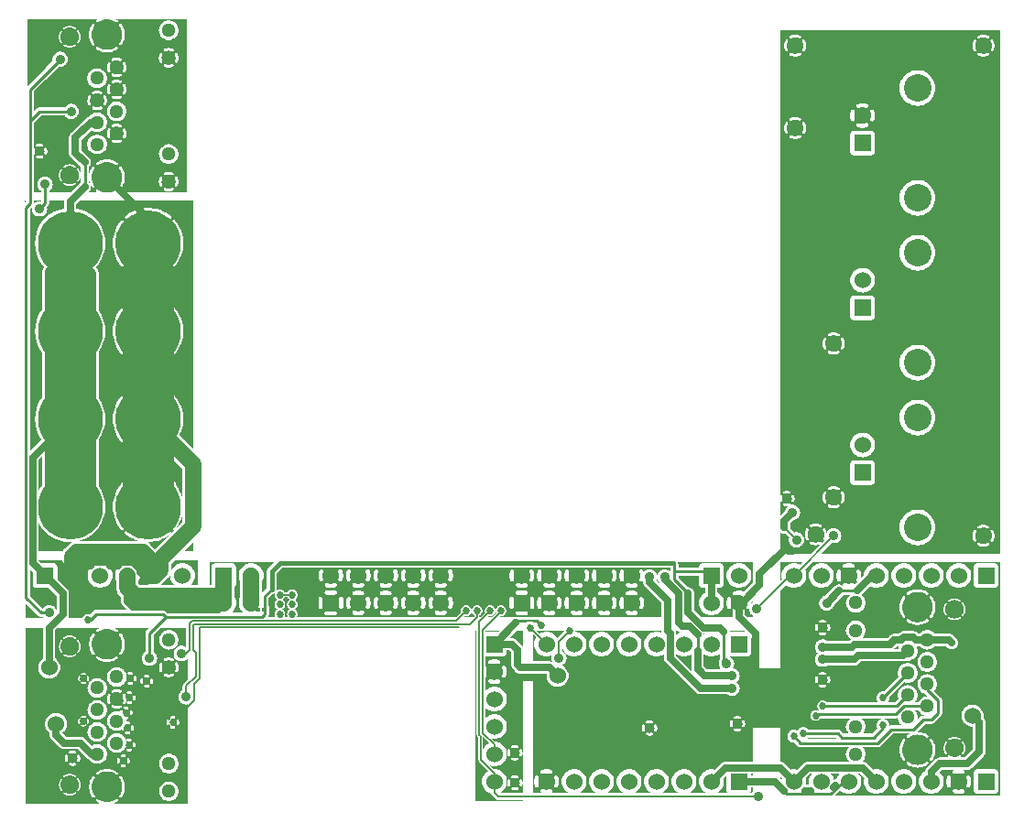
<source format=gbr>
G04 start of page 2 for group 0 idx 0 *
G04 Title: (unknown), top *
G04 Creator: pcb 4.2.0 *
G04 CreationDate: Sat Jun 20 18:16:57 2020 UTC *
G04 For: commonadmin *
G04 Format: Gerber/RS-274X *
G04 PCB-Dimensions (mil): 4000.00 3500.00 *
G04 PCB-Coordinate-Origin: lower left *
%MOIN*%
%FSLAX25Y25*%
%LNTOP*%
%ADD32C,0.0945*%
%ADD31C,0.0380*%
%ADD30C,0.1870*%
%ADD29C,0.0354*%
%ADD28C,0.0810*%
%ADD27C,0.0200*%
%ADD26C,0.0130*%
%ADD25C,0.0350*%
%ADD24C,0.0360*%
%ADD23C,0.0270*%
%ADD22C,0.1102*%
%ADD21C,0.0669*%
%ADD20C,0.2362*%
%ADD19C,0.0512*%
%ADD18C,0.1000*%
%ADD17C,0.0150*%
%ADD16C,0.0060*%
%ADD15C,0.0600*%
%ADD14C,0.0400*%
%ADD13C,0.0100*%
%ADD12C,0.0250*%
%ADD11C,0.0001*%
G54D11*G36*
X372500Y108000D02*X369784D01*
Y112337D01*
X369787Y112338D01*
X369855Y112378D01*
X369916Y112427D01*
X369969Y112485D01*
X370011Y112552D01*
X370174Y112877D01*
X370303Y113217D01*
X370401Y113567D01*
X370467Y113925D01*
X370500Y114287D01*
Y114650D01*
X370467Y115012D01*
X370401Y115370D01*
X370303Y115720D01*
X370174Y116060D01*
X370015Y116387D01*
X369972Y116454D01*
X369919Y116512D01*
X369857Y116562D01*
X369788Y116602D01*
X369784Y116603D01*
Y290837D01*
X369787Y290838D01*
X369855Y290878D01*
X369916Y290927D01*
X369969Y290985D01*
X370011Y291052D01*
X370174Y291377D01*
X370303Y291717D01*
X370401Y292067D01*
X370467Y292425D01*
X370500Y292787D01*
Y293150D01*
X370467Y293512D01*
X370401Y293870D01*
X370303Y294220D01*
X370174Y294560D01*
X370015Y294887D01*
X369972Y294954D01*
X369919Y295012D01*
X369857Y295062D01*
X369788Y295102D01*
X369784Y295103D01*
Y298500D01*
X372500D01*
Y108000D01*
G37*
G36*
X369784D02*X366502D01*
Y110469D01*
X366682D01*
X367044Y110502D01*
X367402Y110567D01*
X367752Y110665D01*
X368092Y110794D01*
X368419Y110954D01*
X368485Y110997D01*
X368544Y111050D01*
X368594Y111112D01*
X368633Y111180D01*
X368661Y111254D01*
X368677Y111332D01*
X368681Y111411D01*
X368673Y111490D01*
X368652Y111566D01*
X368620Y111638D01*
X368577Y111705D01*
X368524Y111763D01*
X368462Y111813D01*
X368393Y111852D01*
X368319Y111881D01*
X368242Y111897D01*
X368163Y111901D01*
X368084Y111892D01*
X368007Y111872D01*
X367936Y111838D01*
X367693Y111716D01*
X367438Y111619D01*
X367176Y111546D01*
X366908Y111496D01*
X366636Y111472D01*
X366502D01*
Y117465D01*
X366636D01*
X366908Y117441D01*
X367176Y117391D01*
X367438Y117318D01*
X367693Y117221D01*
X367937Y117102D01*
X368009Y117068D01*
X368084Y117048D01*
X368163Y117039D01*
X368241Y117043D01*
X368318Y117059D01*
X368392Y117087D01*
X368460Y117127D01*
X368521Y117176D01*
X368574Y117234D01*
X368617Y117300D01*
X368649Y117372D01*
X368670Y117448D01*
X368678Y117526D01*
X368674Y117605D01*
X368658Y117682D01*
X368630Y117755D01*
X368591Y117824D01*
X368542Y117885D01*
X368483Y117938D01*
X368417Y117979D01*
X368092Y118143D01*
X367752Y118272D01*
X367402Y118370D01*
X367044Y118436D01*
X366682Y118469D01*
X366502D01*
Y288969D01*
X366682D01*
X367044Y289002D01*
X367402Y289067D01*
X367752Y289165D01*
X368092Y289294D01*
X368419Y289454D01*
X368485Y289497D01*
X368544Y289550D01*
X368594Y289612D01*
X368633Y289680D01*
X368661Y289754D01*
X368677Y289832D01*
X368681Y289911D01*
X368673Y289990D01*
X368652Y290066D01*
X368620Y290138D01*
X368577Y290205D01*
X368524Y290263D01*
X368462Y290313D01*
X368393Y290352D01*
X368319Y290381D01*
X368242Y290397D01*
X368163Y290401D01*
X368084Y290392D01*
X368007Y290372D01*
X367936Y290338D01*
X367693Y290216D01*
X367438Y290119D01*
X367176Y290046D01*
X366908Y289996D01*
X366636Y289972D01*
X366502D01*
Y295965D01*
X366636D01*
X366908Y295941D01*
X367176Y295891D01*
X367438Y295818D01*
X367693Y295721D01*
X367937Y295602D01*
X368009Y295568D01*
X368084Y295548D01*
X368163Y295539D01*
X368241Y295543D01*
X368318Y295559D01*
X368392Y295587D01*
X368460Y295627D01*
X368521Y295676D01*
X368574Y295734D01*
X368617Y295800D01*
X368649Y295872D01*
X368670Y295948D01*
X368678Y296026D01*
X368674Y296105D01*
X368658Y296182D01*
X368630Y296255D01*
X368591Y296324D01*
X368542Y296385D01*
X368483Y296438D01*
X368417Y296479D01*
X368092Y296643D01*
X367752Y296772D01*
X367402Y296870D01*
X367044Y296936D01*
X366682Y296969D01*
X366502D01*
Y298500D01*
X369784D01*
Y295103D01*
X369714Y295130D01*
X369637Y295146D01*
X369558Y295150D01*
X369479Y295142D01*
X369403Y295121D01*
X369330Y295088D01*
X369264Y295045D01*
X369205Y294992D01*
X369156Y294930D01*
X369116Y294862D01*
X369088Y294788D01*
X369072Y294710D01*
X369068Y294631D01*
X369076Y294552D01*
X369097Y294476D01*
X369130Y294404D01*
X369253Y294161D01*
X369350Y293906D01*
X369423Y293644D01*
X369472Y293376D01*
X369497Y293105D01*
Y292832D01*
X369472Y292561D01*
X369423Y292293D01*
X369350Y292031D01*
X369253Y291776D01*
X369133Y291531D01*
X369100Y291460D01*
X369079Y291384D01*
X369071Y291306D01*
X369075Y291227D01*
X369091Y291150D01*
X369119Y291077D01*
X369158Y291008D01*
X369207Y290947D01*
X369266Y290894D01*
X369332Y290851D01*
X369404Y290819D01*
X369480Y290799D01*
X369558Y290790D01*
X369636Y290794D01*
X369713Y290810D01*
X369784Y290837D01*
Y116603D01*
X369714Y116630D01*
X369637Y116646D01*
X369558Y116650D01*
X369479Y116642D01*
X369403Y116621D01*
X369330Y116588D01*
X369264Y116545D01*
X369205Y116492D01*
X369156Y116430D01*
X369116Y116362D01*
X369088Y116288D01*
X369072Y116210D01*
X369068Y116131D01*
X369076Y116052D01*
X369097Y115976D01*
X369130Y115904D01*
X369253Y115661D01*
X369350Y115406D01*
X369423Y115144D01*
X369472Y114876D01*
X369497Y114605D01*
Y114332D01*
X369472Y114061D01*
X369423Y113793D01*
X369350Y113531D01*
X369253Y113276D01*
X369133Y113031D01*
X369100Y112960D01*
X369079Y112884D01*
X369071Y112806D01*
X369075Y112727D01*
X369091Y112650D01*
X369119Y112577D01*
X369158Y112508D01*
X369207Y112447D01*
X369266Y112394D01*
X369332Y112351D01*
X369404Y112319D01*
X369480Y112299D01*
X369558Y112290D01*
X369636Y112294D01*
X369713Y112310D01*
X369784Y112337D01*
Y108000D01*
G37*
G36*
X366502D02*X363216D01*
Y112334D01*
X363286Y112307D01*
X363363Y112291D01*
X363442Y112287D01*
X363521Y112296D01*
X363597Y112316D01*
X363670Y112349D01*
X363736Y112392D01*
X363795Y112445D01*
X363844Y112507D01*
X363884Y112575D01*
X363912Y112649D01*
X363928Y112727D01*
X363932Y112806D01*
X363924Y112885D01*
X363903Y112961D01*
X363870Y113033D01*
X363747Y113276D01*
X363650Y113531D01*
X363577Y113793D01*
X363528Y114061D01*
X363503Y114332D01*
Y114605D01*
X363528Y114876D01*
X363577Y115144D01*
X363650Y115406D01*
X363747Y115661D01*
X363867Y115906D01*
X363900Y115977D01*
X363921Y116053D01*
X363929Y116131D01*
X363925Y116210D01*
X363909Y116287D01*
X363881Y116360D01*
X363842Y116429D01*
X363793Y116490D01*
X363734Y116543D01*
X363668Y116586D01*
X363596Y116618D01*
X363520Y116638D01*
X363442Y116647D01*
X363364Y116643D01*
X363287Y116627D01*
X363216Y116600D01*
Y290834D01*
X363286Y290807D01*
X363363Y290791D01*
X363442Y290787D01*
X363521Y290796D01*
X363597Y290816D01*
X363670Y290849D01*
X363736Y290892D01*
X363795Y290945D01*
X363844Y291007D01*
X363884Y291075D01*
X363912Y291149D01*
X363928Y291227D01*
X363932Y291306D01*
X363924Y291385D01*
X363903Y291461D01*
X363870Y291533D01*
X363747Y291776D01*
X363650Y292031D01*
X363577Y292293D01*
X363528Y292561D01*
X363503Y292832D01*
Y293105D01*
X363528Y293376D01*
X363577Y293644D01*
X363650Y293906D01*
X363747Y294161D01*
X363867Y294406D01*
X363900Y294477D01*
X363921Y294553D01*
X363929Y294631D01*
X363925Y294710D01*
X363909Y294787D01*
X363881Y294860D01*
X363842Y294929D01*
X363793Y294990D01*
X363734Y295043D01*
X363668Y295086D01*
X363596Y295118D01*
X363520Y295138D01*
X363442Y295147D01*
X363364Y295143D01*
X363287Y295127D01*
X363216Y295100D01*
Y298500D01*
X366502D01*
Y296969D01*
X366318D01*
X365956Y296936D01*
X365598Y296870D01*
X365248Y296772D01*
X364908Y296643D01*
X364581Y296483D01*
X364515Y296440D01*
X364456Y296387D01*
X364406Y296325D01*
X364367Y296257D01*
X364339Y296183D01*
X364323Y296105D01*
X364319Y296026D01*
X364327Y295947D01*
X364348Y295871D01*
X364380Y295799D01*
X364423Y295732D01*
X364476Y295674D01*
X364538Y295624D01*
X364607Y295585D01*
X364681Y295556D01*
X364758Y295540D01*
X364837Y295536D01*
X364916Y295545D01*
X364993Y295565D01*
X365064Y295599D01*
X365307Y295721D01*
X365562Y295818D01*
X365824Y295891D01*
X366092Y295941D01*
X366364Y295965D01*
X366502D01*
Y289972D01*
X366364D01*
X366092Y289996D01*
X365824Y290046D01*
X365562Y290119D01*
X365307Y290216D01*
X365063Y290335D01*
X364991Y290369D01*
X364915Y290389D01*
X364837Y290398D01*
X364759Y290394D01*
X364682Y290378D01*
X364608Y290350D01*
X364540Y290310D01*
X364479Y290261D01*
X364426Y290203D01*
X364383Y290137D01*
X364351Y290065D01*
X364330Y289989D01*
X364322Y289911D01*
X364326Y289832D01*
X364342Y289755D01*
X364370Y289682D01*
X364409Y289613D01*
X364458Y289552D01*
X364517Y289499D01*
X364583Y289458D01*
X364908Y289294D01*
X365248Y289165D01*
X365598Y289067D01*
X365956Y289002D01*
X366318Y288969D01*
X366502D01*
Y118469D01*
X366318D01*
X365956Y118436D01*
X365598Y118370D01*
X365248Y118272D01*
X364908Y118143D01*
X364581Y117983D01*
X364515Y117940D01*
X364456Y117887D01*
X364406Y117825D01*
X364367Y117757D01*
X364339Y117683D01*
X364323Y117605D01*
X364319Y117526D01*
X364327Y117447D01*
X364348Y117371D01*
X364380Y117299D01*
X364423Y117232D01*
X364476Y117174D01*
X364538Y117124D01*
X364607Y117085D01*
X364681Y117056D01*
X364758Y117040D01*
X364837Y117036D01*
X364916Y117045D01*
X364993Y117065D01*
X365064Y117099D01*
X365307Y117221D01*
X365562Y117318D01*
X365824Y117391D01*
X366092Y117441D01*
X366364Y117465D01*
X366502D01*
Y111472D01*
X366364D01*
X366092Y111496D01*
X365824Y111546D01*
X365562Y111619D01*
X365307Y111716D01*
X365063Y111835D01*
X364991Y111869D01*
X364915Y111889D01*
X364837Y111898D01*
X364759Y111894D01*
X364682Y111878D01*
X364608Y111850D01*
X364540Y111810D01*
X364479Y111761D01*
X364426Y111703D01*
X364383Y111637D01*
X364351Y111565D01*
X364330Y111489D01*
X364322Y111411D01*
X364326Y111332D01*
X364342Y111255D01*
X364370Y111182D01*
X364409Y111113D01*
X364458Y111052D01*
X364517Y110999D01*
X364583Y110958D01*
X364908Y110794D01*
X365248Y110665D01*
X365598Y110567D01*
X365956Y110502D01*
X366318Y110469D01*
X366502D01*
Y108000D01*
G37*
G36*
X363216D02*X342490D01*
Y110981D01*
X342500Y110980D01*
X343520Y111060D01*
X344515Y111299D01*
X345460Y111691D01*
X346332Y112225D01*
X347110Y112890D01*
X347775Y113668D01*
X348309Y114540D01*
X348701Y115485D01*
X348940Y116480D01*
X349000Y117500D01*
X348940Y118520D01*
X348701Y119515D01*
X348309Y120460D01*
X347775Y121332D01*
X347110Y122110D01*
X346332Y122775D01*
X345460Y123309D01*
X344515Y123701D01*
X343520Y123940D01*
X342500Y124020D01*
X342490Y124019D01*
Y150981D01*
X342500Y150980D01*
X343520Y151060D01*
X344515Y151299D01*
X345460Y151691D01*
X346332Y152225D01*
X347110Y152890D01*
X347775Y153668D01*
X348309Y154540D01*
X348701Y155485D01*
X348940Y156480D01*
X349000Y157500D01*
X348940Y158520D01*
X348701Y159515D01*
X348309Y160460D01*
X347775Y161332D01*
X347110Y162110D01*
X346332Y162775D01*
X345460Y163309D01*
X344515Y163701D01*
X343520Y163940D01*
X342500Y164020D01*
X342490Y164019D01*
Y170981D01*
X342500Y170980D01*
X343520Y171060D01*
X344515Y171299D01*
X345460Y171691D01*
X346332Y172225D01*
X347110Y172890D01*
X347775Y173668D01*
X348309Y174540D01*
X348701Y175485D01*
X348940Y176480D01*
X349000Y177500D01*
X348940Y178520D01*
X348701Y179515D01*
X348309Y180460D01*
X347775Y181332D01*
X347110Y182110D01*
X346332Y182775D01*
X345460Y183309D01*
X344515Y183701D01*
X343520Y183940D01*
X342500Y184020D01*
X342490Y184019D01*
Y210981D01*
X342500Y210980D01*
X343520Y211060D01*
X344515Y211299D01*
X345460Y211691D01*
X346332Y212225D01*
X347110Y212890D01*
X347775Y213668D01*
X348309Y214540D01*
X348701Y215485D01*
X348940Y216480D01*
X349000Y217500D01*
X348940Y218520D01*
X348701Y219515D01*
X348309Y220460D01*
X347775Y221332D01*
X347110Y222110D01*
X346332Y222775D01*
X345460Y223309D01*
X344515Y223701D01*
X343520Y223940D01*
X342500Y224020D01*
X342490Y224019D01*
Y230981D01*
X342500Y230980D01*
X343520Y231060D01*
X344515Y231299D01*
X345460Y231691D01*
X346332Y232225D01*
X347110Y232890D01*
X347775Y233668D01*
X348309Y234540D01*
X348701Y235485D01*
X348940Y236480D01*
X349000Y237500D01*
X348940Y238520D01*
X348701Y239515D01*
X348309Y240460D01*
X347775Y241332D01*
X347110Y242110D01*
X346332Y242775D01*
X345460Y243309D01*
X344515Y243701D01*
X343520Y243940D01*
X342500Y244020D01*
X342490Y244019D01*
Y270981D01*
X342500Y270980D01*
X343520Y271060D01*
X344515Y271299D01*
X345460Y271691D01*
X346332Y272225D01*
X347110Y272890D01*
X347775Y273668D01*
X348309Y274540D01*
X348701Y275485D01*
X348940Y276480D01*
X349000Y277500D01*
X348940Y278520D01*
X348701Y279515D01*
X348309Y280460D01*
X347775Y281332D01*
X347110Y282110D01*
X346332Y282775D01*
X345460Y283309D01*
X344515Y283701D01*
X343520Y283940D01*
X342500Y284020D01*
X342490Y284019D01*
Y298500D01*
X363216D01*
Y295100D01*
X363213Y295099D01*
X363145Y295059D01*
X363084Y295010D01*
X363031Y294952D01*
X362989Y294885D01*
X362826Y294560D01*
X362697Y294220D01*
X362599Y293870D01*
X362533Y293512D01*
X362500Y293150D01*
Y292787D01*
X362533Y292425D01*
X362599Y292067D01*
X362697Y291717D01*
X362826Y291377D01*
X362985Y291050D01*
X363028Y290983D01*
X363081Y290925D01*
X363143Y290875D01*
X363212Y290836D01*
X363216Y290834D01*
Y116600D01*
X363213Y116599D01*
X363145Y116559D01*
X363084Y116510D01*
X363031Y116452D01*
X362989Y116385D01*
X362826Y116060D01*
X362697Y115720D01*
X362599Y115370D01*
X362533Y115012D01*
X362500Y114650D01*
Y114287D01*
X362533Y113925D01*
X362599Y113567D01*
X362697Y113217D01*
X362826Y112877D01*
X362985Y112550D01*
X363028Y112483D01*
X363081Y112425D01*
X363143Y112375D01*
X363212Y112336D01*
X363216Y112334D01*
Y108000D01*
G37*
G36*
X342490D02*X326113D01*
Y133130D01*
X326183Y133159D01*
X326384Y133283D01*
X326564Y133436D01*
X326717Y133616D01*
X326841Y133817D01*
X326931Y134035D01*
X326986Y134265D01*
X327000Y134500D01*
X326986Y140735D01*
X326931Y140965D01*
X326841Y141183D01*
X326717Y141384D01*
X326564Y141564D01*
X326384Y141717D01*
X326183Y141841D01*
X326113Y141870D01*
Y144802D01*
X326152Y144847D01*
X326522Y145451D01*
X326793Y146105D01*
X326958Y146794D01*
X327000Y147500D01*
X326958Y148206D01*
X326793Y148895D01*
X326522Y149549D01*
X326152Y150153D01*
X326113Y150198D01*
Y193130D01*
X326183Y193159D01*
X326384Y193283D01*
X326564Y193436D01*
X326717Y193616D01*
X326841Y193817D01*
X326931Y194035D01*
X326986Y194265D01*
X327000Y194500D01*
X326986Y200735D01*
X326931Y200965D01*
X326841Y201183D01*
X326717Y201384D01*
X326564Y201564D01*
X326384Y201717D01*
X326183Y201841D01*
X326113Y201870D01*
Y204802D01*
X326152Y204847D01*
X326522Y205451D01*
X326793Y206105D01*
X326958Y206794D01*
X327000Y207500D01*
X326958Y208206D01*
X326793Y208895D01*
X326522Y209549D01*
X326152Y210153D01*
X326113Y210198D01*
Y253130D01*
X326183Y253159D01*
X326384Y253283D01*
X326564Y253436D01*
X326717Y253616D01*
X326841Y253817D01*
X326931Y254035D01*
X326986Y254265D01*
X327000Y254500D01*
X326986Y260735D01*
X326931Y260965D01*
X326841Y261183D01*
X326717Y261384D01*
X326564Y261564D01*
X326384Y261717D01*
X326183Y261841D01*
X326113Y261870D01*
Y265353D01*
X326156Y265360D01*
X326268Y265397D01*
X326373Y265452D01*
X326468Y265522D01*
X326551Y265606D01*
X326619Y265702D01*
X326670Y265808D01*
X326818Y266216D01*
X326922Y266637D01*
X326984Y267067D01*
X327005Y267500D01*
X326984Y267933D01*
X326922Y268363D01*
X326818Y268784D01*
X326675Y269194D01*
X326622Y269300D01*
X326553Y269396D01*
X326470Y269481D01*
X326375Y269551D01*
X326269Y269606D01*
X326157Y269643D01*
X326113Y269651D01*
Y298500D01*
X342490D01*
Y284019D01*
X341480Y283940D01*
X340485Y283701D01*
X339540Y283309D01*
X338668Y282775D01*
X337890Y282110D01*
X337225Y281332D01*
X336691Y280460D01*
X336299Y279515D01*
X336060Y278520D01*
X335980Y277500D01*
X336060Y276480D01*
X336299Y275485D01*
X336691Y274540D01*
X337225Y273668D01*
X337890Y272890D01*
X338668Y272225D01*
X339540Y271691D01*
X340485Y271299D01*
X341480Y271060D01*
X342490Y270981D01*
Y244019D01*
X341480Y243940D01*
X340485Y243701D01*
X339540Y243309D01*
X338668Y242775D01*
X337890Y242110D01*
X337225Y241332D01*
X336691Y240460D01*
X336299Y239515D01*
X336060Y238520D01*
X335980Y237500D01*
X336060Y236480D01*
X336299Y235485D01*
X336691Y234540D01*
X337225Y233668D01*
X337890Y232890D01*
X338668Y232225D01*
X339540Y231691D01*
X340485Y231299D01*
X341480Y231060D01*
X342490Y230981D01*
Y224019D01*
X341480Y223940D01*
X340485Y223701D01*
X339540Y223309D01*
X338668Y222775D01*
X337890Y222110D01*
X337225Y221332D01*
X336691Y220460D01*
X336299Y219515D01*
X336060Y218520D01*
X335980Y217500D01*
X336060Y216480D01*
X336299Y215485D01*
X336691Y214540D01*
X337225Y213668D01*
X337890Y212890D01*
X338668Y212225D01*
X339540Y211691D01*
X340485Y211299D01*
X341480Y211060D01*
X342490Y210981D01*
Y184019D01*
X341480Y183940D01*
X340485Y183701D01*
X339540Y183309D01*
X338668Y182775D01*
X337890Y182110D01*
X337225Y181332D01*
X336691Y180460D01*
X336299Y179515D01*
X336060Y178520D01*
X335980Y177500D01*
X336060Y176480D01*
X336299Y175485D01*
X336691Y174540D01*
X337225Y173668D01*
X337890Y172890D01*
X338668Y172225D01*
X339540Y171691D01*
X340485Y171299D01*
X341480Y171060D01*
X342490Y170981D01*
Y164019D01*
X341480Y163940D01*
X340485Y163701D01*
X339540Y163309D01*
X338668Y162775D01*
X337890Y162110D01*
X337225Y161332D01*
X336691Y160460D01*
X336299Y159515D01*
X336060Y158520D01*
X335980Y157500D01*
X336060Y156480D01*
X336299Y155485D01*
X336691Y154540D01*
X337225Y153668D01*
X337890Y152890D01*
X338668Y152225D01*
X339540Y151691D01*
X340485Y151299D01*
X341480Y151060D01*
X342490Y150981D01*
Y124019D01*
X341480Y123940D01*
X340485Y123701D01*
X339540Y123309D01*
X338668Y122775D01*
X337890Y122110D01*
X337225Y121332D01*
X336691Y120460D01*
X336299Y119515D01*
X336060Y118520D01*
X335980Y117500D01*
X336060Y116480D01*
X336299Y115485D01*
X336691Y114540D01*
X337225Y113668D01*
X337890Y112890D01*
X338668Y112225D01*
X339540Y111691D01*
X340485Y111299D01*
X341480Y111060D01*
X342490Y110981D01*
Y108000D01*
G37*
G36*
X326113Y261870D02*X325965Y261931D01*
X325735Y261986D01*
X325500Y262000D01*
X322500Y261993D01*
Y262995D01*
X322933Y263016D01*
X323363Y263078D01*
X323784Y263182D01*
X324194Y263325D01*
X324300Y263378D01*
X324396Y263447D01*
X324481Y263530D01*
X324551Y263625D01*
X324606Y263731D01*
X324643Y263843D01*
X324663Y263960D01*
X324664Y264079D01*
X324646Y264196D01*
X324610Y264309D01*
X324557Y264415D01*
X324488Y264512D01*
X324405Y264596D01*
X324309Y264667D01*
X324204Y264721D01*
X324092Y264759D01*
X323975Y264778D01*
X323856Y264779D01*
X323739Y264761D01*
X323626Y264723D01*
X323355Y264624D01*
X323075Y264556D01*
X322789Y264514D01*
X322500Y264500D01*
Y270500D01*
X322789Y270486D01*
X323075Y270444D01*
X323355Y270376D01*
X323628Y270280D01*
X323739Y270242D01*
X323856Y270225D01*
X323974Y270225D01*
X324091Y270245D01*
X324203Y270282D01*
X324307Y270336D01*
X324402Y270406D01*
X324485Y270491D01*
X324554Y270587D01*
X324607Y270692D01*
X324643Y270805D01*
X324660Y270921D01*
X324659Y271039D01*
X324640Y271156D01*
X324603Y271268D01*
X324548Y271373D01*
X324478Y271468D01*
X324394Y271551D01*
X324298Y271619D01*
X324192Y271670D01*
X323784Y271818D01*
X323363Y271922D01*
X322933Y271984D01*
X322500Y272005D01*
Y298500D01*
X326113D01*
Y269651D01*
X326040Y269663D01*
X325921Y269664D01*
X325804Y269646D01*
X325691Y269610D01*
X325585Y269557D01*
X325488Y269488D01*
X325404Y269405D01*
X325333Y269309D01*
X325279Y269204D01*
X325241Y269092D01*
X325222Y268975D01*
X325221Y268856D01*
X325239Y268739D01*
X325277Y268626D01*
X325376Y268355D01*
X325444Y268075D01*
X325486Y267789D01*
X325500Y267500D01*
X325486Y267211D01*
X325444Y266925D01*
X325376Y266645D01*
X325280Y266372D01*
X325242Y266261D01*
X325225Y266144D01*
X325225Y266026D01*
X325245Y265909D01*
X325282Y265797D01*
X325336Y265693D01*
X325406Y265598D01*
X325491Y265515D01*
X325587Y265446D01*
X325692Y265393D01*
X325805Y265357D01*
X325921Y265340D01*
X326039Y265341D01*
X326113Y265353D01*
Y261870D01*
G37*
G36*
Y210198D02*X325692Y210692D01*
X325153Y211152D01*
X324549Y211522D01*
X323895Y211793D01*
X323206Y211958D01*
X322500Y212014D01*
Y253007D01*
X325735Y253014D01*
X325965Y253069D01*
X326113Y253130D01*
Y210198D01*
G37*
G36*
Y201870D02*X325965Y201931D01*
X325735Y201986D01*
X325500Y202000D01*
X322500Y201993D01*
Y202986D01*
X323206Y203042D01*
X323895Y203207D01*
X324549Y203478D01*
X325153Y203848D01*
X325692Y204308D01*
X326113Y204802D01*
Y201870D01*
G37*
G36*
Y150198D02*X325692Y150692D01*
X325153Y151152D01*
X324549Y151522D01*
X323895Y151793D01*
X323206Y151958D01*
X322500Y152014D01*
Y193007D01*
X325735Y193014D01*
X325965Y193069D01*
X326113Y193130D01*
Y150198D01*
G37*
G36*
Y141870D02*X325965Y141931D01*
X325735Y141986D01*
X325500Y142000D01*
X322500Y141993D01*
Y142986D01*
X323206Y143042D01*
X323895Y143207D01*
X324549Y143478D01*
X325153Y143848D01*
X325692Y144308D01*
X326113Y144802D01*
Y141870D01*
G37*
G36*
Y108000D02*X322500D01*
Y133007D01*
X325735Y133014D01*
X325965Y133069D01*
X326113Y133130D01*
Y108000D01*
G37*
G36*
X318887Y144802D02*X319308Y144308D01*
X319847Y143848D01*
X320451Y143478D01*
X321105Y143207D01*
X321794Y143042D01*
X322500Y142986D01*
Y141993D01*
X319265Y141986D01*
X319035Y141931D01*
X318887Y141870D01*
Y144802D01*
G37*
G36*
Y193130D02*X319035Y193069D01*
X319265Y193014D01*
X319500Y193000D01*
X322500Y193007D01*
Y152014D01*
X321794Y151958D01*
X321105Y151793D01*
X320451Y151522D01*
X319847Y151152D01*
X319308Y150692D01*
X318887Y150198D01*
Y193130D01*
G37*
G36*
Y204802D02*X319308Y204308D01*
X319847Y203848D01*
X320451Y203478D01*
X321105Y203207D01*
X321794Y203042D01*
X322500Y202986D01*
Y201993D01*
X319265Y201986D01*
X319035Y201931D01*
X318887Y201870D01*
Y204802D01*
G37*
G36*
Y253130D02*X319035Y253069D01*
X319265Y253014D01*
X319500Y253000D01*
X322500Y253007D01*
Y212014D01*
X321794Y211958D01*
X321105Y211793D01*
X320451Y211522D01*
X319847Y211152D01*
X319308Y210692D01*
X318887Y210198D01*
Y253130D01*
G37*
G36*
Y298500D02*X322500D01*
Y272005D01*
X322067Y271984D01*
X321637Y271922D01*
X321216Y271818D01*
X320806Y271675D01*
X320700Y271622D01*
X320604Y271553D01*
X320519Y271470D01*
X320449Y271375D01*
X320394Y271269D01*
X320357Y271157D01*
X320337Y271040D01*
X320336Y270921D01*
X320354Y270804D01*
X320390Y270691D01*
X320443Y270585D01*
X320512Y270488D01*
X320595Y270404D01*
X320691Y270333D01*
X320796Y270279D01*
X320908Y270241D01*
X321025Y270222D01*
X321144Y270221D01*
X321261Y270239D01*
X321374Y270277D01*
X321645Y270376D01*
X321925Y270444D01*
X322211Y270486D01*
X322500Y270500D01*
Y264500D01*
X322211Y264514D01*
X321925Y264556D01*
X321645Y264624D01*
X321372Y264720D01*
X321261Y264758D01*
X321144Y264775D01*
X321026Y264775D01*
X320909Y264755D01*
X320797Y264718D01*
X320693Y264664D01*
X320598Y264594D01*
X320515Y264509D01*
X320446Y264413D01*
X320393Y264308D01*
X320357Y264195D01*
X320340Y264079D01*
X320341Y263961D01*
X320360Y263844D01*
X320397Y263732D01*
X320452Y263627D01*
X320522Y263532D01*
X320606Y263449D01*
X320702Y263381D01*
X320808Y263330D01*
X321216Y263182D01*
X321637Y263078D01*
X322067Y263016D01*
X322500Y262995D01*
Y261993D01*
X319265Y261986D01*
X319035Y261931D01*
X318887Y261870D01*
Y265349D01*
X318960Y265337D01*
X319079Y265336D01*
X319196Y265354D01*
X319309Y265390D01*
X319415Y265443D01*
X319512Y265512D01*
X319596Y265595D01*
X319667Y265691D01*
X319721Y265796D01*
X319759Y265908D01*
X319778Y266025D01*
X319779Y266144D01*
X319761Y266261D01*
X319723Y266374D01*
X319624Y266645D01*
X319556Y266925D01*
X319514Y267211D01*
X319500Y267500D01*
X319514Y267789D01*
X319556Y268075D01*
X319624Y268355D01*
X319720Y268628D01*
X319758Y268739D01*
X319775Y268856D01*
X319775Y268974D01*
X319755Y269091D01*
X319718Y269203D01*
X319664Y269307D01*
X319594Y269402D01*
X319509Y269485D01*
X319413Y269554D01*
X319308Y269607D01*
X319195Y269643D01*
X319079Y269660D01*
X318961Y269659D01*
X318887Y269647D01*
Y298500D01*
G37*
G36*
X322500Y108000D02*X318887D01*
Y133130D01*
X319035Y133069D01*
X319265Y133014D01*
X319500Y133000D01*
X322500Y133007D01*
Y108000D01*
G37*
G36*
X318887D02*X315284D01*
Y126337D01*
X315287Y126338D01*
X315355Y126378D01*
X315416Y126427D01*
X315469Y126485D01*
X315511Y126552D01*
X315674Y126877D01*
X315803Y127217D01*
X315901Y127567D01*
X315967Y127925D01*
X316000Y128287D01*
Y128650D01*
X315967Y129012D01*
X315901Y129370D01*
X315803Y129720D01*
X315674Y130060D01*
X315515Y130387D01*
X315472Y130454D01*
X315419Y130512D01*
X315357Y130562D01*
X315288Y130602D01*
X315284Y130603D01*
Y182337D01*
X315287Y182338D01*
X315355Y182378D01*
X315416Y182427D01*
X315469Y182485D01*
X315511Y182552D01*
X315674Y182877D01*
X315803Y183217D01*
X315901Y183567D01*
X315967Y183925D01*
X316000Y184287D01*
Y184650D01*
X315967Y185012D01*
X315901Y185370D01*
X315803Y185720D01*
X315674Y186060D01*
X315515Y186387D01*
X315472Y186454D01*
X315419Y186512D01*
X315357Y186562D01*
X315288Y186602D01*
X315284Y186603D01*
Y298500D01*
X318887D01*
Y269647D01*
X318844Y269640D01*
X318732Y269603D01*
X318627Y269548D01*
X318532Y269478D01*
X318449Y269394D01*
X318381Y269298D01*
X318330Y269192D01*
X318182Y268784D01*
X318078Y268363D01*
X318016Y267933D01*
X317995Y267500D01*
X318016Y267067D01*
X318078Y266637D01*
X318182Y266216D01*
X318325Y265806D01*
X318378Y265700D01*
X318447Y265604D01*
X318530Y265519D01*
X318625Y265449D01*
X318731Y265394D01*
X318843Y265357D01*
X318887Y265349D01*
Y261870D01*
X318817Y261841D01*
X318616Y261717D01*
X318436Y261564D01*
X318283Y261384D01*
X318159Y261183D01*
X318069Y260965D01*
X318014Y260735D01*
X318000Y260500D01*
X318014Y254265D01*
X318069Y254035D01*
X318159Y253817D01*
X318283Y253616D01*
X318436Y253436D01*
X318616Y253283D01*
X318817Y253159D01*
X318887Y253130D01*
Y210198D01*
X318848Y210153D01*
X318478Y209549D01*
X318207Y208895D01*
X318042Y208206D01*
X317986Y207500D01*
X318042Y206794D01*
X318207Y206105D01*
X318478Y205451D01*
X318848Y204847D01*
X318887Y204802D01*
Y201870D01*
X318817Y201841D01*
X318616Y201717D01*
X318436Y201564D01*
X318283Y201384D01*
X318159Y201183D01*
X318069Y200965D01*
X318014Y200735D01*
X318000Y200500D01*
X318014Y194265D01*
X318069Y194035D01*
X318159Y193817D01*
X318283Y193616D01*
X318436Y193436D01*
X318616Y193283D01*
X318817Y193159D01*
X318887Y193130D01*
Y150198D01*
X318848Y150153D01*
X318478Y149549D01*
X318207Y148895D01*
X318042Y148206D01*
X317986Y147500D01*
X318042Y146794D01*
X318207Y146105D01*
X318478Y145451D01*
X318848Y144847D01*
X318887Y144802D01*
Y141870D01*
X318817Y141841D01*
X318616Y141717D01*
X318436Y141564D01*
X318283Y141384D01*
X318159Y141183D01*
X318069Y140965D01*
X318014Y140735D01*
X318000Y140500D01*
X318014Y134265D01*
X318069Y134035D01*
X318159Y133817D01*
X318283Y133616D01*
X318436Y133436D01*
X318616Y133283D01*
X318817Y133159D01*
X318887Y133130D01*
Y108000D01*
G37*
G36*
X315284D02*X312002D01*
Y111691D01*
X312439Y111726D01*
X312868Y111829D01*
X313275Y111997D01*
X313651Y112228D01*
X313986Y112514D01*
X314272Y112849D01*
X314503Y113225D01*
X314671Y113632D01*
X314774Y114061D01*
X314800Y114500D01*
X314774Y114939D01*
X314671Y115368D01*
X314503Y115775D01*
X314272Y116151D01*
X313986Y116486D01*
X313651Y116772D01*
X313275Y117003D01*
X312868Y117171D01*
X312439Y117274D01*
X312002Y117309D01*
Y124469D01*
X312182D01*
X312544Y124502D01*
X312902Y124567D01*
X313252Y124665D01*
X313592Y124794D01*
X313919Y124954D01*
X313985Y124997D01*
X314044Y125050D01*
X314094Y125112D01*
X314133Y125180D01*
X314161Y125254D01*
X314177Y125332D01*
X314181Y125411D01*
X314173Y125490D01*
X314152Y125566D01*
X314120Y125638D01*
X314077Y125705D01*
X314024Y125763D01*
X313962Y125813D01*
X313893Y125852D01*
X313819Y125881D01*
X313742Y125897D01*
X313663Y125901D01*
X313584Y125892D01*
X313507Y125872D01*
X313436Y125838D01*
X313193Y125716D01*
X312938Y125619D01*
X312676Y125546D01*
X312408Y125496D01*
X312136Y125472D01*
X312002D01*
Y131465D01*
X312136D01*
X312408Y131441D01*
X312676Y131391D01*
X312938Y131318D01*
X313193Y131221D01*
X313437Y131102D01*
X313509Y131068D01*
X313584Y131048D01*
X313663Y131039D01*
X313741Y131043D01*
X313818Y131059D01*
X313892Y131087D01*
X313960Y131127D01*
X314021Y131176D01*
X314074Y131234D01*
X314117Y131300D01*
X314149Y131372D01*
X314170Y131448D01*
X314178Y131526D01*
X314174Y131605D01*
X314158Y131682D01*
X314130Y131755D01*
X314091Y131824D01*
X314042Y131885D01*
X313983Y131938D01*
X313917Y131979D01*
X313592Y132143D01*
X313252Y132272D01*
X312902Y132370D01*
X312544Y132436D01*
X312182Y132469D01*
X312002D01*
Y180469D01*
X312182D01*
X312544Y180502D01*
X312902Y180567D01*
X313252Y180665D01*
X313592Y180794D01*
X313919Y180954D01*
X313985Y180997D01*
X314044Y181050D01*
X314094Y181112D01*
X314133Y181180D01*
X314161Y181254D01*
X314177Y181332D01*
X314181Y181411D01*
X314173Y181490D01*
X314152Y181566D01*
X314120Y181638D01*
X314077Y181705D01*
X314024Y181763D01*
X313962Y181813D01*
X313893Y181852D01*
X313819Y181881D01*
X313742Y181897D01*
X313663Y181901D01*
X313584Y181892D01*
X313507Y181872D01*
X313436Y181838D01*
X313193Y181716D01*
X312938Y181619D01*
X312676Y181546D01*
X312408Y181496D01*
X312136Y181472D01*
X312002D01*
Y187465D01*
X312136D01*
X312408Y187441D01*
X312676Y187391D01*
X312938Y187318D01*
X313193Y187221D01*
X313437Y187102D01*
X313509Y187068D01*
X313584Y187048D01*
X313663Y187039D01*
X313741Y187043D01*
X313818Y187059D01*
X313892Y187087D01*
X313960Y187127D01*
X314021Y187176D01*
X314074Y187234D01*
X314117Y187300D01*
X314149Y187372D01*
X314170Y187448D01*
X314178Y187526D01*
X314174Y187605D01*
X314158Y187682D01*
X314130Y187755D01*
X314091Y187824D01*
X314042Y187885D01*
X313983Y187938D01*
X313917Y187979D01*
X313592Y188143D01*
X313252Y188272D01*
X312902Y188370D01*
X312544Y188436D01*
X312182Y188469D01*
X312002D01*
Y298500D01*
X315284D01*
Y186603D01*
X315214Y186630D01*
X315137Y186646D01*
X315058Y186650D01*
X314979Y186642D01*
X314903Y186621D01*
X314830Y186588D01*
X314764Y186545D01*
X314705Y186492D01*
X314656Y186430D01*
X314616Y186362D01*
X314588Y186288D01*
X314572Y186210D01*
X314568Y186131D01*
X314576Y186052D01*
X314597Y185976D01*
X314630Y185904D01*
X314753Y185661D01*
X314850Y185406D01*
X314923Y185144D01*
X314972Y184876D01*
X314997Y184605D01*
Y184332D01*
X314972Y184061D01*
X314923Y183793D01*
X314850Y183531D01*
X314753Y183276D01*
X314633Y183031D01*
X314600Y182960D01*
X314579Y182884D01*
X314571Y182806D01*
X314575Y182727D01*
X314591Y182650D01*
X314619Y182577D01*
X314658Y182508D01*
X314707Y182447D01*
X314766Y182394D01*
X314832Y182351D01*
X314904Y182319D01*
X314980Y182299D01*
X315058Y182290D01*
X315136Y182294D01*
X315213Y182310D01*
X315284Y182337D01*
Y130603D01*
X315214Y130630D01*
X315137Y130646D01*
X315058Y130650D01*
X314979Y130642D01*
X314903Y130621D01*
X314830Y130588D01*
X314764Y130545D01*
X314705Y130492D01*
X314656Y130430D01*
X314616Y130362D01*
X314588Y130288D01*
X314572Y130210D01*
X314568Y130131D01*
X314576Y130052D01*
X314597Y129976D01*
X314630Y129904D01*
X314753Y129661D01*
X314850Y129406D01*
X314923Y129144D01*
X314972Y128876D01*
X314997Y128605D01*
Y128332D01*
X314972Y128061D01*
X314923Y127793D01*
X314850Y127531D01*
X314753Y127276D01*
X314633Y127031D01*
X314600Y126960D01*
X314579Y126884D01*
X314571Y126806D01*
X314575Y126727D01*
X314591Y126650D01*
X314619Y126577D01*
X314658Y126508D01*
X314707Y126447D01*
X314766Y126394D01*
X314832Y126351D01*
X314904Y126319D01*
X314980Y126299D01*
X315058Y126290D01*
X315136Y126294D01*
X315213Y126310D01*
X315284Y126337D01*
Y108000D01*
G37*
G36*
X312002Y117309D02*X312000Y117309D01*
X311561Y117274D01*
X311132Y117171D01*
X310725Y117003D01*
X310349Y116772D01*
X310014Y116486D01*
X309728Y116151D01*
X309497Y115775D01*
X309447Y115653D01*
X309401Y115902D01*
X309303Y116252D01*
X309174Y116592D01*
X309015Y116919D01*
X308972Y116985D01*
X308919Y117044D01*
X308857Y117094D01*
X308788Y117133D01*
X308716Y117160D01*
Y126334D01*
X308786Y126307D01*
X308863Y126291D01*
X308942Y126287D01*
X309021Y126296D01*
X309097Y126316D01*
X309170Y126349D01*
X309236Y126392D01*
X309295Y126445D01*
X309344Y126507D01*
X309384Y126575D01*
X309412Y126649D01*
X309428Y126727D01*
X309432Y126806D01*
X309424Y126885D01*
X309403Y126961D01*
X309370Y127033D01*
X309247Y127276D01*
X309150Y127531D01*
X309077Y127793D01*
X309028Y128061D01*
X309003Y128332D01*
Y128605D01*
X309028Y128876D01*
X309077Y129144D01*
X309150Y129406D01*
X309247Y129661D01*
X309367Y129906D01*
X309400Y129977D01*
X309421Y130053D01*
X309429Y130131D01*
X309425Y130210D01*
X309409Y130287D01*
X309381Y130360D01*
X309342Y130429D01*
X309293Y130490D01*
X309234Y130543D01*
X309168Y130586D01*
X309096Y130618D01*
X309020Y130638D01*
X308942Y130647D01*
X308864Y130643D01*
X308787Y130627D01*
X308716Y130600D01*
Y182334D01*
X308786Y182307D01*
X308863Y182291D01*
X308942Y182287D01*
X309021Y182296D01*
X309097Y182316D01*
X309170Y182349D01*
X309236Y182392D01*
X309295Y182445D01*
X309344Y182507D01*
X309384Y182575D01*
X309412Y182649D01*
X309428Y182727D01*
X309432Y182806D01*
X309424Y182885D01*
X309403Y182961D01*
X309370Y183033D01*
X309247Y183276D01*
X309150Y183531D01*
X309077Y183793D01*
X309028Y184061D01*
X309003Y184332D01*
Y184605D01*
X309028Y184876D01*
X309077Y185144D01*
X309150Y185406D01*
X309247Y185661D01*
X309367Y185906D01*
X309400Y185977D01*
X309421Y186053D01*
X309429Y186131D01*
X309425Y186210D01*
X309409Y186287D01*
X309381Y186360D01*
X309342Y186429D01*
X309293Y186490D01*
X309234Y186543D01*
X309168Y186586D01*
X309096Y186618D01*
X309020Y186638D01*
X308942Y186647D01*
X308864Y186643D01*
X308787Y186627D01*
X308716Y186600D01*
Y298500D01*
X312002D01*
Y188469D01*
X311818D01*
X311456Y188436D01*
X311098Y188370D01*
X310748Y188272D01*
X310408Y188143D01*
X310081Y187983D01*
X310015Y187940D01*
X309956Y187887D01*
X309906Y187825D01*
X309867Y187757D01*
X309839Y187683D01*
X309823Y187605D01*
X309819Y187526D01*
X309827Y187447D01*
X309848Y187371D01*
X309880Y187299D01*
X309923Y187232D01*
X309976Y187174D01*
X310038Y187124D01*
X310107Y187085D01*
X310181Y187056D01*
X310258Y187040D01*
X310337Y187036D01*
X310416Y187045D01*
X310493Y187065D01*
X310564Y187099D01*
X310807Y187221D01*
X311062Y187318D01*
X311324Y187391D01*
X311592Y187441D01*
X311864Y187465D01*
X312002D01*
Y181472D01*
X311864D01*
X311592Y181496D01*
X311324Y181546D01*
X311062Y181619D01*
X310807Y181716D01*
X310563Y181835D01*
X310491Y181869D01*
X310415Y181889D01*
X310337Y181898D01*
X310259Y181894D01*
X310182Y181878D01*
X310108Y181850D01*
X310040Y181810D01*
X309979Y181761D01*
X309926Y181703D01*
X309883Y181637D01*
X309851Y181565D01*
X309830Y181489D01*
X309822Y181411D01*
X309826Y181332D01*
X309842Y181255D01*
X309870Y181182D01*
X309909Y181113D01*
X309958Y181052D01*
X310017Y180999D01*
X310083Y180958D01*
X310408Y180794D01*
X310748Y180665D01*
X311098Y180567D01*
X311456Y180502D01*
X311818Y180469D01*
X312002D01*
Y132469D01*
X311818D01*
X311456Y132436D01*
X311098Y132370D01*
X310748Y132272D01*
X310408Y132143D01*
X310081Y131983D01*
X310015Y131940D01*
X309956Y131887D01*
X309906Y131825D01*
X309867Y131757D01*
X309839Y131683D01*
X309823Y131605D01*
X309819Y131526D01*
X309827Y131447D01*
X309848Y131371D01*
X309880Y131299D01*
X309923Y131232D01*
X309976Y131174D01*
X310038Y131124D01*
X310107Y131085D01*
X310181Y131056D01*
X310258Y131040D01*
X310337Y131036D01*
X310416Y131045D01*
X310493Y131065D01*
X310564Y131099D01*
X310807Y131221D01*
X311062Y131318D01*
X311324Y131391D01*
X311592Y131441D01*
X311864Y131465D01*
X312002D01*
Y125472D01*
X311864D01*
X311592Y125496D01*
X311324Y125546D01*
X311062Y125619D01*
X310807Y125716D01*
X310563Y125835D01*
X310491Y125869D01*
X310415Y125889D01*
X310337Y125898D01*
X310259Y125894D01*
X310182Y125878D01*
X310108Y125850D01*
X310040Y125810D01*
X309979Y125761D01*
X309926Y125703D01*
X309883Y125637D01*
X309851Y125565D01*
X309830Y125489D01*
X309822Y125411D01*
X309826Y125332D01*
X309842Y125255D01*
X309870Y125182D01*
X309909Y125113D01*
X309958Y125052D01*
X310017Y124999D01*
X310083Y124958D01*
X310408Y124794D01*
X310748Y124665D01*
X311098Y124567D01*
X311456Y124502D01*
X311818Y124469D01*
X312002D01*
Y117309D01*
G37*
G36*
X305498Y111000D02*X305682D01*
X306044Y111033D01*
X306402Y111099D01*
X306752Y111197D01*
X306923Y111262D01*
X305498Y109837D01*
Y111000D01*
G37*
G36*
X308716Y117160D02*X308714Y117161D01*
X308637Y117177D01*
X308558Y117181D01*
X308479Y117173D01*
X308403Y117152D01*
X308330Y117120D01*
X308264Y117077D01*
X308205Y117024D01*
X308156Y116962D01*
X308116Y116893D01*
X308088Y116819D01*
X308072Y116742D01*
X308068Y116663D01*
X308076Y116584D01*
X308097Y116507D01*
X308130Y116436D01*
X308253Y116193D01*
X308350Y115938D01*
X308423Y115676D01*
X308472Y115408D01*
X308497Y115136D01*
Y114864D01*
X308472Y114592D01*
X308423Y114324D01*
X308350Y114062D01*
X308253Y113807D01*
X308133Y113563D01*
X308100Y113491D01*
X308079Y113416D01*
X308071Y113337D01*
X308075Y113259D01*
X308091Y113182D01*
X308119Y113108D01*
X308158Y113040D01*
X308207Y112979D01*
X308266Y112926D01*
X308332Y112883D01*
X308404Y112851D01*
X308480Y112830D01*
X308490Y112829D01*
X307674Y112012D01*
X307673Y112021D01*
X307652Y112097D01*
X307620Y112170D01*
X307577Y112236D01*
X307524Y112295D01*
X307462Y112344D01*
X307393Y112384D01*
X307319Y112412D01*
X307242Y112428D01*
X307163Y112432D01*
X307084Y112424D01*
X307007Y112403D01*
X306936Y112370D01*
X306693Y112247D01*
X306438Y112150D01*
X306176Y112077D01*
X305908Y112028D01*
X305636Y112003D01*
X305498D01*
Y117997D01*
X305636D01*
X305908Y117972D01*
X306176Y117923D01*
X306438Y117850D01*
X306693Y117753D01*
X306937Y117633D01*
X307009Y117600D01*
X307084Y117579D01*
X307163Y117571D01*
X307241Y117575D01*
X307318Y117591D01*
X307392Y117619D01*
X307460Y117658D01*
X307521Y117707D01*
X307574Y117766D01*
X307617Y117832D01*
X307649Y117904D01*
X307670Y117980D01*
X307678Y118058D01*
X307674Y118136D01*
X307658Y118213D01*
X307630Y118287D01*
X307591Y118355D01*
X307542Y118416D01*
X307483Y118469D01*
X307417Y118511D01*
X307092Y118674D01*
X306752Y118803D01*
X306402Y118901D01*
X306044Y118967D01*
X305682Y119000D01*
X305498D01*
Y298500D01*
X308716D01*
Y186600D01*
X308713Y186599D01*
X308645Y186559D01*
X308584Y186510D01*
X308531Y186452D01*
X308489Y186385D01*
X308326Y186060D01*
X308197Y185720D01*
X308099Y185370D01*
X308033Y185012D01*
X308000Y184650D01*
Y184287D01*
X308033Y183925D01*
X308099Y183567D01*
X308197Y183217D01*
X308326Y182877D01*
X308485Y182550D01*
X308528Y182483D01*
X308581Y182425D01*
X308643Y182375D01*
X308712Y182336D01*
X308716Y182334D01*
Y130600D01*
X308713Y130599D01*
X308645Y130559D01*
X308584Y130510D01*
X308531Y130452D01*
X308489Y130385D01*
X308326Y130060D01*
X308197Y129720D01*
X308099Y129370D01*
X308033Y129012D01*
X308000Y128650D01*
Y128287D01*
X308033Y127925D01*
X308099Y127567D01*
X308197Y127217D01*
X308326Y126877D01*
X308485Y126550D01*
X308528Y126483D01*
X308581Y126425D01*
X308643Y126375D01*
X308712Y126336D01*
X308716Y126334D01*
Y117160D01*
G37*
G36*
X305498Y112003D02*X305364D01*
X305092Y112028D01*
X304824Y112077D01*
X304562Y112150D01*
X304307Y112247D01*
X304063Y112367D01*
X303991Y112400D01*
X303915Y112421D01*
X303837Y112429D01*
X303759Y112425D01*
X303682Y112409D01*
X303608Y112381D01*
X303540Y112342D01*
X303479Y112293D01*
X303426Y112234D01*
X303383Y112168D01*
X303351Y112096D01*
X303330Y112020D01*
X303322Y111942D01*
X303326Y111864D01*
X303342Y111787D01*
X303370Y111713D01*
X303409Y111645D01*
X303458Y111584D01*
X303517Y111531D01*
X303583Y111489D01*
X303908Y111326D01*
X304248Y111197D01*
X304598Y111099D01*
X304956Y111033D01*
X305318Y111000D01*
X305498D01*
Y109837D01*
X303662Y108000D01*
X302216D01*
Y112865D01*
X302286Y112839D01*
X302363Y112823D01*
X302442Y112819D01*
X302521Y112827D01*
X302597Y112848D01*
X302670Y112880D01*
X302736Y112923D01*
X302795Y112976D01*
X302844Y113038D01*
X302884Y113107D01*
X302912Y113181D01*
X302928Y113258D01*
X302932Y113337D01*
X302924Y113416D01*
X302903Y113493D01*
X302870Y113564D01*
X302747Y113807D01*
X302650Y114062D01*
X302577Y114324D01*
X302528Y114592D01*
X302503Y114864D01*
Y115136D01*
X302528Y115408D01*
X302577Y115676D01*
X302650Y115938D01*
X302747Y116193D01*
X302867Y116437D01*
X302900Y116509D01*
X302921Y116585D01*
X302929Y116663D01*
X302925Y116741D01*
X302909Y116818D01*
X302881Y116892D01*
X302842Y116960D01*
X302793Y117021D01*
X302734Y117074D01*
X302668Y117117D01*
X302596Y117149D01*
X302520Y117170D01*
X302442Y117178D01*
X302364Y117174D01*
X302287Y117158D01*
X302216Y117131D01*
Y298500D01*
X305498D01*
Y119000D01*
X305318D01*
X304956Y118967D01*
X304598Y118901D01*
X304248Y118803D01*
X303908Y118674D01*
X303581Y118515D01*
X303515Y118472D01*
X303456Y118419D01*
X303406Y118357D01*
X303367Y118288D01*
X303339Y118214D01*
X303323Y118137D01*
X303319Y118058D01*
X303327Y117979D01*
X303348Y117903D01*
X303380Y117830D01*
X303423Y117764D01*
X303476Y117705D01*
X303538Y117656D01*
X303607Y117616D01*
X303681Y117588D01*
X303758Y117572D01*
X303837Y117568D01*
X303916Y117576D01*
X303993Y117597D01*
X304064Y117630D01*
X304307Y117753D01*
X304562Y117850D01*
X304824Y117923D01*
X305092Y117972D01*
X305364Y117997D01*
X305498D01*
Y112003D01*
G37*
G36*
X302216Y108000D02*X301284D01*
Y112726D01*
X301300Y113000D01*
X301284Y113274D01*
Y260837D01*
X301287Y260838D01*
X301355Y260878D01*
X301416Y260927D01*
X301469Y260985D01*
X301511Y261052D01*
X301674Y261377D01*
X301803Y261717D01*
X301901Y262067D01*
X301967Y262425D01*
X302000Y262787D01*
Y263150D01*
X301967Y263512D01*
X301901Y263870D01*
X301803Y264220D01*
X301674Y264560D01*
X301515Y264887D01*
X301472Y264954D01*
X301419Y265012D01*
X301357Y265062D01*
X301288Y265102D01*
X301284Y265103D01*
Y290837D01*
X301287Y290838D01*
X301355Y290878D01*
X301416Y290927D01*
X301469Y290985D01*
X301511Y291052D01*
X301674Y291377D01*
X301803Y291717D01*
X301901Y292067D01*
X301967Y292425D01*
X302000Y292787D01*
Y293150D01*
X301967Y293512D01*
X301901Y293870D01*
X301803Y294220D01*
X301674Y294560D01*
X301515Y294887D01*
X301472Y294954D01*
X301419Y295012D01*
X301357Y295062D01*
X301288Y295102D01*
X301284Y295103D01*
Y298500D01*
X302216D01*
Y117131D01*
X302213Y117130D01*
X302145Y117091D01*
X302084Y117042D01*
X302031Y116983D01*
X301989Y116917D01*
X301826Y116592D01*
X301697Y116252D01*
X301599Y115902D01*
X301533Y115544D01*
X301500Y115182D01*
Y114818D01*
X301533Y114456D01*
X301599Y114098D01*
X301697Y113748D01*
X301826Y113408D01*
X301985Y113081D01*
X302028Y113015D01*
X302081Y112956D01*
X302143Y112906D01*
X302212Y112867D01*
X302216Y112865D01*
Y108000D01*
G37*
G36*
X312002D02*X307338D01*
X311160Y111822D01*
X311561Y111726D01*
X312000Y111691D01*
X312002Y111691D01*
Y108000D01*
G37*
G36*
X301284Y113274D02*X301274Y113439D01*
X301171Y113868D01*
X301003Y114275D01*
X300772Y114651D01*
X300486Y114986D01*
X300151Y115272D01*
X299775Y115503D01*
X299368Y115671D01*
X298939Y115774D01*
X298500Y115809D01*
X298061Y115774D01*
X298002Y115760D01*
Y120384D01*
X298275Y120497D01*
X298651Y120728D01*
X298986Y121014D01*
X299272Y121349D01*
X299503Y121725D01*
X299671Y122132D01*
X299774Y122561D01*
X299800Y123000D01*
X299774Y123439D01*
X299671Y123868D01*
X299503Y124275D01*
X299272Y124651D01*
X298986Y124986D01*
X298651Y125272D01*
X298275Y125503D01*
X298002Y125616D01*
Y258969D01*
X298182D01*
X298544Y259002D01*
X298902Y259067D01*
X299252Y259165D01*
X299592Y259294D01*
X299919Y259454D01*
X299985Y259497D01*
X300044Y259550D01*
X300094Y259612D01*
X300133Y259680D01*
X300161Y259754D01*
X300177Y259832D01*
X300181Y259911D01*
X300173Y259990D01*
X300152Y260066D01*
X300120Y260138D01*
X300077Y260205D01*
X300024Y260263D01*
X299962Y260313D01*
X299893Y260352D01*
X299819Y260381D01*
X299742Y260397D01*
X299663Y260401D01*
X299584Y260392D01*
X299507Y260372D01*
X299436Y260338D01*
X299193Y260216D01*
X298938Y260119D01*
X298676Y260046D01*
X298408Y259996D01*
X298136Y259972D01*
X298002D01*
Y265965D01*
X298136D01*
X298408Y265941D01*
X298676Y265891D01*
X298938Y265818D01*
X299193Y265721D01*
X299437Y265602D01*
X299509Y265568D01*
X299584Y265548D01*
X299663Y265539D01*
X299741Y265543D01*
X299818Y265559D01*
X299892Y265587D01*
X299960Y265627D01*
X300021Y265676D01*
X300074Y265734D01*
X300117Y265800D01*
X300149Y265872D01*
X300170Y265948D01*
X300178Y266026D01*
X300174Y266105D01*
X300158Y266182D01*
X300130Y266255D01*
X300091Y266324D01*
X300042Y266385D01*
X299983Y266438D01*
X299917Y266479D01*
X299592Y266643D01*
X299252Y266772D01*
X298902Y266870D01*
X298544Y266936D01*
X298182Y266969D01*
X298002D01*
Y288969D01*
X298182D01*
X298544Y289002D01*
X298902Y289067D01*
X299252Y289165D01*
X299592Y289294D01*
X299919Y289454D01*
X299985Y289497D01*
X300044Y289550D01*
X300094Y289612D01*
X300133Y289680D01*
X300161Y289754D01*
X300177Y289832D01*
X300181Y289911D01*
X300173Y289990D01*
X300152Y290066D01*
X300120Y290138D01*
X300077Y290205D01*
X300024Y290263D01*
X299962Y290313D01*
X299893Y290352D01*
X299819Y290381D01*
X299742Y290397D01*
X299663Y290401D01*
X299584Y290392D01*
X299507Y290372D01*
X299436Y290338D01*
X299193Y290216D01*
X298938Y290119D01*
X298676Y290046D01*
X298408Y289996D01*
X298136Y289972D01*
X298002D01*
Y295965D01*
X298136D01*
X298408Y295941D01*
X298676Y295891D01*
X298938Y295818D01*
X299193Y295721D01*
X299437Y295602D01*
X299509Y295568D01*
X299584Y295548D01*
X299663Y295539D01*
X299741Y295543D01*
X299818Y295559D01*
X299892Y295587D01*
X299960Y295627D01*
X300021Y295676D01*
X300074Y295734D01*
X300117Y295800D01*
X300149Y295872D01*
X300170Y295948D01*
X300178Y296026D01*
X300174Y296105D01*
X300158Y296182D01*
X300130Y296255D01*
X300091Y296324D01*
X300042Y296385D01*
X299983Y296438D01*
X299917Y296479D01*
X299592Y296643D01*
X299252Y296772D01*
X298902Y296870D01*
X298544Y296936D01*
X298182Y296969D01*
X298002D01*
Y298500D01*
X301284D01*
Y295103D01*
X301214Y295130D01*
X301137Y295146D01*
X301058Y295150D01*
X300979Y295142D01*
X300903Y295121D01*
X300830Y295088D01*
X300764Y295045D01*
X300705Y294992D01*
X300656Y294930D01*
X300616Y294862D01*
X300588Y294788D01*
X300572Y294710D01*
X300568Y294631D01*
X300576Y294552D01*
X300597Y294476D01*
X300630Y294404D01*
X300753Y294161D01*
X300850Y293906D01*
X300923Y293644D01*
X300972Y293376D01*
X300997Y293105D01*
Y292832D01*
X300972Y292561D01*
X300923Y292293D01*
X300850Y292031D01*
X300753Y291776D01*
X300633Y291531D01*
X300600Y291460D01*
X300579Y291384D01*
X300571Y291306D01*
X300575Y291227D01*
X300591Y291150D01*
X300619Y291077D01*
X300658Y291008D01*
X300707Y290947D01*
X300766Y290894D01*
X300832Y290851D01*
X300904Y290819D01*
X300980Y290799D01*
X301058Y290790D01*
X301136Y290794D01*
X301213Y290810D01*
X301284Y290837D01*
Y265103D01*
X301214Y265130D01*
X301137Y265146D01*
X301058Y265150D01*
X300979Y265142D01*
X300903Y265121D01*
X300830Y265088D01*
X300764Y265045D01*
X300705Y264992D01*
X300656Y264930D01*
X300616Y264862D01*
X300588Y264788D01*
X300572Y264710D01*
X300568Y264631D01*
X300576Y264552D01*
X300597Y264476D01*
X300630Y264404D01*
X300753Y264161D01*
X300850Y263906D01*
X300923Y263644D01*
X300972Y263376D01*
X300997Y263105D01*
Y262832D01*
X300972Y262561D01*
X300923Y262293D01*
X300850Y262031D01*
X300753Y261776D01*
X300633Y261531D01*
X300600Y261460D01*
X300579Y261384D01*
X300571Y261306D01*
X300575Y261227D01*
X300591Y261150D01*
X300619Y261077D01*
X300658Y261008D01*
X300707Y260947D01*
X300766Y260894D01*
X300832Y260851D01*
X300904Y260819D01*
X300980Y260799D01*
X301058Y260790D01*
X301136Y260794D01*
X301213Y260810D01*
X301284Y260837D01*
Y113274D01*
G37*
G36*
Y108000D02*X298002D01*
Y110240D01*
X298061Y110226D01*
X298500Y110191D01*
X298939Y110226D01*
X299368Y110329D01*
X299775Y110497D01*
X300151Y110728D01*
X300486Y111014D01*
X300772Y111349D01*
X301003Y111725D01*
X301171Y112132D01*
X301274Y112561D01*
X301284Y112726D01*
Y108000D01*
G37*
G36*
X294716Y125213D02*X294755Y125208D01*
X295000Y125197D01*
X295245Y125208D01*
X295279Y125213D01*
X295014Y124986D01*
X294728Y124651D01*
X294716Y124632D01*
Y125213D01*
G37*
G36*
X297230Y265865D02*X297324Y265891D01*
X297592Y265941D01*
X297864Y265965D01*
X298002D01*
Y259972D01*
X297864D01*
X297592Y259996D01*
X297324Y260046D01*
X297230Y260072D01*
Y265865D01*
G37*
G36*
Y289043D02*X297456Y289002D01*
X297818Y288969D01*
X298002D01*
Y266969D01*
X297818D01*
X297456Y266936D01*
X297230Y266894D01*
Y289043D01*
G37*
G36*
Y295865D02*X297324Y295891D01*
X297592Y295941D01*
X297864Y295965D01*
X298002D01*
Y289972D01*
X297864D01*
X297592Y289996D01*
X297324Y290046D01*
X297230Y290072D01*
Y295865D01*
G37*
G36*
Y298500D02*X298002D01*
Y296969D01*
X297818D01*
X297456Y296936D01*
X297230Y296894D01*
Y298500D01*
G37*
G36*
X298002Y125616D02*X297868Y125671D01*
X297439Y125774D01*
X297230Y125791D01*
Y126714D01*
X297298Y126728D01*
X297371Y126755D01*
X297440Y126794D01*
X297502Y126843D01*
X297555Y126901D01*
X297598Y126966D01*
X297630Y127038D01*
X297706Y127271D01*
X297760Y127511D01*
X297792Y127755D01*
X297803Y128000D01*
X297792Y128245D01*
X297760Y128489D01*
X297706Y128729D01*
X297632Y128963D01*
X297600Y129035D01*
X297556Y129100D01*
X297503Y129159D01*
X297441Y129208D01*
X297372Y129246D01*
X297298Y129274D01*
X297230Y129288D01*
Y259043D01*
X297456Y259002D01*
X297818Y258969D01*
X298002D01*
Y125616D01*
G37*
G36*
X297230Y125791D02*X297000Y125809D01*
X296561Y125774D01*
X296275Y125705D01*
X296290Y125779D01*
X296293Y125858D01*
X296284Y125937D01*
X296263Y126013D01*
X296230Y126085D01*
X296186Y126150D01*
X296133Y126209D01*
X296071Y126258D01*
X296002Y126296D01*
X295928Y126324D01*
X295851Y126340D01*
X295772Y126343D01*
X295693Y126334D01*
X295618Y126311D01*
X295468Y126262D01*
X295314Y126228D01*
X295158Y126207D01*
X295000Y126200D01*
X294842Y126207D01*
X294716Y126224D01*
Y129776D01*
X294842Y129793D01*
X295000Y129800D01*
X295158Y129793D01*
X295314Y129772D01*
X295468Y129738D01*
X295618Y129690D01*
X295694Y129668D01*
X295772Y129659D01*
X295850Y129662D01*
X295927Y129678D01*
X296001Y129705D01*
X296070Y129744D01*
X296131Y129793D01*
X296185Y129851D01*
X296228Y129916D01*
X296261Y129988D01*
X296282Y130064D01*
X296291Y130142D01*
X296288Y130220D01*
X296272Y130298D01*
X296245Y130371D01*
X296206Y130440D01*
X296157Y130502D01*
X296099Y130555D01*
X296034Y130598D01*
X295962Y130630D01*
X295729Y130706D01*
X295489Y130760D01*
X295245Y130792D01*
X295000Y130803D01*
X294755Y130792D01*
X294716Y130787D01*
Y260834D01*
X294786Y260807D01*
X294863Y260791D01*
X294942Y260787D01*
X295021Y260796D01*
X295097Y260816D01*
X295170Y260849D01*
X295236Y260892D01*
X295295Y260945D01*
X295344Y261007D01*
X295384Y261075D01*
X295412Y261149D01*
X295428Y261227D01*
X295432Y261306D01*
X295424Y261385D01*
X295403Y261461D01*
X295370Y261533D01*
X295247Y261776D01*
X295150Y262031D01*
X295077Y262293D01*
X295028Y262561D01*
X295003Y262832D01*
Y263105D01*
X295028Y263376D01*
X295077Y263644D01*
X295150Y263906D01*
X295247Y264161D01*
X295367Y264406D01*
X295400Y264477D01*
X295421Y264553D01*
X295429Y264631D01*
X295425Y264710D01*
X295409Y264787D01*
X295381Y264860D01*
X295342Y264929D01*
X295293Y264990D01*
X295234Y265043D01*
X295168Y265086D01*
X295096Y265118D01*
X295020Y265138D01*
X294942Y265147D01*
X294864Y265143D01*
X294787Y265127D01*
X294716Y265100D01*
Y290834D01*
X294786Y290807D01*
X294863Y290791D01*
X294942Y290787D01*
X295021Y290796D01*
X295097Y290816D01*
X295170Y290849D01*
X295236Y290892D01*
X295295Y290945D01*
X295344Y291007D01*
X295384Y291075D01*
X295412Y291149D01*
X295428Y291227D01*
X295432Y291306D01*
X295424Y291385D01*
X295403Y291461D01*
X295370Y291533D01*
X295247Y291776D01*
X295150Y292031D01*
X295077Y292293D01*
X295028Y292561D01*
X295003Y292832D01*
Y293105D01*
X295028Y293376D01*
X295077Y293644D01*
X295150Y293906D01*
X295247Y294161D01*
X295367Y294406D01*
X295400Y294477D01*
X295421Y294553D01*
X295429Y294631D01*
X295425Y294710D01*
X295409Y294787D01*
X295381Y294860D01*
X295342Y294929D01*
X295293Y294990D01*
X295234Y295043D01*
X295168Y295086D01*
X295096Y295118D01*
X295020Y295138D01*
X294942Y295147D01*
X294864Y295143D01*
X294787Y295127D01*
X294716Y295100D01*
Y298500D01*
X297230D01*
Y296894D01*
X297098Y296870D01*
X296748Y296772D01*
X296408Y296643D01*
X296081Y296483D01*
X296015Y296440D01*
X295956Y296387D01*
X295906Y296325D01*
X295867Y296257D01*
X295839Y296183D01*
X295823Y296105D01*
X295819Y296026D01*
X295827Y295947D01*
X295848Y295871D01*
X295880Y295799D01*
X295923Y295732D01*
X295976Y295674D01*
X296038Y295624D01*
X296107Y295585D01*
X296181Y295556D01*
X296258Y295540D01*
X296337Y295536D01*
X296416Y295545D01*
X296493Y295565D01*
X296564Y295599D01*
X296807Y295721D01*
X297062Y295818D01*
X297230Y295865D01*
Y290072D01*
X297062Y290119D01*
X296807Y290216D01*
X296563Y290335D01*
X296491Y290369D01*
X296415Y290389D01*
X296337Y290398D01*
X296259Y290394D01*
X296182Y290378D01*
X296108Y290350D01*
X296040Y290310D01*
X295979Y290261D01*
X295926Y290203D01*
X295883Y290137D01*
X295851Y290065D01*
X295830Y289989D01*
X295822Y289911D01*
X295826Y289832D01*
X295842Y289755D01*
X295870Y289682D01*
X295909Y289613D01*
X295958Y289552D01*
X296017Y289499D01*
X296083Y289458D01*
X296408Y289294D01*
X296748Y289165D01*
X297098Y289067D01*
X297230Y289043D01*
Y266894D01*
X297098Y266870D01*
X296748Y266772D01*
X296408Y266643D01*
X296081Y266483D01*
X296015Y266440D01*
X295956Y266387D01*
X295906Y266325D01*
X295867Y266257D01*
X295839Y266183D01*
X295823Y266105D01*
X295819Y266026D01*
X295827Y265947D01*
X295848Y265871D01*
X295880Y265799D01*
X295923Y265732D01*
X295976Y265674D01*
X296038Y265624D01*
X296107Y265585D01*
X296181Y265556D01*
X296258Y265540D01*
X296337Y265536D01*
X296416Y265545D01*
X296493Y265565D01*
X296564Y265599D01*
X296807Y265721D01*
X297062Y265818D01*
X297230Y265865D01*
Y260072D01*
X297062Y260119D01*
X296807Y260216D01*
X296563Y260335D01*
X296491Y260369D01*
X296415Y260389D01*
X296337Y260398D01*
X296259Y260394D01*
X296182Y260378D01*
X296108Y260350D01*
X296040Y260310D01*
X295979Y260261D01*
X295926Y260203D01*
X295883Y260137D01*
X295851Y260065D01*
X295830Y259989D01*
X295822Y259911D01*
X295826Y259832D01*
X295842Y259755D01*
X295870Y259682D01*
X295909Y259613D01*
X295958Y259552D01*
X296017Y259499D01*
X296083Y259458D01*
X296408Y259294D01*
X296748Y259165D01*
X297098Y259067D01*
X297230Y259043D01*
Y129288D01*
X297221Y129290D01*
X297142Y129293D01*
X297063Y129284D01*
X296987Y129263D01*
X296915Y129230D01*
X296850Y129186D01*
X296791Y129133D01*
X296742Y129071D01*
X296704Y129002D01*
X296676Y128928D01*
X296660Y128851D01*
X296657Y128772D01*
X296666Y128693D01*
X296689Y128618D01*
X296738Y128468D01*
X296772Y128314D01*
X296793Y128158D01*
X296800Y128000D01*
X296793Y127842D01*
X296772Y127686D01*
X296738Y127532D01*
X296690Y127382D01*
X296668Y127306D01*
X296659Y127228D01*
X296662Y127150D01*
X296678Y127073D01*
X296705Y126999D01*
X296744Y126930D01*
X296793Y126869D01*
X296851Y126815D01*
X296916Y126772D01*
X296988Y126739D01*
X297064Y126718D01*
X297142Y126709D01*
X297220Y126712D01*
X297230Y126714D01*
Y125791D01*
G37*
G36*
X294716Y126224D02*X294686Y126228D01*
X294532Y126262D01*
X294382Y126310D01*
X294306Y126332D01*
X294228Y126341D01*
X294150Y126338D01*
X294073Y126322D01*
X293999Y126295D01*
X293930Y126256D01*
X293869Y126207D01*
X293815Y126149D01*
X293772Y126084D01*
X293739Y126012D01*
X293718Y125936D01*
X293709Y125858D01*
X293712Y125780D01*
X293728Y125702D01*
X293755Y125629D01*
X293794Y125560D01*
X293843Y125498D01*
X293901Y125445D01*
X293966Y125402D01*
X294038Y125370D01*
X294271Y125294D01*
X294511Y125240D01*
X294716Y125213D01*
Y124632D01*
X294497Y124275D01*
X294329Y123868D01*
X294226Y123439D01*
X294221Y123371D01*
X292500Y121650D01*
Y126839D01*
X292559Y126792D01*
X292628Y126754D01*
X292702Y126726D01*
X292779Y126710D01*
X292858Y126707D01*
X292937Y126716D01*
X293013Y126737D01*
X293085Y126770D01*
X293150Y126814D01*
X293209Y126867D01*
X293258Y126929D01*
X293296Y126998D01*
X293324Y127072D01*
X293340Y127149D01*
X293343Y127228D01*
X293334Y127307D01*
X293311Y127382D01*
X293262Y127532D01*
X293228Y127686D01*
X293207Y127842D01*
X293200Y128000D01*
X293207Y128158D01*
X293228Y128314D01*
X293262Y128468D01*
X293310Y128618D01*
X293332Y128694D01*
X293341Y128772D01*
X293338Y128850D01*
X293322Y128927D01*
X293295Y129001D01*
X293256Y129070D01*
X293207Y129131D01*
X293149Y129185D01*
X293084Y129228D01*
X293012Y129261D01*
X292936Y129282D01*
X292858Y129291D01*
X292780Y129288D01*
X292702Y129272D01*
X292629Y129245D01*
X292560Y129206D01*
X292500Y129159D01*
Y298500D01*
X294716D01*
Y295100D01*
X294713Y295099D01*
X294645Y295059D01*
X294584Y295010D01*
X294531Y294952D01*
X294489Y294885D01*
X294326Y294560D01*
X294197Y294220D01*
X294099Y293870D01*
X294033Y293512D01*
X294000Y293150D01*
Y292787D01*
X294033Y292425D01*
X294099Y292067D01*
X294197Y291717D01*
X294326Y291377D01*
X294485Y291050D01*
X294528Y290983D01*
X294581Y290925D01*
X294643Y290875D01*
X294712Y290836D01*
X294716Y290834D01*
Y265100D01*
X294713Y265099D01*
X294645Y265059D01*
X294584Y265010D01*
X294531Y264952D01*
X294489Y264885D01*
X294326Y264560D01*
X294197Y264220D01*
X294099Y263870D01*
X294033Y263512D01*
X294000Y263150D01*
Y262787D01*
X294033Y262425D01*
X294099Y262067D01*
X294197Y261717D01*
X294326Y261377D01*
X294485Y261050D01*
X294528Y260983D01*
X294581Y260925D01*
X294643Y260875D01*
X294712Y260836D01*
X294716Y260834D01*
Y130787D01*
X294511Y130760D01*
X294271Y130706D01*
X294037Y130632D01*
X293965Y130600D01*
X293900Y130556D01*
X293841Y130503D01*
X293792Y130441D01*
X293754Y130372D01*
X293726Y130298D01*
X293710Y130221D01*
X293707Y130142D01*
X293716Y130063D01*
X293737Y129987D01*
X293770Y129915D01*
X293814Y129850D01*
X293867Y129791D01*
X293929Y129742D01*
X293998Y129704D01*
X294072Y129676D01*
X294149Y129660D01*
X294228Y129657D01*
X294307Y129666D01*
X294382Y129689D01*
X294532Y129738D01*
X294686Y129772D01*
X294716Y129776D01*
Y126224D01*
G37*
G36*
X298002Y115760D02*X297660Y115678D01*
X296222Y117117D01*
X296229Y117147D01*
X296250Y117500D01*
Y119037D01*
X297439Y120226D01*
X297868Y120329D01*
X298002Y120384D01*
Y115760D01*
G37*
G36*
Y108000D02*X292500D01*
Y115822D01*
X292673Y115674D01*
X292975Y115489D01*
X293303Y115354D01*
X293647Y115271D01*
X294000Y115243D01*
X294353Y115271D01*
X294383Y115278D01*
X295822Y113840D01*
X295726Y113439D01*
X295691Y113000D01*
X295726Y112561D01*
X295829Y112132D01*
X295997Y111725D01*
X296228Y111349D01*
X296514Y111014D01*
X296849Y110728D01*
X297225Y110497D01*
X297632Y110329D01*
X298002Y110240D01*
Y108000D01*
G37*
G36*
X309322Y113660D02*X309238Y113577D01*
X309302Y113744D01*
X309322Y113660D01*
G37*
G36*
X245001Y21254D02*X245451Y20978D01*
X245881Y20800D01*
X245001D01*
Y21254D01*
G37*
G36*
X279230Y70511D02*X280735Y70514D01*
X280965Y70569D01*
X281183Y70659D01*
X281384Y70783D01*
X281564Y70936D01*
X281717Y71116D01*
X281841Y71317D01*
X281931Y71535D01*
X281986Y71765D01*
X282000Y72000D01*
X281988Y77339D01*
X282173Y77174D01*
X282475Y76989D01*
X282500Y76979D01*
Y32250D01*
X279230D01*
Y44714D01*
X279298Y44728D01*
X279371Y44755D01*
X279440Y44794D01*
X279502Y44843D01*
X279555Y44901D01*
X279598Y44966D01*
X279630Y45038D01*
X279706Y45271D01*
X279760Y45511D01*
X279792Y45755D01*
X279803Y46000D01*
X279792Y46245D01*
X279760Y46489D01*
X279706Y46729D01*
X279632Y46963D01*
X279600Y47035D01*
X279556Y47100D01*
X279503Y47159D01*
X279441Y47208D01*
X279372Y47246D01*
X279298Y47274D01*
X279230Y47288D01*
Y70511D01*
G37*
G36*
X277001Y57031D02*X277272Y57349D01*
X277503Y57725D01*
X277671Y58132D01*
X277774Y58561D01*
X277800Y59000D01*
X277774Y59439D01*
X277671Y59868D01*
X277503Y60275D01*
X277272Y60651D01*
X277001Y60969D01*
Y61531D01*
X277272Y61849D01*
X277503Y62225D01*
X277671Y62632D01*
X277774Y63061D01*
X277800Y63500D01*
X277774Y63939D01*
X277671Y64368D01*
X277503Y64775D01*
X277272Y65151D01*
X277001Y65469D01*
Y70506D01*
X279230Y70511D01*
Y47288D01*
X279221Y47290D01*
X279142Y47293D01*
X279063Y47284D01*
X278987Y47263D01*
X278915Y47230D01*
X278850Y47186D01*
X278791Y47133D01*
X278742Y47071D01*
X278704Y47002D01*
X278676Y46928D01*
X278660Y46851D01*
X278657Y46772D01*
X278666Y46693D01*
X278689Y46618D01*
X278738Y46468D01*
X278772Y46314D01*
X278793Y46158D01*
X278800Y46000D01*
X278793Y45842D01*
X278772Y45686D01*
X278738Y45532D01*
X278690Y45382D01*
X278668Y45306D01*
X278659Y45228D01*
X278662Y45150D01*
X278678Y45073D01*
X278705Y44999D01*
X278744Y44930D01*
X278793Y44869D01*
X278851Y44815D01*
X278916Y44772D01*
X278988Y44739D01*
X279064Y44718D01*
X279142Y44709D01*
X279220Y44712D01*
X279230Y44714D01*
Y32250D01*
X277001D01*
Y43197D01*
X277245Y43208D01*
X277489Y43240D01*
X277729Y43294D01*
X277963Y43368D01*
X278035Y43400D01*
X278100Y43444D01*
X278159Y43497D01*
X278208Y43559D01*
X278246Y43628D01*
X278274Y43702D01*
X278290Y43779D01*
X278293Y43858D01*
X278284Y43937D01*
X278263Y44013D01*
X278230Y44085D01*
X278186Y44150D01*
X278133Y44209D01*
X278071Y44258D01*
X278002Y44296D01*
X277928Y44324D01*
X277851Y44340D01*
X277772Y44343D01*
X277693Y44334D01*
X277618Y44311D01*
X277468Y44262D01*
X277314Y44228D01*
X277158Y44207D01*
X277001Y44200D01*
Y47800D01*
X277158Y47793D01*
X277314Y47772D01*
X277468Y47738D01*
X277618Y47690D01*
X277694Y47668D01*
X277772Y47659D01*
X277850Y47662D01*
X277927Y47678D01*
X278001Y47705D01*
X278070Y47744D01*
X278131Y47793D01*
X278185Y47851D01*
X278228Y47916D01*
X278261Y47988D01*
X278282Y48064D01*
X278291Y48142D01*
X278288Y48220D01*
X278272Y48298D01*
X278245Y48371D01*
X278206Y48440D01*
X278157Y48502D01*
X278099Y48555D01*
X278034Y48598D01*
X277962Y48630D01*
X277729Y48706D01*
X277489Y48760D01*
X277245Y48792D01*
X277001Y48803D01*
Y57031D01*
G37*
G36*
Y65469D02*X276986Y65486D01*
X276651Y65772D01*
X276275Y66003D01*
X275868Y66171D01*
X275439Y66274D01*
X275248Y66289D01*
X275272Y66318D01*
X275503Y66693D01*
X275671Y67101D01*
X275774Y67529D01*
X275800Y67969D01*
X275774Y68408D01*
X275671Y68836D01*
X275503Y69244D01*
X275272Y69619D01*
X274986Y69955D01*
X274651Y70241D01*
X274275Y70471D01*
X274043Y70567D01*
X274265Y70514D01*
X274500Y70500D01*
X277001Y70506D01*
Y65469D01*
G37*
G36*
Y60969D02*X276986Y60986D01*
X276677Y61250D01*
X276986Y61514D01*
X277001Y61531D01*
Y60969D01*
G37*
G36*
X274770Y56209D02*X275000Y56191D01*
X275439Y56226D01*
X275868Y56329D01*
X276275Y56497D01*
X276651Y56728D01*
X276986Y57014D01*
X277001Y57031D01*
Y48803D01*
X277000Y48803D01*
X276755Y48792D01*
X276511Y48760D01*
X276271Y48706D01*
X276037Y48632D01*
X275965Y48600D01*
X275900Y48556D01*
X275841Y48503D01*
X275792Y48441D01*
X275754Y48372D01*
X275726Y48298D01*
X275710Y48221D01*
X275707Y48142D01*
X275716Y48063D01*
X275737Y47987D01*
X275770Y47915D01*
X275814Y47850D01*
X275867Y47791D01*
X275929Y47742D01*
X275998Y47704D01*
X276072Y47676D01*
X276149Y47660D01*
X276228Y47657D01*
X276307Y47666D01*
X276382Y47689D01*
X276532Y47738D01*
X276686Y47772D01*
X276842Y47793D01*
X277000Y47800D01*
X277001Y47800D01*
Y44200D01*
X277000Y44200D01*
X276842Y44207D01*
X276686Y44228D01*
X276532Y44262D01*
X276382Y44310D01*
X276306Y44332D01*
X276228Y44341D01*
X276150Y44338D01*
X276073Y44322D01*
X275999Y44295D01*
X275930Y44256D01*
X275869Y44207D01*
X275815Y44149D01*
X275772Y44084D01*
X275739Y44012D01*
X275718Y43936D01*
X275709Y43858D01*
X275712Y43780D01*
X275728Y43702D01*
X275755Y43629D01*
X275794Y43560D01*
X275843Y43498D01*
X275901Y43445D01*
X275966Y43402D01*
X276038Y43370D01*
X276271Y43294D01*
X276511Y43240D01*
X276755Y43208D01*
X277000Y43197D01*
X277001Y43197D01*
Y32250D01*
X274770D01*
Y44712D01*
X274779Y44710D01*
X274858Y44707D01*
X274937Y44716D01*
X275013Y44737D01*
X275085Y44770D01*
X275150Y44814D01*
X275209Y44867D01*
X275258Y44929D01*
X275296Y44998D01*
X275324Y45072D01*
X275340Y45149D01*
X275343Y45228D01*
X275334Y45307D01*
X275311Y45382D01*
X275262Y45532D01*
X275228Y45686D01*
X275207Y45842D01*
X275200Y46000D01*
X275207Y46158D01*
X275228Y46314D01*
X275262Y46468D01*
X275310Y46618D01*
X275332Y46694D01*
X275341Y46772D01*
X275338Y46850D01*
X275322Y46927D01*
X275295Y47001D01*
X275256Y47070D01*
X275207Y47131D01*
X275149Y47185D01*
X275084Y47228D01*
X275012Y47261D01*
X274936Y47282D01*
X274858Y47291D01*
X274780Y47288D01*
X274770Y47286D01*
Y56209D01*
G37*
G36*
X247230Y70507D02*X247500Y70486D01*
X248206Y70542D01*
X248895Y70707D01*
X249549Y70978D01*
X250153Y71348D01*
X250250Y71431D01*
Y70088D01*
X250243Y70000D01*
X250271Y69647D01*
Y69647D01*
X250354Y69303D01*
X250489Y68975D01*
X250559Y68861D01*
X250674Y68673D01*
X250674Y68673D01*
X250904Y68404D01*
X250971Y68347D01*
X261847Y57471D01*
X261904Y57404D01*
X262173Y57174D01*
X262173Y57174D01*
X262361Y57059D01*
X262475Y56989D01*
X262803Y56854D01*
X263147Y56771D01*
X263147D01*
X263500Y56743D01*
X263588Y56750D01*
X273323D01*
X273349Y56728D01*
X273725Y56497D01*
X274132Y56329D01*
X274561Y56226D01*
X274770Y56209D01*
Y47286D01*
X274702Y47272D01*
X274629Y47245D01*
X274560Y47206D01*
X274498Y47157D01*
X274445Y47099D01*
X274402Y47034D01*
X274370Y46962D01*
X274294Y46729D01*
X274240Y46489D01*
X274208Y46245D01*
X274197Y46000D01*
X274208Y45755D01*
X274240Y45511D01*
X274294Y45271D01*
X274368Y45037D01*
X274400Y44965D01*
X274444Y44900D01*
X274497Y44841D01*
X274559Y44792D01*
X274628Y44754D01*
X274702Y44726D01*
X274770Y44712D01*
Y32250D01*
X272588D01*
X272500Y32257D01*
X272147Y32229D01*
X271803Y32146D01*
X271475Y32011D01*
X271173Y31826D01*
X271173Y31826D01*
X270904Y31596D01*
X270847Y31529D01*
X268666Y29348D01*
X268206Y29458D01*
X267500Y29514D01*
X266794Y29458D01*
X266105Y29293D01*
X265451Y29022D01*
X264847Y28652D01*
X264308Y28192D01*
X263848Y27653D01*
X263478Y27049D01*
X263207Y26395D01*
X263042Y25706D01*
X262986Y25000D01*
X263042Y24294D01*
X263207Y23605D01*
X263478Y22951D01*
X263848Y22347D01*
X264308Y21808D01*
X264847Y21348D01*
X265451Y20978D01*
X265881Y20800D01*
X259119D01*
X259549Y20978D01*
X260153Y21348D01*
X260692Y21808D01*
X261152Y22347D01*
X261522Y22951D01*
X261793Y23605D01*
X261958Y24294D01*
X262000Y25000D01*
X261958Y25706D01*
X261793Y26395D01*
X261522Y27049D01*
X261152Y27653D01*
X260692Y28192D01*
X260153Y28652D01*
X259549Y29022D01*
X258895Y29293D01*
X258206Y29458D01*
X257500Y29514D01*
X256794Y29458D01*
X256105Y29293D01*
X255451Y29022D01*
X254847Y28652D01*
X254308Y28192D01*
X253848Y27653D01*
X253478Y27049D01*
X253207Y26395D01*
X253042Y25706D01*
X252986Y25000D01*
X253042Y24294D01*
X253207Y23605D01*
X253478Y22951D01*
X253848Y22347D01*
X254308Y21808D01*
X254847Y21348D01*
X255451Y20978D01*
X255881Y20800D01*
X249119D01*
X249549Y20978D01*
X250153Y21348D01*
X250692Y21808D01*
X251152Y22347D01*
X251522Y22951D01*
X251793Y23605D01*
X251958Y24294D01*
X252000Y25000D01*
X251958Y25706D01*
X251793Y26395D01*
X251522Y27049D01*
X251152Y27653D01*
X250692Y28192D01*
X250153Y28652D01*
X249549Y29022D01*
X248895Y29293D01*
X248206Y29458D01*
X247500Y29514D01*
X247230Y29493D01*
Y43183D01*
X247298Y43196D01*
X247371Y43224D01*
X247440Y43262D01*
X247502Y43311D01*
X247555Y43369D01*
X247598Y43435D01*
X247630Y43507D01*
X247706Y43740D01*
X247760Y43980D01*
X247792Y44223D01*
X247803Y44469D01*
X247792Y44714D01*
X247760Y44957D01*
X247706Y45197D01*
X247632Y45431D01*
X247600Y45503D01*
X247556Y45569D01*
X247503Y45627D01*
X247441Y45676D01*
X247372Y45715D01*
X247298Y45742D01*
X247230Y45756D01*
Y70507D01*
G37*
G36*
X245001Y71254D02*X245451Y70978D01*
X246105Y70707D01*
X246794Y70542D01*
X247230Y70507D01*
Y45756D01*
X247221Y45758D01*
X247142Y45761D01*
X247063Y45752D01*
X246987Y45731D01*
X246915Y45698D01*
X246850Y45655D01*
X246791Y45601D01*
X246742Y45539D01*
X246704Y45470D01*
X246676Y45396D01*
X246660Y45319D01*
X246657Y45240D01*
X246666Y45162D01*
X246689Y45086D01*
X246738Y44936D01*
X246772Y44782D01*
X246793Y44626D01*
X246800Y44469D01*
X246793Y44311D01*
X246772Y44155D01*
X246738Y44001D01*
X246690Y43850D01*
X246668Y43775D01*
X246659Y43697D01*
X246662Y43618D01*
X246678Y43541D01*
X246705Y43467D01*
X246744Y43399D01*
X246793Y43337D01*
X246851Y43284D01*
X246916Y43240D01*
X246988Y43207D01*
X247064Y43186D01*
X247142Y43177D01*
X247220Y43181D01*
X247230Y43183D01*
Y29493D01*
X246794Y29458D01*
X246105Y29293D01*
X245451Y29022D01*
X245001Y28746D01*
Y41666D01*
X245245Y41677D01*
X245489Y41709D01*
X245729Y41762D01*
X245963Y41836D01*
X246035Y41869D01*
X246100Y41912D01*
X246159Y41966D01*
X246208Y42028D01*
X246246Y42096D01*
X246274Y42170D01*
X246290Y42248D01*
X246293Y42327D01*
X246284Y42405D01*
X246263Y42481D01*
X246230Y42553D01*
X246186Y42619D01*
X246133Y42677D01*
X246071Y42726D01*
X246002Y42765D01*
X245928Y42792D01*
X245851Y42808D01*
X245772Y42811D01*
X245693Y42802D01*
X245618Y42780D01*
X245468Y42730D01*
X245314Y42696D01*
X245158Y42675D01*
X245001Y42669D01*
Y46268D01*
X245158Y46262D01*
X245314Y46241D01*
X245468Y46207D01*
X245618Y46159D01*
X245694Y46136D01*
X245772Y46127D01*
X245850Y46131D01*
X245927Y46146D01*
X246001Y46174D01*
X246070Y46212D01*
X246131Y46261D01*
X246185Y46319D01*
X246228Y46385D01*
X246261Y46456D01*
X246282Y46532D01*
X246291Y46610D01*
X246288Y46689D01*
X246272Y46766D01*
X246245Y46840D01*
X246206Y46908D01*
X246157Y46970D01*
X246099Y47023D01*
X246034Y47067D01*
X245962Y47098D01*
X245729Y47175D01*
X245489Y47228D01*
X245245Y47260D01*
X245001Y47271D01*
Y71254D01*
G37*
G36*
Y80000D02*X249243D01*
X249271Y79647D01*
Y79647D01*
X249354Y79303D01*
X249453Y79062D01*
X248895Y79293D01*
X248206Y79458D01*
X247500Y79514D01*
X246794Y79458D01*
X246105Y79293D01*
X245451Y79022D01*
X245001Y78746D01*
Y80000D01*
G37*
G36*
X242770D02*X245001D01*
Y78746D01*
X244847Y78652D01*
X244308Y78192D01*
X243848Y77653D01*
X243478Y77049D01*
X243207Y76395D01*
X243042Y75706D01*
X242986Y75000D01*
X243042Y74294D01*
X243207Y73605D01*
X243478Y72951D01*
X243848Y72347D01*
X244308Y71808D01*
X244847Y71348D01*
X245001Y71254D01*
Y47271D01*
X245000Y47271D01*
X244755Y47260D01*
X244511Y47228D01*
X244271Y47175D01*
X244037Y47101D01*
X243965Y47068D01*
X243900Y47025D01*
X243841Y46971D01*
X243792Y46909D01*
X243754Y46841D01*
X243726Y46767D01*
X243710Y46689D01*
X243707Y46610D01*
X243716Y46532D01*
X243737Y46456D01*
X243770Y46384D01*
X243814Y46318D01*
X243867Y46260D01*
X243929Y46211D01*
X243998Y46172D01*
X244072Y46145D01*
X244149Y46129D01*
X244228Y46126D01*
X244307Y46135D01*
X244382Y46157D01*
X244532Y46207D01*
X244686Y46241D01*
X244842Y46262D01*
X245000Y46269D01*
X245001Y46268D01*
Y42669D01*
X245000Y42669D01*
X244842Y42675D01*
X244686Y42696D01*
X244532Y42730D01*
X244382Y42778D01*
X244306Y42801D01*
X244228Y42810D01*
X244150Y42806D01*
X244073Y42791D01*
X243999Y42763D01*
X243930Y42725D01*
X243869Y42676D01*
X243815Y42618D01*
X243772Y42552D01*
X243739Y42481D01*
X243718Y42405D01*
X243709Y42327D01*
X243712Y42248D01*
X243728Y42171D01*
X243755Y42097D01*
X243794Y42029D01*
X243843Y41967D01*
X243901Y41914D01*
X243966Y41870D01*
X244038Y41839D01*
X244271Y41762D01*
X244511Y41709D01*
X244755Y41677D01*
X245000Y41666D01*
X245001Y41666D01*
Y28746D01*
X244847Y28652D01*
X244308Y28192D01*
X243848Y27653D01*
X243478Y27049D01*
X243207Y26395D01*
X243042Y25706D01*
X242986Y25000D01*
X243042Y24294D01*
X243207Y23605D01*
X243478Y22951D01*
X243848Y22347D01*
X244308Y21808D01*
X244847Y21348D01*
X245001Y21254D01*
Y20800D01*
X242770D01*
Y43181D01*
X242779Y43179D01*
X242858Y43176D01*
X242937Y43185D01*
X243013Y43206D01*
X243085Y43239D01*
X243150Y43282D01*
X243209Y43336D01*
X243258Y43398D01*
X243296Y43467D01*
X243324Y43541D01*
X243340Y43618D01*
X243343Y43697D01*
X243334Y43775D01*
X243311Y43851D01*
X243262Y44001D01*
X243228Y44155D01*
X243207Y44311D01*
X243200Y44469D01*
X243207Y44626D01*
X243228Y44782D01*
X243262Y44936D01*
X243310Y45087D01*
X243332Y45162D01*
X243341Y45240D01*
X243338Y45319D01*
X243322Y45396D01*
X243295Y45470D01*
X243256Y45538D01*
X243207Y45600D01*
X243149Y45653D01*
X243084Y45697D01*
X243012Y45730D01*
X242936Y45751D01*
X242858Y45760D01*
X242780Y45756D01*
X242770Y45754D01*
Y80000D01*
G37*
G36*
X237493D02*X242770D01*
Y45754D01*
X242702Y45741D01*
X242629Y45713D01*
X242560Y45675D01*
X242498Y45626D01*
X242445Y45568D01*
X242402Y45502D01*
X242370Y45430D01*
X242294Y45197D01*
X242240Y44957D01*
X242208Y44714D01*
X242197Y44469D01*
X242208Y44223D01*
X242240Y43980D01*
X242294Y43740D01*
X242368Y43506D01*
X242400Y43434D01*
X242444Y43368D01*
X242497Y43310D01*
X242559Y43261D01*
X242628Y43222D01*
X242702Y43195D01*
X242770Y43181D01*
Y20800D01*
X239119D01*
X239549Y20978D01*
X240153Y21348D01*
X240692Y21808D01*
X241152Y22347D01*
X241522Y22951D01*
X241793Y23605D01*
X241958Y24294D01*
X242000Y25000D01*
X241958Y25706D01*
X241793Y26395D01*
X241522Y27049D01*
X241152Y27653D01*
X240692Y28192D01*
X240153Y28652D01*
X239549Y29022D01*
X238895Y29293D01*
X238206Y29458D01*
X237500Y29514D01*
X237493Y29513D01*
Y70487D01*
X237500Y70486D01*
X238206Y70542D01*
X238895Y70707D01*
X239549Y70978D01*
X240153Y71348D01*
X240692Y71808D01*
X241152Y72347D01*
X241522Y72951D01*
X241793Y73605D01*
X241958Y74294D01*
X242000Y75000D01*
X241958Y75706D01*
X241793Y76395D01*
X241522Y77049D01*
X241152Y77653D01*
X240692Y78192D01*
X240153Y78652D01*
X239549Y79022D01*
X238895Y79293D01*
X238206Y79458D01*
X237500Y79514D01*
X237493Y79513D01*
Y80000D01*
G37*
G36*
X227493D02*X237493D01*
Y79513D01*
X236794Y79458D01*
X236105Y79293D01*
X235451Y79022D01*
X234847Y78652D01*
X234308Y78192D01*
X233848Y77653D01*
X233478Y77049D01*
X233207Y76395D01*
X233042Y75706D01*
X232986Y75000D01*
X233042Y74294D01*
X233207Y73605D01*
X233478Y72951D01*
X233848Y72347D01*
X234308Y71808D01*
X234847Y71348D01*
X235451Y70978D01*
X236105Y70707D01*
X236794Y70542D01*
X237493Y70487D01*
Y29513D01*
X236794Y29458D01*
X236105Y29293D01*
X235451Y29022D01*
X234847Y28652D01*
X234308Y28192D01*
X233848Y27653D01*
X233478Y27049D01*
X233207Y26395D01*
X233042Y25706D01*
X232986Y25000D01*
X233042Y24294D01*
X233207Y23605D01*
X233478Y22951D01*
X233848Y22347D01*
X234308Y21808D01*
X234847Y21348D01*
X235451Y20978D01*
X235881Y20800D01*
X229119D01*
X229549Y20978D01*
X230153Y21348D01*
X230692Y21808D01*
X231152Y22347D01*
X231522Y22951D01*
X231793Y23605D01*
X231958Y24294D01*
X232000Y25000D01*
X231958Y25706D01*
X231793Y26395D01*
X231522Y27049D01*
X231152Y27653D01*
X230692Y28192D01*
X230153Y28652D01*
X229549Y29022D01*
X228895Y29293D01*
X228206Y29458D01*
X227500Y29514D01*
X227493Y29513D01*
Y70487D01*
X227500Y70486D01*
X228206Y70542D01*
X228895Y70707D01*
X229549Y70978D01*
X230153Y71348D01*
X230692Y71808D01*
X231152Y72347D01*
X231522Y72951D01*
X231793Y73605D01*
X231958Y74294D01*
X232000Y75000D01*
X231958Y75706D01*
X231793Y76395D01*
X231522Y77049D01*
X231152Y77653D01*
X230692Y78192D01*
X230153Y78652D01*
X229549Y79022D01*
X228895Y79293D01*
X228206Y79458D01*
X227500Y79514D01*
X227493Y79513D01*
Y80000D01*
G37*
G36*
X211113Y59487D02*X211500Y59456D01*
X212128Y59506D01*
X212740Y59653D01*
X213322Y59893D01*
X213858Y60222D01*
X214337Y60631D01*
X214746Y61110D01*
X215075Y61647D01*
X215316Y62229D01*
X215463Y62841D01*
X215500Y63469D01*
X215463Y64096D01*
X215316Y64708D01*
X215075Y65290D01*
X214746Y65827D01*
X214337Y66306D01*
X213858Y66715D01*
X213322Y67044D01*
X212740Y67284D01*
X212712Y67291D01*
X212868Y67329D01*
X213275Y67497D01*
X213651Y67728D01*
X213986Y68014D01*
X214272Y68349D01*
X214503Y68725D01*
X214671Y69132D01*
X214774Y69561D01*
X214800Y70000D01*
X214774Y70439D01*
X214671Y70868D01*
X214503Y71275D01*
X214272Y71651D01*
X213986Y71986D01*
X213651Y72272D01*
X213300Y72487D01*
Y73381D01*
X213478Y72951D01*
X213848Y72347D01*
X214308Y71808D01*
X214847Y71348D01*
X215451Y70978D01*
X216105Y70707D01*
X216794Y70542D01*
X217500Y70486D01*
X218206Y70542D01*
X218895Y70707D01*
X219549Y70978D01*
X220153Y71348D01*
X220692Y71808D01*
X221152Y72347D01*
X221522Y72951D01*
X221793Y73605D01*
X221958Y74294D01*
X222000Y75000D01*
X221958Y75706D01*
X221793Y76395D01*
X221522Y77049D01*
X221152Y77653D01*
X220692Y78192D01*
X220153Y78652D01*
X219549Y79022D01*
X218895Y79293D01*
X218206Y79458D01*
X217881Y79484D01*
X217932Y79694D01*
X217950Y80000D01*
X227493D01*
Y79513D01*
X226794Y79458D01*
X226105Y79293D01*
X225451Y79022D01*
X224847Y78652D01*
X224308Y78192D01*
X223848Y77653D01*
X223478Y77049D01*
X223207Y76395D01*
X223042Y75706D01*
X222986Y75000D01*
X223042Y74294D01*
X223207Y73605D01*
X223478Y72951D01*
X223848Y72347D01*
X224308Y71808D01*
X224847Y71348D01*
X225451Y70978D01*
X226105Y70707D01*
X226794Y70542D01*
X227493Y70487D01*
Y29513D01*
X226794Y29458D01*
X226105Y29293D01*
X225451Y29022D01*
X224847Y28652D01*
X224308Y28192D01*
X223848Y27653D01*
X223478Y27049D01*
X223207Y26395D01*
X223042Y25706D01*
X222986Y25000D01*
X223042Y24294D01*
X223207Y23605D01*
X223478Y22951D01*
X223848Y22347D01*
X224308Y21808D01*
X224847Y21348D01*
X225451Y20978D01*
X225881Y20800D01*
X219119D01*
X219549Y20978D01*
X220153Y21348D01*
X220692Y21808D01*
X221152Y22347D01*
X221522Y22951D01*
X221793Y23605D01*
X221958Y24294D01*
X222000Y25000D01*
X221958Y25706D01*
X221793Y26395D01*
X221522Y27049D01*
X221152Y27653D01*
X220692Y28192D01*
X220153Y28652D01*
X219549Y29022D01*
X218895Y29293D01*
X218206Y29458D01*
X217500Y29514D01*
X216794Y29458D01*
X216105Y29293D01*
X215451Y29022D01*
X214847Y28652D01*
X214308Y28192D01*
X213848Y27653D01*
X213478Y27049D01*
X213207Y26395D01*
X213042Y25706D01*
X212986Y25000D01*
X213042Y24294D01*
X213207Y23605D01*
X213478Y22951D01*
X213848Y22347D01*
X214308Y21808D01*
X214847Y21348D01*
X215451Y20978D01*
X215881Y20800D01*
X211113D01*
Y22853D01*
X211156Y22860D01*
X211268Y22897D01*
X211373Y22952D01*
X211468Y23022D01*
X211551Y23106D01*
X211619Y23202D01*
X211670Y23308D01*
X211818Y23716D01*
X211922Y24137D01*
X211984Y24567D01*
X212005Y25000D01*
X211984Y25433D01*
X211922Y25863D01*
X211818Y26284D01*
X211675Y26694D01*
X211622Y26800D01*
X211553Y26896D01*
X211470Y26981D01*
X211375Y27051D01*
X211269Y27106D01*
X211157Y27143D01*
X211113Y27151D01*
Y59487D01*
G37*
G36*
X207498Y63334D02*X207537Y62841D01*
X207684Y62229D01*
X207925Y61647D01*
X208254Y61110D01*
X208663Y60631D01*
X209142Y60222D01*
X209678Y59893D01*
X210260Y59653D01*
X210872Y59506D01*
X211113Y59487D01*
Y27151D01*
X211040Y27163D01*
X210921Y27164D01*
X210804Y27146D01*
X210691Y27110D01*
X210585Y27057D01*
X210488Y26988D01*
X210404Y26905D01*
X210333Y26809D01*
X210279Y26704D01*
X210241Y26592D01*
X210222Y26475D01*
X210221Y26356D01*
X210239Y26239D01*
X210277Y26126D01*
X210376Y25855D01*
X210444Y25575D01*
X210486Y25289D01*
X210500Y25000D01*
X210486Y24711D01*
X210444Y24425D01*
X210376Y24145D01*
X210280Y23872D01*
X210242Y23761D01*
X210225Y23644D01*
X210225Y23526D01*
X210245Y23409D01*
X210282Y23297D01*
X210336Y23193D01*
X210406Y23098D01*
X210491Y23015D01*
X210587Y22946D01*
X210692Y22893D01*
X210805Y22857D01*
X210921Y22840D01*
X211039Y22841D01*
X211113Y22853D01*
Y20800D01*
X209122D01*
X209194Y20825D01*
X209300Y20878D01*
X209396Y20947D01*
X209481Y21030D01*
X209551Y21125D01*
X209606Y21231D01*
X209643Y21343D01*
X209663Y21460D01*
X209664Y21579D01*
X209646Y21696D01*
X209610Y21809D01*
X209557Y21915D01*
X209488Y22012D01*
X209405Y22096D01*
X209309Y22167D01*
X209204Y22221D01*
X209092Y22259D01*
X208975Y22278D01*
X208856Y22279D01*
X208739Y22261D01*
X208626Y22223D01*
X208355Y22124D01*
X208075Y22056D01*
X207789Y22014D01*
X207500Y22000D01*
X207498Y22000D01*
Y28000D01*
X207500Y28000D01*
X207789Y27986D01*
X208075Y27944D01*
X208355Y27876D01*
X208628Y27780D01*
X208739Y27742D01*
X208856Y27725D01*
X208974Y27725D01*
X209091Y27745D01*
X209203Y27782D01*
X209307Y27836D01*
X209402Y27906D01*
X209485Y27991D01*
X209554Y28087D01*
X209607Y28192D01*
X209643Y28305D01*
X209660Y28421D01*
X209659Y28539D01*
X209640Y28656D01*
X209603Y28768D01*
X209548Y28873D01*
X209478Y28968D01*
X209394Y29051D01*
X209298Y29119D01*
X209192Y29170D01*
X208784Y29318D01*
X208363Y29422D01*
X207933Y29484D01*
X207500Y29505D01*
X207498Y29505D01*
Y63334D01*
G37*
G36*
Y64219D02*X207566D01*
X207537Y64096D01*
X207498Y63603D01*
Y64219D01*
G37*
G36*
X203887D02*X207498D01*
Y63603D01*
X207488Y63469D01*
X207498Y63334D01*
Y29505D01*
X207067Y29484D01*
X206637Y29422D01*
X206216Y29318D01*
X205806Y29175D01*
X205700Y29122D01*
X205604Y29053D01*
X205519Y28970D01*
X205449Y28875D01*
X205394Y28769D01*
X205357Y28657D01*
X205337Y28540D01*
X205336Y28421D01*
X205354Y28304D01*
X205390Y28191D01*
X205443Y28085D01*
X205512Y27988D01*
X205595Y27904D01*
X205691Y27833D01*
X205796Y27779D01*
X205908Y27741D01*
X206025Y27722D01*
X206144Y27721D01*
X206261Y27739D01*
X206374Y27777D01*
X206645Y27876D01*
X206925Y27944D01*
X207211Y27986D01*
X207498Y28000D01*
Y22000D01*
X207211Y22014D01*
X206925Y22056D01*
X206645Y22124D01*
X206372Y22220D01*
X206261Y22258D01*
X206144Y22275D01*
X206026Y22275D01*
X205909Y22255D01*
X205797Y22218D01*
X205693Y22164D01*
X205598Y22094D01*
X205515Y22009D01*
X205446Y21913D01*
X205393Y21808D01*
X205357Y21695D01*
X205340Y21579D01*
X205341Y21461D01*
X205360Y21344D01*
X205397Y21232D01*
X205452Y21127D01*
X205522Y21032D01*
X205606Y20949D01*
X205702Y20881D01*
X205808Y20830D01*
X205891Y20800D01*
X203887D01*
Y22849D01*
X203960Y22837D01*
X204079Y22836D01*
X204196Y22854D01*
X204309Y22890D01*
X204415Y22943D01*
X204512Y23012D01*
X204596Y23095D01*
X204667Y23191D01*
X204721Y23296D01*
X204759Y23408D01*
X204778Y23525D01*
X204779Y23644D01*
X204761Y23761D01*
X204723Y23874D01*
X204624Y24145D01*
X204556Y24425D01*
X204514Y24711D01*
X204500Y25000D01*
X204514Y25289D01*
X204556Y25575D01*
X204624Y25855D01*
X204720Y26128D01*
X204758Y26239D01*
X204775Y26356D01*
X204775Y26474D01*
X204755Y26591D01*
X204718Y26703D01*
X204664Y26807D01*
X204594Y26902D01*
X204509Y26985D01*
X204413Y27054D01*
X204308Y27107D01*
X204195Y27143D01*
X204079Y27160D01*
X203961Y27159D01*
X203887Y27147D01*
Y64219D01*
G37*
G36*
X202500Y20800D02*Y64219D01*
X203887D01*
Y27147D01*
X203844Y27140D01*
X203732Y27103D01*
X203627Y27048D01*
X203532Y26978D01*
X203449Y26894D01*
X203381Y26798D01*
X203330Y26692D01*
X203182Y26284D01*
X203078Y25863D01*
X203016Y25433D01*
X202995Y25000D01*
X203016Y24567D01*
X203078Y24137D01*
X203182Y23716D01*
X203325Y23306D01*
X203378Y23200D01*
X203447Y23104D01*
X203530Y23019D01*
X203625Y22949D01*
X203731Y22894D01*
X203843Y22857D01*
X203887Y22849D01*
Y20800D01*
X202500D01*
G37*
G36*
X265995Y65750D02*X264781Y66963D01*
Y71404D01*
X264847Y71348D01*
X265451Y70978D01*
X266105Y70707D01*
X266794Y70542D01*
X267500Y70486D01*
X268206Y70542D01*
X268895Y70707D01*
X269549Y70978D01*
X270153Y71348D01*
X270500Y71644D01*
Y69511D01*
X270489Y69493D01*
X270354Y69166D01*
X270271Y68822D01*
X270244Y68484D01*
X270226Y68408D01*
X270191Y67969D01*
X270226Y67529D01*
X270329Y67101D01*
X270497Y66693D01*
X270728Y66318D01*
X271014Y65982D01*
X271286Y65750D01*
X265995D01*
G37*
G36*
X264749Y78568D02*X264737Y78719D01*
X264956D01*
X264847Y78652D01*
X264749Y78568D01*
G37*
G36*
X254750Y70932D02*Y71431D01*
X254847Y71348D01*
X255451Y70978D01*
X256105Y70707D01*
X256794Y70542D01*
X257500Y70486D01*
X258206Y70542D01*
X258895Y70707D01*
X259549Y70978D01*
X260153Y71348D01*
X260281Y71458D01*
Y66120D01*
X260275Y66032D01*
X260287Y65868D01*
X260302Y65615D01*
X260377Y65305D01*
X254750Y70932D01*
G37*
G36*
Y78569D02*Y78912D01*
X254757Y79000D01*
X254729Y79353D01*
X254646Y79697D01*
X254607Y79793D01*
X254521Y80000D01*
X255287D01*
X255347Y79940D01*
X255404Y79873D01*
X255673Y79643D01*
X255673Y79643D01*
X255861Y79528D01*
X255975Y79458D01*
X256275Y79334D01*
X256105Y79293D01*
X255451Y79022D01*
X254847Y78652D01*
X254750Y78569D01*
G37*
G36*
X264710Y61271D02*X264710D01*
X264975Y61250D01*
X264432D01*
X264302Y61380D01*
X264366Y61354D01*
X264710Y61271D01*
X264710D01*
G37*
G36*
X210749Y67402D02*X210539Y67611D01*
X210725Y67497D01*
X210882Y67432D01*
X210872Y67431D01*
X210749Y67402D01*
G37*
G36*
X209722Y68358D02*X209712Y68365D01*
X209525Y68479D01*
X209293Y68575D01*
X209197Y68615D01*
X208853Y68698D01*
X208500Y68725D01*
X208412Y68719D01*
X202500D01*
Y78727D01*
X203744Y77483D01*
X203478Y77049D01*
X203207Y76395D01*
X203042Y75706D01*
X202986Y75000D01*
X203042Y74294D01*
X203207Y73605D01*
X203478Y72951D01*
X203848Y72347D01*
X204308Y71808D01*
X204847Y71348D01*
X205451Y70978D01*
X206105Y70707D01*
X206794Y70542D01*
X207500Y70486D01*
X208206Y70542D01*
X208895Y70707D01*
X209338Y70891D01*
X209329Y70868D01*
X209226Y70439D01*
X209191Y70000D01*
X209226Y69561D01*
X209329Y69132D01*
X209497Y68725D01*
X209722Y68358D01*
G37*
G36*
X205017Y78756D02*X203773Y80000D01*
X214044D01*
X214053Y79891D01*
X211404Y77242D01*
X211152Y77653D01*
X210692Y78192D01*
X210153Y78652D01*
X209549Y79022D01*
X208895Y79293D01*
X208206Y79458D01*
X207500Y79514D01*
X206794Y79458D01*
X206105Y79293D01*
X205451Y79022D01*
X205017Y78756D01*
G37*
G36*
X273500Y70728D02*Y70881D01*
X273616Y70783D01*
X273817Y70659D01*
X273860Y70642D01*
X273500Y70728D01*
G37*
G36*
X274256Y79484D02*X274229Y79822D01*
X274186Y80000D01*
X279318D01*
X279820Y79498D01*
X274265Y79486D01*
X274256Y79484D01*
G37*
G36*
X271848Y26166D02*X273002Y27320D01*
X273014Y21765D01*
X273069Y21535D01*
X273159Y21317D01*
X273283Y21116D01*
X273436Y20936D01*
X273595Y20800D01*
X269119D01*
X269549Y20978D01*
X270153Y21348D01*
X270692Y21808D01*
X271152Y22347D01*
X271522Y22951D01*
X271793Y23605D01*
X271958Y24294D01*
X272000Y25000D01*
X271958Y25706D01*
X271848Y26166D01*
G37*
G36*
X281987Y27750D02*X282500D01*
Y27250D01*
X281988D01*
X281987Y27750D01*
G37*
G36*
X281998Y22750D02*X282500D01*
Y21470D01*
X282228Y21151D01*
X282013Y20800D01*
X281405D01*
X281564Y20936D01*
X281717Y21116D01*
X281841Y21317D01*
X281931Y21535D01*
X281986Y21765D01*
X282000Y22000D01*
X281998Y22750D01*
G37*
G36*
X359310Y37803D02*X359337Y37600D01*
X359350Y37303D01*
X359337Y37007D01*
X359310Y36803D01*
Y37803D01*
G37*
G36*
Y88197D02*X359337Y87993D01*
X359350Y87697D01*
X359337Y87400D01*
X359310Y87197D01*
Y88197D01*
G37*
G36*
Y46545D02*X359663Y46131D01*
X360142Y45722D01*
X360678Y45393D01*
X361260Y45153D01*
X361872Y45006D01*
X362500Y44956D01*
X362750Y44976D01*
Y36900D01*
X359568Y33719D01*
X359310D01*
Y35152D01*
X359408Y35299D01*
X359572Y35608D01*
X359708Y35931D01*
X359815Y36264D01*
X359892Y36606D01*
X359939Y36953D01*
X359954Y37303D01*
X359939Y37653D01*
X359892Y38000D01*
X359815Y38342D01*
X359708Y38675D01*
X359572Y38998D01*
X359408Y39308D01*
X359310Y39458D01*
Y46545D01*
G37*
G36*
X367500Y105000D02*X372500D01*
Y20000D01*
X367500D01*
Y20507D01*
X370735Y20514D01*
X370965Y20569D01*
X371183Y20659D01*
X371384Y20783D01*
X371564Y20936D01*
X371717Y21116D01*
X371841Y21317D01*
X371931Y21535D01*
X371986Y21765D01*
X372000Y22000D01*
X371986Y28235D01*
X371931Y28465D01*
X371841Y28683D01*
X371717Y28884D01*
X371564Y29064D01*
X371384Y29217D01*
X371183Y29341D01*
X370965Y29431D01*
X370735Y29486D01*
X370500Y29500D01*
X367500Y29493D01*
Y95507D01*
X370735Y95514D01*
X370965Y95569D01*
X371183Y95659D01*
X371384Y95783D01*
X371564Y95936D01*
X371717Y96116D01*
X371841Y96317D01*
X371931Y96535D01*
X371986Y96765D01*
X372000Y97000D01*
X371986Y103235D01*
X371931Y103465D01*
X371841Y103683D01*
X371717Y103884D01*
X371564Y104064D01*
X371384Y104217D01*
X371183Y104341D01*
X370965Y104431D01*
X370735Y104486D01*
X370500Y104500D01*
X367500Y104493D01*
Y105000D01*
G37*
G36*
X361113D02*X367500D01*
Y104493D01*
X364265Y104486D01*
X364035Y104431D01*
X363817Y104341D01*
X363616Y104217D01*
X363436Y104064D01*
X363283Y103884D01*
X363159Y103683D01*
X363069Y103465D01*
X363014Y103235D01*
X363000Y103000D01*
X363014Y96765D01*
X363069Y96535D01*
X363159Y96317D01*
X363283Y96116D01*
X363436Y95936D01*
X363616Y95783D01*
X363817Y95659D01*
X364035Y95569D01*
X364265Y95514D01*
X364500Y95500D01*
X367500Y95507D01*
Y29493D01*
X364265Y29486D01*
X364035Y29431D01*
X363817Y29341D01*
X363616Y29217D01*
X363436Y29064D01*
X363283Y28884D01*
X363159Y28683D01*
X363069Y28465D01*
X363014Y28235D01*
X363000Y28000D01*
X363014Y21765D01*
X363069Y21535D01*
X363159Y21317D01*
X363283Y21116D01*
X363436Y20936D01*
X363616Y20783D01*
X363817Y20659D01*
X364035Y20569D01*
X364265Y20514D01*
X364500Y20500D01*
X367500Y20507D01*
Y20000D01*
X361113D01*
Y22853D01*
X361156Y22860D01*
X361268Y22897D01*
X361373Y22952D01*
X361468Y23022D01*
X361551Y23106D01*
X361619Y23202D01*
X361670Y23308D01*
X361818Y23716D01*
X361922Y24137D01*
X361984Y24567D01*
X362005Y25000D01*
X361984Y25433D01*
X361922Y25863D01*
X361818Y26284D01*
X361675Y26694D01*
X361622Y26800D01*
X361553Y26896D01*
X361470Y26981D01*
X361375Y27051D01*
X361269Y27106D01*
X361157Y27143D01*
X361113Y27151D01*
Y29302D01*
X361197Y29322D01*
X361525Y29458D01*
X361827Y29643D01*
X362096Y29873D01*
X362153Y29940D01*
X366529Y34315D01*
X366596Y34373D01*
X366826Y34642D01*
X366826Y34642D01*
X367011Y34944D01*
X367146Y35271D01*
X367229Y35615D01*
X367257Y35969D01*
X367250Y36057D01*
Y46380D01*
X367257Y46469D01*
X367229Y46822D01*
X367146Y47166D01*
X367107Y47262D01*
X367011Y47493D01*
X366896Y47680D01*
X366826Y47795D01*
X366826Y47795D01*
X366596Y48064D01*
X366529Y48122D01*
X366433Y48217D01*
X366463Y48341D01*
X366500Y48969D01*
X366463Y49596D01*
X366316Y50208D01*
X366075Y50790D01*
X365746Y51327D01*
X365337Y51806D01*
X364858Y52215D01*
X364322Y52544D01*
X363740Y52784D01*
X363128Y52931D01*
X362500Y52981D01*
X361872Y52931D01*
X361260Y52784D01*
X361113Y52724D01*
Y97302D01*
X361152Y97347D01*
X361522Y97951D01*
X361793Y98605D01*
X361958Y99294D01*
X362000Y100000D01*
X361958Y100706D01*
X361793Y101395D01*
X361522Y102049D01*
X361152Y102653D01*
X361113Y102698D01*
Y105000D01*
G37*
G36*
Y52724D02*X360678Y52544D01*
X360142Y52215D01*
X359663Y51806D01*
X359310Y51392D01*
Y85545D01*
X359408Y85692D01*
X359572Y86002D01*
X359708Y86325D01*
X359815Y86658D01*
X359892Y87000D01*
X359939Y87347D01*
X359954Y87697D01*
X359939Y88047D01*
X359892Y88394D01*
X359815Y88736D01*
X359708Y89069D01*
X359572Y89392D01*
X359408Y89701D01*
X359310Y89852D01*
Y95879D01*
X359549Y95978D01*
X360153Y96348D01*
X360692Y96808D01*
X361113Y97302D01*
Y52724D01*
G37*
G36*
Y20000D02*X359310D01*
Y20885D01*
X359396Y20947D01*
X359481Y21030D01*
X359551Y21125D01*
X359606Y21231D01*
X359643Y21343D01*
X359663Y21460D01*
X359664Y21579D01*
X359646Y21696D01*
X359610Y21809D01*
X359557Y21915D01*
X359488Y22012D01*
X359405Y22096D01*
X359310Y22166D01*
Y27838D01*
X359402Y27906D01*
X359485Y27991D01*
X359554Y28087D01*
X359607Y28192D01*
X359643Y28305D01*
X359660Y28421D01*
X359659Y28539D01*
X359640Y28656D01*
X359603Y28768D01*
X359548Y28873D01*
X359478Y28968D01*
X359394Y29051D01*
X359310Y29111D01*
Y29219D01*
X360412D01*
X360500Y29212D01*
X360853Y29239D01*
X360853Y29239D01*
X361113Y29302D01*
Y27151D01*
X361040Y27163D01*
X360921Y27164D01*
X360804Y27146D01*
X360691Y27110D01*
X360585Y27057D01*
X360488Y26988D01*
X360404Y26905D01*
X360333Y26809D01*
X360279Y26704D01*
X360241Y26592D01*
X360222Y26475D01*
X360221Y26356D01*
X360239Y26239D01*
X360277Y26126D01*
X360376Y25855D01*
X360444Y25575D01*
X360486Y25289D01*
X360500Y25000D01*
X360486Y24711D01*
X360444Y24425D01*
X360376Y24145D01*
X360280Y23872D01*
X360242Y23761D01*
X360225Y23644D01*
X360225Y23526D01*
X360245Y23409D01*
X360282Y23297D01*
X360336Y23193D01*
X360406Y23098D01*
X360491Y23015D01*
X360587Y22946D01*
X360692Y22893D01*
X360805Y22857D01*
X360921Y22840D01*
X361039Y22841D01*
X361113Y22853D01*
Y20000D01*
G37*
G36*
X359310Y105000D02*X361113D01*
Y102698D01*
X360692Y103192D01*
X360153Y103652D01*
X359549Y104022D01*
X359310Y104121D01*
Y105000D01*
G37*
G36*
Y51392D02*X359254Y51327D01*
X358925Y50790D01*
X358684Y50208D01*
X358537Y49596D01*
X358488Y48969D01*
X358537Y48341D01*
X358684Y47729D01*
X358925Y47147D01*
X359254Y46610D01*
X359310Y46545D01*
Y39458D01*
X359217Y39601D01*
X359187Y39638D01*
X359151Y39669D01*
X359110Y39694D01*
X359066Y39713D01*
X359020Y39725D01*
X358972Y39729D01*
X358925Y39725D01*
X358878Y39714D01*
X358834Y39696D01*
X358793Y39672D01*
X358756Y39641D01*
X358725Y39605D01*
X358700Y39565D01*
X358681Y39521D01*
X358670Y39474D01*
X358666Y39427D01*
X358669Y39379D01*
X358680Y39333D01*
X358698Y39288D01*
X358723Y39248D01*
X358888Y39001D01*
X359027Y38739D01*
X359142Y38466D01*
X359233Y38183D01*
X359298Y37894D01*
X359310Y37803D01*
Y36803D01*
X359298Y36713D01*
X359233Y36423D01*
X359142Y36141D01*
X359027Y35867D01*
X358888Y35605D01*
X358726Y35356D01*
X358701Y35317D01*
X358683Y35273D01*
X358672Y35227D01*
X358669Y35180D01*
X358673Y35133D01*
X358684Y35087D01*
X358703Y35043D01*
X358728Y35003D01*
X358759Y34968D01*
X358795Y34937D01*
X358835Y34913D01*
X358879Y34895D01*
X358925Y34884D01*
X358972Y34881D01*
X359019Y34885D01*
X359065Y34896D01*
X359109Y34915D01*
X359149Y34940D01*
X359184Y34971D01*
X359214Y35007D01*
X359310Y35152D01*
Y33719D01*
X357660D01*
X357699Y33735D01*
X358008Y33899D01*
X358302Y34090D01*
X358339Y34120D01*
X358370Y34157D01*
X358395Y34197D01*
X358414Y34241D01*
X358425Y34287D01*
X358429Y34335D01*
X358426Y34383D01*
X358415Y34429D01*
X358397Y34473D01*
X358373Y34514D01*
X358342Y34551D01*
X358306Y34582D01*
X358265Y34607D01*
X358221Y34626D01*
X358175Y34637D01*
X358127Y34641D01*
X358080Y34638D01*
X358033Y34627D01*
X357989Y34609D01*
X357949Y34584D01*
X357702Y34419D01*
X357440Y34280D01*
X357166Y34165D01*
X356884Y34074D01*
X356594Y34009D01*
X356300Y33970D01*
X356004Y33957D01*
X355708Y33970D01*
X355413Y34009D01*
X355124Y34074D01*
X355122Y34075D01*
Y40531D01*
X355124Y40532D01*
X355413Y40597D01*
X355708Y40636D01*
X356004Y40650D01*
X356300Y40636D01*
X356594Y40597D01*
X356884Y40532D01*
X357166Y40441D01*
X357440Y40326D01*
X357702Y40187D01*
X357951Y40025D01*
X357991Y40000D01*
X358034Y39982D01*
X358080Y39972D01*
X358127Y39968D01*
X358174Y39972D01*
X358220Y39984D01*
X358264Y40002D01*
X358304Y40027D01*
X358340Y40058D01*
X358370Y40094D01*
X358394Y40134D01*
X358412Y40178D01*
X358423Y40224D01*
X358426Y40271D01*
X358422Y40318D01*
X358411Y40364D01*
X358392Y40408D01*
X358367Y40448D01*
X358336Y40483D01*
X358300Y40513D01*
X358008Y40707D01*
X357699Y40871D01*
X357376Y41007D01*
X357043Y41114D01*
X356701Y41192D01*
X356354Y41238D01*
X356004Y41253D01*
X355654Y41238D01*
X355307Y41192D01*
X355122Y41150D01*
Y73152D01*
X355369Y73172D01*
X355728Y73258D01*
X356070Y73400D01*
X356386Y73593D01*
X356667Y73833D01*
X356907Y74114D01*
X357100Y74430D01*
X357242Y74772D01*
X357328Y75131D01*
X357350Y75500D01*
X357328Y75869D01*
X357242Y76228D01*
X357100Y76570D01*
X356907Y76886D01*
X356667Y77167D01*
X356386Y77407D01*
X356100Y77582D01*
X355598Y78084D01*
X355541Y78151D01*
X355272Y78381D01*
X355271Y78381D01*
X355157Y78451D01*
X355122Y78473D01*
Y83850D01*
X355307Y83809D01*
X355654Y83762D01*
X356004Y83747D01*
X356354Y83762D01*
X356701Y83809D01*
X357043Y83886D01*
X357376Y83993D01*
X357699Y84129D01*
X358008Y84293D01*
X358302Y84484D01*
X358339Y84514D01*
X358370Y84550D01*
X358395Y84591D01*
X358414Y84635D01*
X358425Y84681D01*
X358429Y84729D01*
X358426Y84776D01*
X358415Y84823D01*
X358397Y84867D01*
X358373Y84908D01*
X358342Y84944D01*
X358306Y84976D01*
X358265Y85001D01*
X358221Y85020D01*
X358175Y85031D01*
X358127Y85035D01*
X358080Y85032D01*
X358033Y85021D01*
X357989Y85003D01*
X357949Y84978D01*
X357702Y84813D01*
X357440Y84674D01*
X357166Y84559D01*
X356884Y84468D01*
X356594Y84403D01*
X356300Y84364D01*
X356004Y84350D01*
X355708Y84364D01*
X355413Y84403D01*
X355124Y84468D01*
X355122Y84469D01*
Y90925D01*
X355124Y90926D01*
X355413Y90991D01*
X355708Y91030D01*
X356004Y91043D01*
X356300Y91030D01*
X356594Y90991D01*
X356884Y90926D01*
X357166Y90835D01*
X357440Y90720D01*
X357702Y90581D01*
X357951Y90419D01*
X357991Y90394D01*
X358034Y90376D01*
X358080Y90365D01*
X358127Y90362D01*
X358174Y90366D01*
X358220Y90377D01*
X358264Y90396D01*
X358304Y90421D01*
X358340Y90452D01*
X358370Y90488D01*
X358394Y90528D01*
X358412Y90572D01*
X358423Y90618D01*
X358426Y90665D01*
X358422Y90712D01*
X358411Y90758D01*
X358392Y90801D01*
X358367Y90842D01*
X358336Y90877D01*
X358300Y90907D01*
X358008Y91101D01*
X357699Y91265D01*
X357376Y91401D01*
X357043Y91508D01*
X356701Y91585D01*
X356354Y91632D01*
X356004Y91647D01*
X355654Y91632D01*
X355307Y91585D01*
X355122Y91543D01*
Y96180D01*
X355451Y95978D01*
X356105Y95707D01*
X356794Y95542D01*
X357500Y95486D01*
X358206Y95542D01*
X358895Y95707D01*
X359310Y95879D01*
Y89852D01*
X359217Y89995D01*
X359187Y90032D01*
X359151Y90063D01*
X359110Y90088D01*
X359066Y90107D01*
X359020Y90118D01*
X358972Y90122D01*
X358925Y90119D01*
X358878Y90108D01*
X358834Y90090D01*
X358793Y90066D01*
X358756Y90035D01*
X358725Y89999D01*
X358700Y89958D01*
X358681Y89914D01*
X358670Y89868D01*
X358666Y89820D01*
X358669Y89773D01*
X358680Y89726D01*
X358698Y89682D01*
X358723Y89642D01*
X358888Y89395D01*
X359027Y89133D01*
X359142Y88859D01*
X359233Y88577D01*
X359298Y88287D01*
X359310Y88197D01*
Y87197D01*
X359298Y87106D01*
X359233Y86817D01*
X359142Y86534D01*
X359027Y86261D01*
X358888Y85999D01*
X358726Y85750D01*
X358701Y85710D01*
X358683Y85666D01*
X358672Y85620D01*
X358669Y85573D01*
X358673Y85526D01*
X358684Y85480D01*
X358703Y85437D01*
X358728Y85397D01*
X358759Y85361D01*
X358795Y85331D01*
X358835Y85306D01*
X358879Y85289D01*
X358925Y85278D01*
X358972Y85275D01*
X359019Y85279D01*
X359065Y85290D01*
X359109Y85308D01*
X359149Y85333D01*
X359184Y85364D01*
X359214Y85401D01*
X359310Y85545D01*
Y51392D01*
G37*
G36*
Y29111D02*X359298Y29119D01*
X359192Y29170D01*
X359058Y29219D01*
X359310D01*
Y29111D01*
G37*
G36*
Y20000D02*X355122D01*
Y29219D01*
X355931D01*
X355806Y29175D01*
X355700Y29122D01*
X355604Y29053D01*
X355519Y28970D01*
X355449Y28875D01*
X355394Y28769D01*
X355357Y28657D01*
X355337Y28540D01*
X355336Y28421D01*
X355354Y28304D01*
X355390Y28191D01*
X355443Y28085D01*
X355512Y27988D01*
X355595Y27904D01*
X355691Y27833D01*
X355796Y27779D01*
X355908Y27741D01*
X356025Y27722D01*
X356144Y27721D01*
X356261Y27739D01*
X356374Y27777D01*
X356645Y27876D01*
X356925Y27944D01*
X357211Y27986D01*
X357500Y28000D01*
X357789Y27986D01*
X358075Y27944D01*
X358355Y27876D01*
X358628Y27780D01*
X358739Y27742D01*
X358856Y27725D01*
X358974Y27725D01*
X359091Y27745D01*
X359203Y27782D01*
X359307Y27836D01*
X359310Y27838D01*
Y22166D01*
X359309Y22167D01*
X359204Y22221D01*
X359092Y22259D01*
X358975Y22278D01*
X358856Y22279D01*
X358739Y22261D01*
X358626Y22223D01*
X358355Y22124D01*
X358075Y22056D01*
X357789Y22014D01*
X357500Y22000D01*
X357211Y22014D01*
X356925Y22056D01*
X356645Y22124D01*
X356372Y22220D01*
X356261Y22258D01*
X356144Y22275D01*
X356026Y22275D01*
X355909Y22255D01*
X355797Y22218D01*
X355693Y22164D01*
X355598Y22094D01*
X355515Y22009D01*
X355446Y21913D01*
X355393Y21808D01*
X355357Y21695D01*
X355340Y21579D01*
X355341Y21461D01*
X355360Y21344D01*
X355397Y21232D01*
X355452Y21127D01*
X355522Y21032D01*
X355606Y20949D01*
X355702Y20881D01*
X355808Y20830D01*
X356216Y20682D01*
X356637Y20578D01*
X357067Y20516D01*
X357500Y20495D01*
X357933Y20516D01*
X358363Y20578D01*
X358784Y20682D01*
X359194Y20825D01*
X359300Y20878D01*
X359310Y20885D01*
Y20000D01*
G37*
G36*
X355122Y105000D02*X359310D01*
Y104121D01*
X358895Y104293D01*
X358206Y104458D01*
X357500Y104514D01*
X356794Y104458D01*
X356105Y104293D01*
X355451Y104022D01*
X355122Y103820D01*
Y105000D01*
G37*
G36*
X352698D02*X355122D01*
Y103820D01*
X354847Y103652D01*
X354308Y103192D01*
X353848Y102653D01*
X353478Y102049D01*
X353207Y101395D01*
X353042Y100706D01*
X352986Y100000D01*
X353042Y99294D01*
X353207Y98605D01*
X353478Y97951D01*
X353848Y97347D01*
X354308Y96808D01*
X354847Y96348D01*
X355122Y96180D01*
Y91543D01*
X354965Y91508D01*
X354632Y91401D01*
X354309Y91265D01*
X354000Y91101D01*
X353706Y90910D01*
X353669Y90880D01*
X353638Y90843D01*
X353613Y90803D01*
X353594Y90759D01*
X353583Y90713D01*
X353578Y90665D01*
X353582Y90617D01*
X353593Y90571D01*
X353611Y90527D01*
X353635Y90486D01*
X353666Y90449D01*
X353702Y90418D01*
X353743Y90393D01*
X353787Y90374D01*
X353833Y90363D01*
X353880Y90359D01*
X353928Y90362D01*
X353975Y90373D01*
X354019Y90391D01*
X354059Y90416D01*
X354306Y90581D01*
X354568Y90720D01*
X354841Y90835D01*
X355122Y90925D01*
Y84469D01*
X354841Y84559D01*
X354568Y84674D01*
X354306Y84813D01*
X354057Y84975D01*
X354017Y85000D01*
X353974Y85018D01*
X353928Y85028D01*
X353880Y85032D01*
X353833Y85028D01*
X353788Y85016D01*
X353744Y84998D01*
X353704Y84973D01*
X353668Y84942D01*
X353638Y84906D01*
X353614Y84866D01*
X353596Y84822D01*
X353585Y84776D01*
X353582Y84729D01*
X353586Y84682D01*
X353597Y84636D01*
X353616Y84592D01*
X353641Y84552D01*
X353671Y84517D01*
X353708Y84487D01*
X354000Y84293D01*
X354309Y84129D01*
X354632Y83993D01*
X354965Y83886D01*
X355122Y83850D01*
Y78473D01*
X354970Y78566D01*
X354738Y78662D01*
X354642Y78702D01*
X354298Y78784D01*
X353945Y78812D01*
X353857Y78805D01*
X352698D01*
Y85542D01*
X352791Y85399D01*
X352821Y85362D01*
X352857Y85331D01*
X352898Y85306D01*
X352942Y85287D01*
X352988Y85275D01*
X353036Y85271D01*
X353083Y85275D01*
X353130Y85286D01*
X353174Y85304D01*
X353215Y85328D01*
X353251Y85359D01*
X353283Y85395D01*
X353308Y85435D01*
X353327Y85479D01*
X353338Y85526D01*
X353342Y85573D01*
X353339Y85621D01*
X353328Y85667D01*
X353310Y85712D01*
X353285Y85752D01*
X353120Y85999D01*
X352981Y86261D01*
X352866Y86534D01*
X352775Y86817D01*
X352710Y87106D01*
X352698Y87197D01*
Y88197D01*
X352710Y88287D01*
X352775Y88577D01*
X352866Y88859D01*
X352981Y89133D01*
X353120Y89395D01*
X353282Y89644D01*
X353307Y89683D01*
X353325Y89727D01*
X353336Y89773D01*
X353339Y89820D01*
X353335Y89867D01*
X353323Y89913D01*
X353305Y89957D01*
X353280Y89997D01*
X353249Y90032D01*
X353213Y90063D01*
X353173Y90087D01*
X353129Y90105D01*
X353083Y90116D01*
X353036Y90119D01*
X352989Y90115D01*
X352943Y90104D01*
X352899Y90085D01*
X352859Y90060D01*
X352824Y90029D01*
X352794Y89993D01*
X352698Y89848D01*
Y105000D01*
G37*
G36*
Y87197D02*X352671Y87400D01*
X352657Y87697D01*
X352671Y87993D01*
X352698Y88197D01*
Y87197D01*
G37*
G36*
X347954Y89245D02*X347990Y88971D01*
X348012Y88484D01*
X347990Y87997D01*
X347954Y87723D01*
Y89245D01*
G37*
G36*
Y105000D02*X352698D01*
Y89848D01*
X352600Y89701D01*
X352436Y89392D01*
X352300Y89069D01*
X352193Y88736D01*
X352116Y88394D01*
X352069Y88047D01*
X352054Y87697D01*
X352069Y87347D01*
X352116Y87000D01*
X352193Y86658D01*
X352300Y86325D01*
X352436Y86002D01*
X352600Y85692D01*
X352698Y85542D01*
Y78805D01*
X348802D01*
X348568Y79080D01*
X348142Y79443D01*
X347954Y79559D01*
Y84932D01*
X348122Y85186D01*
X348391Y85695D01*
X348615Y86226D01*
X348790Y86775D01*
X348916Y87337D01*
X348993Y87909D01*
X349018Y88484D01*
X348993Y89060D01*
X348916Y89631D01*
X348790Y90193D01*
X348615Y90742D01*
X348391Y91273D01*
X348122Y91783D01*
X347954Y92042D01*
Y95522D01*
X348206Y95542D01*
X348895Y95707D01*
X349549Y95978D01*
X350153Y96348D01*
X350692Y96808D01*
X351152Y97347D01*
X351522Y97951D01*
X351793Y98605D01*
X351958Y99294D01*
X352000Y100000D01*
X351958Y100706D01*
X351793Y101395D01*
X351522Y102049D01*
X351152Y102653D01*
X350692Y103192D01*
X350153Y103652D01*
X349549Y104022D01*
X348895Y104293D01*
X348206Y104458D01*
X347954Y104478D01*
Y105000D01*
G37*
G36*
X342503D02*X347954D01*
Y104478D01*
X347500Y104514D01*
X346794Y104458D01*
X346105Y104293D01*
X345451Y104022D01*
X344847Y103652D01*
X344308Y103192D01*
X343848Y102653D01*
X343478Y102049D01*
X343207Y101395D01*
X343042Y100706D01*
X342986Y100000D01*
X343042Y99294D01*
X343207Y98605D01*
X343478Y97951D01*
X343848Y97347D01*
X344308Y96808D01*
X344847Y96348D01*
X345451Y95978D01*
X346105Y95707D01*
X346794Y95542D01*
X347500Y95486D01*
X347954Y95522D01*
Y92042D01*
X347809Y92267D01*
X347758Y92328D01*
X347698Y92380D01*
X347630Y92422D01*
X347557Y92453D01*
X347480Y92473D01*
X347401Y92480D01*
X347322Y92474D01*
X347244Y92456D01*
X347170Y92427D01*
X347102Y92386D01*
X347041Y92334D01*
X346989Y92274D01*
X346947Y92207D01*
X346916Y92134D01*
X346896Y92057D01*
X346889Y91977D01*
X346895Y91898D01*
X346913Y91821D01*
X346942Y91747D01*
X346985Y91679D01*
X347254Y91274D01*
X347482Y90843D01*
X347671Y90394D01*
X347819Y89930D01*
X347926Y89454D01*
X347954Y89245D01*
Y87723D01*
X347926Y87514D01*
X347819Y87039D01*
X347671Y86575D01*
X347482Y86126D01*
X347254Y85695D01*
X346989Y85286D01*
X346947Y85219D01*
X346918Y85146D01*
X346900Y85070D01*
X346895Y84991D01*
X346902Y84913D01*
X346921Y84836D01*
X346951Y84764D01*
X346993Y84697D01*
X347045Y84638D01*
X347105Y84587D01*
X347173Y84547D01*
X347246Y84517D01*
X347322Y84500D01*
X347401Y84494D01*
X347479Y84501D01*
X347556Y84520D01*
X347628Y84551D01*
X347695Y84593D01*
X347754Y84644D01*
X347803Y84706D01*
X347954Y84932D01*
Y79559D01*
X347664Y79736D01*
X347147Y79950D01*
X346602Y80081D01*
X346043Y80125D01*
X345485Y80081D01*
X344940Y79950D01*
X344423Y79736D01*
X343945Y79443D01*
X343519Y79080D01*
X343285Y78805D01*
X342877D01*
X342653Y79029D01*
X342596Y79096D01*
X342503Y79175D01*
Y81966D01*
X343076Y81992D01*
X343647Y82068D01*
X344209Y82194D01*
X344758Y82370D01*
X345289Y82593D01*
X345799Y82862D01*
X346282Y83176D01*
X346344Y83226D01*
X346396Y83286D01*
X346438Y83354D01*
X346469Y83427D01*
X346488Y83504D01*
X346495Y83583D01*
X346490Y83663D01*
X346472Y83740D01*
X346442Y83814D01*
X346401Y83882D01*
X346350Y83943D01*
X346290Y83995D01*
X346223Y84038D01*
X346150Y84069D01*
X346072Y84088D01*
X345993Y84095D01*
X345914Y84090D01*
X345836Y84072D01*
X345763Y84042D01*
X345695Y84000D01*
X345289Y83730D01*
X344859Y83503D01*
X344409Y83314D01*
X343945Y83165D01*
X343470Y83058D01*
X342987Y82994D01*
X342503Y82973D01*
Y93996D01*
X342987Y93975D01*
X343470Y93910D01*
X343945Y93803D01*
X344409Y93655D01*
X344859Y93466D01*
X345289Y93238D01*
X345698Y92973D01*
X345765Y92931D01*
X345838Y92902D01*
X345915Y92884D01*
X345993Y92879D01*
X346072Y92886D01*
X346148Y92905D01*
X346220Y92936D01*
X346287Y92977D01*
X346346Y93029D01*
X346397Y93089D01*
X346437Y93157D01*
X346467Y93230D01*
X346485Y93307D01*
X346490Y93385D01*
X346483Y93463D01*
X346464Y93540D01*
X346433Y93612D01*
X346391Y93679D01*
X346340Y93738D01*
X346279Y93788D01*
X345799Y94106D01*
X345289Y94376D01*
X344758Y94599D01*
X344209Y94774D01*
X343647Y94901D01*
X343076Y94977D01*
X342503Y95002D01*
Y105000D01*
G37*
G36*
X337046D02*X342503D01*
Y95002D01*
X342500Y95002D01*
X341924Y94977D01*
X341353Y94901D01*
X340791Y94774D01*
X340242Y94599D01*
X339711Y94376D01*
X339201Y94106D01*
X338718Y93793D01*
X338656Y93742D01*
X338604Y93682D01*
X338562Y93615D01*
X338531Y93542D01*
X338512Y93464D01*
X338505Y93385D01*
X338510Y93306D01*
X338528Y93228D01*
X338558Y93154D01*
X338599Y93086D01*
X338650Y93025D01*
X338710Y92973D01*
X338777Y92931D01*
X338850Y92900D01*
X338928Y92880D01*
X339007Y92874D01*
X339086Y92879D01*
X339164Y92897D01*
X339237Y92927D01*
X339305Y92969D01*
X339711Y93238D01*
X340141Y93466D01*
X340591Y93655D01*
X341055Y93803D01*
X341530Y93910D01*
X342013Y93975D01*
X342500Y93996D01*
X342503Y93996D01*
Y82973D01*
X342500Y82972D01*
X342013Y82994D01*
X341530Y83058D01*
X341055Y83165D01*
X340591Y83314D01*
X340141Y83503D01*
X339711Y83730D01*
X339302Y83995D01*
X339235Y84037D01*
X339162Y84066D01*
X339085Y84084D01*
X339007Y84090D01*
X338928Y84083D01*
X338852Y84064D01*
X338780Y84033D01*
X338713Y83991D01*
X338654Y83939D01*
X338603Y83879D01*
X338563Y83812D01*
X338533Y83739D01*
X338515Y83662D01*
X338510Y83583D01*
X338517Y83505D01*
X338536Y83429D01*
X338567Y83356D01*
X338609Y83290D01*
X338660Y83230D01*
X338721Y83181D01*
X339201Y82862D01*
X339711Y82593D01*
X340242Y82370D01*
X340791Y82194D01*
X341353Y82068D01*
X341924Y81992D01*
X342500Y81966D01*
X342503Y81966D01*
Y79175D01*
X342327Y79326D01*
X342327Y79326D01*
X342212Y79396D01*
X342025Y79511D01*
X341793Y79607D01*
X341697Y79646D01*
X341353Y79729D01*
X341000Y79757D01*
X340912Y79750D01*
X337588D01*
X337500Y79757D01*
X337147Y79729D01*
X337046Y79705D01*
Y84926D01*
X337191Y84702D01*
X337242Y84641D01*
X337302Y84588D01*
X337370Y84546D01*
X337443Y84515D01*
X337520Y84496D01*
X337599Y84489D01*
X337678Y84494D01*
X337756Y84512D01*
X337830Y84542D01*
X337898Y84583D01*
X337959Y84634D01*
X338011Y84694D01*
X338053Y84761D01*
X338084Y84835D01*
X338104Y84912D01*
X338111Y84991D01*
X338105Y85070D01*
X338087Y85148D01*
X338058Y85222D01*
X338015Y85289D01*
X337746Y85695D01*
X337518Y86126D01*
X337329Y86575D01*
X337181Y87039D01*
X337074Y87514D01*
X337046Y87723D01*
Y89245D01*
X337074Y89454D01*
X337181Y89930D01*
X337329Y90394D01*
X337518Y90843D01*
X337746Y91274D01*
X338011Y91683D01*
X338053Y91749D01*
X338082Y91822D01*
X338100Y91899D01*
X338105Y91977D01*
X338098Y92056D01*
X338079Y92132D01*
X338049Y92205D01*
X338007Y92271D01*
X337955Y92331D01*
X337895Y92381D01*
X337827Y92422D01*
X337754Y92451D01*
X337678Y92469D01*
X337599Y92474D01*
X337521Y92467D01*
X337444Y92448D01*
X337372Y92417D01*
X337305Y92376D01*
X337246Y92324D01*
X337197Y92263D01*
X337046Y92036D01*
Y95522D01*
X337500Y95486D01*
X338206Y95542D01*
X338895Y95707D01*
X339549Y95978D01*
X340153Y96348D01*
X340692Y96808D01*
X341152Y97347D01*
X341522Y97951D01*
X341793Y98605D01*
X341958Y99294D01*
X342000Y100000D01*
X341958Y100706D01*
X341793Y101395D01*
X341522Y102049D01*
X341152Y102653D01*
X340692Y103192D01*
X340153Y103652D01*
X339549Y104022D01*
X338895Y104293D01*
X338206Y104458D01*
X337500Y104514D01*
X337046Y104478D01*
Y105000D01*
G37*
G36*
Y87723D02*X337010Y87997D01*
X336988Y88484D01*
X337010Y88971D01*
X337046Y89245D01*
Y87723D01*
G37*
G36*
X319346Y105000D02*X337046D01*
Y104478D01*
X336794Y104458D01*
X336105Y104293D01*
X335451Y104022D01*
X334847Y103652D01*
X334308Y103192D01*
X333848Y102653D01*
X333478Y102049D01*
X333207Y101395D01*
X333042Y100706D01*
X332986Y100000D01*
X333042Y99294D01*
X333207Y98605D01*
X333478Y97951D01*
X333848Y97347D01*
X334308Y96808D01*
X334847Y96348D01*
X335451Y95978D01*
X336105Y95707D01*
X336794Y95542D01*
X337046Y95522D01*
Y92036D01*
X336878Y91783D01*
X336609Y91273D01*
X336385Y90742D01*
X336210Y90193D01*
X336084Y89631D01*
X336007Y89060D01*
X335982Y88484D01*
X336007Y87909D01*
X336084Y87337D01*
X336210Y86775D01*
X336385Y86226D01*
X336609Y85695D01*
X336878Y85186D01*
X337046Y84926D01*
Y79705D01*
X336803Y79646D01*
X336475Y79511D01*
X336173Y79326D01*
X336173Y79326D01*
X335904Y79096D01*
X335847Y79029D01*
X335537Y78719D01*
X334088D01*
X334000Y78725D01*
X333647Y78698D01*
X333303Y78615D01*
X332975Y78479D01*
X332673Y78294D01*
X332673Y78294D01*
X332404Y78064D01*
X332347Y77997D01*
X331568Y77219D01*
X322220D01*
X322544Y77495D01*
X322908Y77921D01*
X323201Y78399D01*
X323415Y78916D01*
X323546Y79461D01*
X323579Y80020D01*
X323546Y80578D01*
X323415Y81123D01*
X323201Y81640D01*
X322908Y82118D01*
X322544Y82544D01*
X322118Y82908D01*
X321640Y83201D01*
X321123Y83415D01*
X320578Y83546D01*
X320020Y83590D01*
X319461Y83546D01*
X319346Y83518D01*
Y86561D01*
X319461Y86533D01*
X320020Y86489D01*
X320578Y86533D01*
X321123Y86664D01*
X321640Y86878D01*
X322118Y87171D01*
X322544Y87535D01*
X322908Y87961D01*
X323201Y88438D01*
X323415Y88956D01*
X323546Y89501D01*
X323579Y90059D01*
X323546Y90618D01*
X323415Y91162D01*
X323201Y91680D01*
X322908Y92157D01*
X322544Y92583D01*
X322124Y92942D01*
X325271Y96089D01*
X325451Y95978D01*
X326105Y95707D01*
X326794Y95542D01*
X327500Y95486D01*
X328206Y95542D01*
X328895Y95707D01*
X329549Y95978D01*
X330153Y96348D01*
X330692Y96808D01*
X331152Y97347D01*
X331522Y97951D01*
X331793Y98605D01*
X331958Y99294D01*
X332000Y100000D01*
X331958Y100706D01*
X331793Y101395D01*
X331522Y102049D01*
X331152Y102653D01*
X330692Y103192D01*
X330153Y103652D01*
X329549Y104022D01*
X328895Y104293D01*
X328206Y104458D01*
X327500Y104514D01*
X326794Y104458D01*
X326105Y104293D01*
X325451Y104022D01*
X324847Y103652D01*
X324308Y103192D01*
X323848Y102653D01*
X323478Y102049D01*
X323207Y101395D01*
X323042Y100706D01*
X323000Y100182D01*
X321911Y99093D01*
X321922Y99137D01*
X321984Y99567D01*
X322005Y100000D01*
X321984Y100433D01*
X321922Y100863D01*
X321818Y101284D01*
X321675Y101694D01*
X321622Y101800D01*
X321553Y101896D01*
X321470Y101981D01*
X321375Y102051D01*
X321269Y102106D01*
X321157Y102143D01*
X321040Y102163D01*
X320921Y102164D01*
X320804Y102146D01*
X320691Y102110D01*
X320585Y102057D01*
X320488Y101988D01*
X320404Y101905D01*
X320333Y101809D01*
X320279Y101704D01*
X320241Y101592D01*
X320222Y101475D01*
X320221Y101356D01*
X320239Y101239D01*
X320277Y101126D01*
X320376Y100855D01*
X320444Y100575D01*
X320486Y100289D01*
X320500Y100000D01*
X320486Y99711D01*
X320444Y99425D01*
X320376Y99145D01*
X320280Y98872D01*
X320242Y98761D01*
X320225Y98644D01*
X320225Y98526D01*
X320245Y98409D01*
X320282Y98297D01*
X320336Y98193D01*
X320406Y98098D01*
X320491Y98015D01*
X320587Y97946D01*
X320692Y97893D01*
X320707Y97889D01*
X319614Y96796D01*
X319610Y96809D01*
X319557Y96915D01*
X319488Y97012D01*
X319405Y97096D01*
X319346Y97140D01*
Y102865D01*
X319402Y102906D01*
X319485Y102991D01*
X319554Y103087D01*
X319607Y103192D01*
X319643Y103305D01*
X319660Y103421D01*
X319659Y103539D01*
X319640Y103656D01*
X319603Y103768D01*
X319548Y103873D01*
X319478Y103968D01*
X319394Y104051D01*
X319346Y104085D01*
Y105000D01*
G37*
G36*
X353887Y29219D02*X355122D01*
Y20000D01*
X353887D01*
Y22849D01*
X353960Y22837D01*
X354079Y22836D01*
X354196Y22854D01*
X354309Y22890D01*
X354415Y22943D01*
X354512Y23012D01*
X354596Y23095D01*
X354667Y23191D01*
X354721Y23296D01*
X354759Y23408D01*
X354778Y23525D01*
X354779Y23644D01*
X354761Y23761D01*
X354723Y23874D01*
X354624Y24145D01*
X354556Y24425D01*
X354514Y24711D01*
X354500Y25000D01*
X354514Y25289D01*
X354556Y25575D01*
X354624Y25855D01*
X354720Y26128D01*
X354758Y26239D01*
X354775Y26356D01*
X354775Y26474D01*
X354755Y26591D01*
X354718Y26703D01*
X354664Y26807D01*
X354594Y26902D01*
X354509Y26985D01*
X354413Y27054D01*
X354308Y27107D01*
X354195Y27143D01*
X354079Y27160D01*
X353961Y27159D01*
X353887Y27147D01*
Y29219D01*
G37*
G36*
X346038Y20735D02*X346105Y20707D01*
X346794Y20542D01*
X347500Y20486D01*
X348206Y20542D01*
X348895Y20707D01*
X349549Y20978D01*
X350153Y21348D01*
X350692Y21808D01*
X351152Y22347D01*
X351522Y22951D01*
X351793Y23605D01*
X351958Y24294D01*
X352000Y25000D01*
X351958Y25706D01*
X351793Y26395D01*
X351522Y27049D01*
X351152Y27653D01*
X350692Y28192D01*
X350520Y28338D01*
X351400Y29219D01*
X353887D01*
Y27147D01*
X353844Y27140D01*
X353732Y27103D01*
X353627Y27048D01*
X353532Y26978D01*
X353449Y26894D01*
X353381Y26798D01*
X353330Y26692D01*
X353182Y26284D01*
X353078Y25863D01*
X353016Y25433D01*
X352995Y25000D01*
X353016Y24567D01*
X353078Y24137D01*
X353182Y23716D01*
X353325Y23306D01*
X353378Y23200D01*
X353447Y23104D01*
X353530Y23019D01*
X353625Y22949D01*
X353731Y22894D01*
X353843Y22857D01*
X353887Y22849D01*
Y20000D01*
X346038D01*
Y20735D01*
G37*
G36*
Y56341D02*X346374Y56005D01*
X346043Y56031D01*
X346038Y56030D01*
Y56341D01*
G37*
G36*
X352698Y74305D02*X352976D01*
X353093Y74114D01*
X353333Y73833D01*
X353614Y73593D01*
X353930Y73400D01*
X354272Y73258D01*
X354631Y73172D01*
X355000Y73143D01*
X355122Y73152D01*
Y41150D01*
X354965Y41114D01*
X354632Y41007D01*
X354309Y40871D01*
X354000Y40707D01*
X353706Y40516D01*
X353669Y40486D01*
X353638Y40450D01*
X353613Y40409D01*
X353594Y40365D01*
X353583Y40319D01*
X353578Y40271D01*
X353582Y40224D01*
X353593Y40177D01*
X353611Y40133D01*
X353635Y40092D01*
X353666Y40056D01*
X353702Y40024D01*
X353743Y39999D01*
X353787Y39980D01*
X353833Y39969D01*
X353880Y39965D01*
X353928Y39968D01*
X353975Y39979D01*
X354019Y39997D01*
X354059Y40022D01*
X354306Y40187D01*
X354568Y40326D01*
X354841Y40441D01*
X355122Y40531D01*
Y34075D01*
X354841Y34165D01*
X354568Y34280D01*
X354306Y34419D01*
X354057Y34581D01*
X354017Y34606D01*
X353974Y34624D01*
X353928Y34635D01*
X353880Y34638D01*
X353833Y34634D01*
X353788Y34623D01*
X353744Y34604D01*
X353704Y34579D01*
X353668Y34548D01*
X353638Y34512D01*
X353614Y34472D01*
X353596Y34428D01*
X353585Y34382D01*
X353582Y34335D01*
X353586Y34288D01*
X353597Y34242D01*
X353616Y34199D01*
X353641Y34159D01*
X353671Y34123D01*
X353708Y34093D01*
X354000Y33899D01*
X354309Y33735D01*
X354348Y33719D01*
X352698D01*
Y35148D01*
X352791Y35005D01*
X352821Y34968D01*
X352857Y34937D01*
X352898Y34912D01*
X352942Y34893D01*
X352988Y34882D01*
X353036Y34878D01*
X353083Y34881D01*
X353130Y34892D01*
X353174Y34910D01*
X353215Y34934D01*
X353251Y34965D01*
X353283Y35001D01*
X353308Y35042D01*
X353327Y35086D01*
X353338Y35132D01*
X353342Y35180D01*
X353339Y35227D01*
X353328Y35274D01*
X353310Y35318D01*
X353285Y35358D01*
X353120Y35605D01*
X352981Y35867D01*
X352866Y36141D01*
X352775Y36423D01*
X352710Y36713D01*
X352698Y36803D01*
Y37803D01*
X352710Y37894D01*
X352775Y38183D01*
X352866Y38466D01*
X352981Y38739D01*
X353120Y39001D01*
X353282Y39250D01*
X353307Y39290D01*
X353325Y39334D01*
X353336Y39380D01*
X353339Y39427D01*
X353335Y39474D01*
X353323Y39520D01*
X353305Y39563D01*
X353280Y39603D01*
X353249Y39639D01*
X353213Y39669D01*
X353173Y39694D01*
X353129Y39711D01*
X353083Y39722D01*
X353036Y39725D01*
X352989Y39721D01*
X352943Y39710D01*
X352899Y39692D01*
X352859Y39667D01*
X352824Y39636D01*
X352794Y39599D01*
X352698Y39455D01*
Y74305D01*
G37*
G36*
Y36803D02*X352671Y37007D01*
X352657Y37303D01*
X352671Y37600D01*
X352698Y37803D01*
Y36803D01*
G37*
G36*
X347954Y37277D02*X347990Y37003D01*
X348012Y36516D01*
X347990Y36029D01*
X347954Y35755D01*
Y37277D01*
G37*
G36*
X351019Y48898D02*X351064Y48936D01*
X351217Y49115D01*
X351217Y49116D01*
X351341Y49317D01*
X351431Y49535D01*
X351486Y49765D01*
X351505Y50000D01*
X351500Y50059D01*
Y54441D01*
X351505Y54500D01*
X351486Y54735D01*
X351431Y54965D01*
X351341Y55183D01*
X351217Y55384D01*
X351064Y55564D01*
X351019Y55602D01*
X348607Y58014D01*
X348932Y58394D01*
X349224Y58871D01*
X349439Y59389D01*
X349569Y59934D01*
X349602Y60492D01*
X349569Y61051D01*
X349439Y61595D01*
X349224Y62113D01*
X348932Y62591D01*
X348568Y63017D01*
X348142Y63380D01*
X347954Y63496D01*
Y65520D01*
X348142Y65635D01*
X348568Y65999D01*
X348932Y66425D01*
X349224Y66903D01*
X349439Y67420D01*
X349569Y67965D01*
X349602Y68524D01*
X349569Y69082D01*
X349439Y69627D01*
X349224Y70144D01*
X348932Y70622D01*
X348568Y71048D01*
X348142Y71412D01*
X347954Y71527D01*
Y73552D01*
X348142Y73667D01*
X348568Y74031D01*
X348802Y74305D01*
X352698D01*
Y39455D01*
X352600Y39308D01*
X352436Y38998D01*
X352300Y38675D01*
X352193Y38342D01*
X352116Y38000D01*
X352069Y37653D01*
X352054Y37303D01*
X352069Y36953D01*
X352116Y36606D01*
X352193Y36264D01*
X352300Y35931D01*
X352436Y35608D01*
X352600Y35299D01*
X352698Y35148D01*
Y33719D01*
X350897D01*
X350853Y33729D01*
X350500Y33757D01*
X350147Y33729D01*
X349803Y33646D01*
X349475Y33511D01*
X349173Y33326D01*
X349040Y33207D01*
X348873Y33064D01*
X348815Y32997D01*
X347954Y32136D01*
Y32964D01*
X348122Y33217D01*
X348391Y33727D01*
X348615Y34258D01*
X348790Y34807D01*
X348916Y35369D01*
X348993Y35940D01*
X349018Y36516D01*
X348993Y37091D01*
X348916Y37663D01*
X348790Y38225D01*
X348615Y38774D01*
X348391Y39305D01*
X348122Y39814D01*
X347954Y40074D01*
Y46066D01*
X347965Y46069D01*
X348183Y46159D01*
X348384Y46283D01*
X348564Y46436D01*
X348602Y46481D01*
X351019Y48898D01*
G37*
G36*
X347954Y32136D02*X346038Y30220D01*
Y31049D01*
X346282Y31207D01*
X346344Y31258D01*
X346396Y31318D01*
X346438Y31385D01*
X346469Y31458D01*
X346488Y31536D01*
X346495Y31615D01*
X346490Y31694D01*
X346472Y31772D01*
X346442Y31846D01*
X346401Y31914D01*
X346350Y31975D01*
X346290Y32027D01*
X346223Y32069D01*
X346150Y32100D01*
X346072Y32120D01*
X346038Y32123D01*
Y40914D01*
X346072Y40917D01*
X346148Y40936D01*
X346220Y40967D01*
X346287Y41009D01*
X346346Y41061D01*
X346397Y41121D01*
X346437Y41188D01*
X346467Y41261D01*
X346485Y41338D01*
X346490Y41417D01*
X346483Y41495D01*
X346464Y41571D01*
X346433Y41644D01*
X346391Y41710D01*
X346340Y41770D01*
X346279Y41819D01*
X346038Y41979D01*
Y46000D01*
X347441D01*
X347500Y45995D01*
X347735Y46014D01*
X347735Y46014D01*
X347954Y46066D01*
Y40074D01*
X347809Y40298D01*
X347758Y40359D01*
X347698Y40412D01*
X347630Y40454D01*
X347557Y40485D01*
X347480Y40504D01*
X347401Y40511D01*
X347322Y40506D01*
X347244Y40488D01*
X347170Y40458D01*
X347102Y40417D01*
X347041Y40366D01*
X346989Y40306D01*
X346947Y40239D01*
X346916Y40165D01*
X346896Y40088D01*
X346889Y40009D01*
X346895Y39930D01*
X346913Y39852D01*
X346942Y39778D01*
X346985Y39711D01*
X347254Y39305D01*
X347482Y38874D01*
X347671Y38425D01*
X347819Y37961D01*
X347926Y37486D01*
X347954Y37277D01*
Y35755D01*
X347926Y35546D01*
X347819Y35070D01*
X347671Y34606D01*
X347482Y34157D01*
X347254Y33726D01*
X346989Y33317D01*
X346947Y33251D01*
X346918Y33178D01*
X346900Y33101D01*
X346895Y33023D01*
X346902Y32944D01*
X346921Y32868D01*
X346951Y32795D01*
X346993Y32729D01*
X347045Y32669D01*
X347105Y32619D01*
X347173Y32578D01*
X347246Y32549D01*
X347322Y32531D01*
X347401Y32526D01*
X347479Y32533D01*
X347556Y32552D01*
X347628Y32583D01*
X347695Y32624D01*
X347754Y32676D01*
X347803Y32737D01*
X347954Y32964D01*
Y32136D01*
G37*
G36*
Y71527D02*X347664Y71705D01*
X347147Y71919D01*
X346602Y72050D01*
X346043Y72094D01*
X346038Y72093D01*
Y72986D01*
X346043Y72985D01*
X346602Y73029D01*
X347147Y73160D01*
X347664Y73374D01*
X347954Y73552D01*
Y71527D01*
G37*
G36*
Y63496D02*X347664Y63673D01*
X347147Y63887D01*
X346602Y64018D01*
X346043Y64062D01*
X346038Y64062D01*
Y64954D01*
X346043Y64954D01*
X346602Y64998D01*
X347147Y65128D01*
X347664Y65343D01*
X347954Y65520D01*
Y63496D01*
G37*
G36*
X346038Y41979D02*X345799Y42138D01*
X345289Y42407D01*
X344758Y42630D01*
X344209Y42806D01*
X343647Y42932D01*
X343076Y43008D01*
X342500Y43034D01*
X342139Y43018D01*
X345121Y46000D01*
X346038D01*
Y41979D01*
G37*
G36*
Y30220D02*X345971Y30153D01*
X345904Y30096D01*
X345674Y29827D01*
X345489Y29525D01*
X345354Y29197D01*
X345287Y28922D01*
X344847Y28652D01*
X344308Y28192D01*
X343848Y27653D01*
X343478Y27049D01*
X343207Y26395D01*
X343042Y25706D01*
X342986Y25000D01*
X343042Y24294D01*
X343207Y23605D01*
X343478Y22951D01*
X343848Y22347D01*
X344308Y21808D01*
X344847Y21348D01*
X345451Y20978D01*
X346038Y20735D01*
Y20000D01*
X337046D01*
Y20522D01*
X337500Y20486D01*
X338206Y20542D01*
X338895Y20707D01*
X339549Y20978D01*
X340153Y21348D01*
X340692Y21808D01*
X341152Y22347D01*
X341522Y22951D01*
X341793Y23605D01*
X341958Y24294D01*
X342000Y25000D01*
X341958Y25706D01*
X341793Y26395D01*
X341522Y27049D01*
X341152Y27653D01*
X340692Y28192D01*
X340153Y28652D01*
X339549Y29022D01*
X338895Y29293D01*
X338206Y29458D01*
X337500Y29514D01*
X337046Y29478D01*
Y32958D01*
X337191Y32733D01*
X337242Y32672D01*
X337302Y32620D01*
X337370Y32578D01*
X337443Y32547D01*
X337520Y32527D01*
X337599Y32520D01*
X337678Y32526D01*
X337756Y32544D01*
X337830Y32573D01*
X337898Y32614D01*
X337959Y32666D01*
X338011Y32726D01*
X338053Y32793D01*
X338084Y32866D01*
X338104Y32943D01*
X338111Y33023D01*
X338105Y33102D01*
X338087Y33179D01*
X338058Y33253D01*
X338015Y33321D01*
X337746Y33726D01*
X337518Y34157D01*
X337329Y34606D01*
X337181Y35070D01*
X337074Y35546D01*
X337046Y35755D01*
Y37277D01*
X337074Y37486D01*
X337181Y37961D01*
X337329Y38425D01*
X337518Y38874D01*
X337746Y39305D01*
X338011Y39714D01*
X338053Y39781D01*
X338082Y39854D01*
X338100Y39930D01*
X338105Y40009D01*
X338098Y40087D01*
X338079Y40164D01*
X338049Y40236D01*
X338007Y40303D01*
X337955Y40362D01*
X337895Y40413D01*
X337827Y40453D01*
X337754Y40483D01*
X337678Y40500D01*
X337599Y40506D01*
X337521Y40499D01*
X337444Y40480D01*
X337372Y40449D01*
X337305Y40407D01*
X337246Y40356D01*
X337197Y40294D01*
X337046Y40068D01*
Y42500D01*
X339932D01*
X339711Y42407D01*
X339201Y42138D01*
X338718Y41824D01*
X338656Y41774D01*
X338604Y41714D01*
X338562Y41646D01*
X338531Y41573D01*
X338512Y41496D01*
X338505Y41417D01*
X338510Y41337D01*
X338528Y41260D01*
X338558Y41186D01*
X338599Y41118D01*
X338650Y41057D01*
X338710Y41005D01*
X338777Y40962D01*
X338850Y40931D01*
X338928Y40912D01*
X339007Y40905D01*
X339086Y40910D01*
X339164Y40928D01*
X339237Y40958D01*
X339305Y41000D01*
X339711Y41270D01*
X340141Y41497D01*
X340591Y41686D01*
X341055Y41835D01*
X341530Y41942D01*
X342013Y42006D01*
X342500Y42028D01*
X342987Y42006D01*
X343470Y41942D01*
X343945Y41835D01*
X344409Y41686D01*
X344859Y41497D01*
X345289Y41270D01*
X345698Y41005D01*
X345765Y40963D01*
X345838Y40934D01*
X345915Y40916D01*
X345993Y40910D01*
X346038Y40914D01*
Y32123D01*
X345993Y32127D01*
X345914Y32121D01*
X345836Y32103D01*
X345763Y32073D01*
X345695Y32031D01*
X345289Y31762D01*
X344859Y31534D01*
X344409Y31345D01*
X343945Y31197D01*
X343470Y31090D01*
X342987Y31025D01*
X342500Y31004D01*
X342013Y31025D01*
X341530Y31090D01*
X341055Y31197D01*
X340591Y31345D01*
X340141Y31534D01*
X339711Y31762D01*
X339302Y32027D01*
X339235Y32069D01*
X339162Y32098D01*
X339085Y32116D01*
X339007Y32121D01*
X338928Y32114D01*
X338852Y32095D01*
X338780Y32064D01*
X338713Y32023D01*
X338654Y31971D01*
X338603Y31911D01*
X338563Y31843D01*
X338533Y31770D01*
X338515Y31693D01*
X338510Y31615D01*
X338517Y31537D01*
X338536Y31460D01*
X338567Y31388D01*
X338609Y31321D01*
X338660Y31262D01*
X338721Y31212D01*
X339201Y30894D01*
X339711Y30624D01*
X340242Y30401D01*
X340791Y30226D01*
X341353Y30099D01*
X341924Y30023D01*
X342500Y29998D01*
X343076Y30023D01*
X343647Y30099D01*
X344209Y30226D01*
X344758Y30401D01*
X345289Y30624D01*
X345799Y30894D01*
X346038Y31049D01*
Y30220D01*
G37*
G36*
X337046Y35755D02*X337010Y36029D01*
X336988Y36516D01*
X337010Y37003D01*
X337046Y37277D01*
Y35755D01*
G37*
G36*
Y20000D02*X319346D01*
Y20894D01*
X319549Y20978D01*
X320153Y21348D01*
X320692Y21808D01*
X321152Y22347D01*
X321522Y22951D01*
X321793Y23605D01*
X321958Y24294D01*
X322000Y25000D01*
X321958Y25706D01*
X321793Y26395D01*
X321522Y27049D01*
X321152Y27653D01*
X321069Y27750D01*
X321568D01*
X323152Y26166D01*
X323042Y25706D01*
X322986Y25000D01*
X323042Y24294D01*
X323207Y23605D01*
X323478Y22951D01*
X323848Y22347D01*
X324308Y21808D01*
X324847Y21348D01*
X325451Y20978D01*
X326105Y20707D01*
X326794Y20542D01*
X327500Y20486D01*
X328206Y20542D01*
X328895Y20707D01*
X329549Y20978D01*
X330153Y21348D01*
X330692Y21808D01*
X331152Y22347D01*
X331522Y22951D01*
X331793Y23605D01*
X331958Y24294D01*
X332000Y25000D01*
X331958Y25706D01*
X331793Y26395D01*
X331522Y27049D01*
X331152Y27653D01*
X330692Y28192D01*
X330153Y28652D01*
X329549Y29022D01*
X328895Y29293D01*
X328206Y29458D01*
X327500Y29514D01*
X326794Y29458D01*
X326334Y29348D01*
X324153Y31529D01*
X324096Y31596D01*
X323827Y31826D01*
X323827Y31826D01*
X323712Y31896D01*
X323525Y32011D01*
X323293Y32107D01*
X323197Y32146D01*
X322853Y32229D01*
X322500Y32257D01*
X322412Y32250D01*
X322349D01*
X322544Y32417D01*
X322908Y32843D01*
X323201Y33320D01*
X323415Y33838D01*
X323546Y34382D01*
X323579Y34941D01*
X323546Y35499D01*
X323415Y36044D01*
X323201Y36562D01*
X322908Y37039D01*
X322544Y37465D01*
X322503Y37500D01*
X327941D01*
X328000Y37495D01*
X328235Y37514D01*
X328235Y37514D01*
X328465Y37569D01*
X328683Y37659D01*
X328884Y37783D01*
X329064Y37936D01*
X329102Y37981D01*
X333621Y42500D01*
X337046D01*
Y40068D01*
X336878Y39814D01*
X336609Y39305D01*
X336385Y38774D01*
X336210Y38225D01*
X336084Y37663D01*
X336007Y37091D01*
X335982Y36516D01*
X336007Y35940D01*
X336084Y35369D01*
X336210Y34807D01*
X336385Y34258D01*
X336609Y33727D01*
X336878Y33217D01*
X337046Y32958D01*
Y29478D01*
X336794Y29458D01*
X336105Y29293D01*
X335451Y29022D01*
X334847Y28652D01*
X334308Y28192D01*
X333848Y27653D01*
X333478Y27049D01*
X333207Y26395D01*
X333042Y25706D01*
X332986Y25000D01*
X333042Y24294D01*
X333207Y23605D01*
X333478Y22951D01*
X333848Y22347D01*
X334308Y21808D01*
X334847Y21348D01*
X335451Y20978D01*
X336105Y20707D01*
X336794Y20542D01*
X337046Y20522D01*
Y20000D01*
G37*
G36*
X346038Y64062D02*X345485Y64018D01*
X344940Y63887D01*
X344423Y63673D01*
X343945Y63380D01*
X343519Y63017D01*
X343155Y62591D01*
X342862Y62113D01*
X342648Y61595D01*
X342517Y61051D01*
X342473Y60492D01*
X342517Y59934D01*
X342648Y59389D01*
X342862Y58871D01*
X343155Y58394D01*
X343519Y57968D01*
X343945Y57604D01*
X344423Y57311D01*
X344940Y57097D01*
X345390Y56989D01*
X346038Y56341D01*
Y56030D01*
X345485Y55987D01*
X344940Y55856D01*
X344423Y55642D01*
X343945Y55349D01*
X343519Y54985D01*
X343155Y54559D01*
X342862Y54081D01*
X342829Y54000D01*
X341522D01*
X341845Y54378D01*
X342138Y54856D01*
X342352Y55373D01*
X342483Y55918D01*
X342516Y56476D01*
X342483Y57035D01*
X342352Y57580D01*
X342138Y58097D01*
X341845Y58575D01*
X341481Y59001D01*
X341055Y59365D01*
X340577Y59657D01*
X340060Y59872D01*
X339515Y60002D01*
X338957Y60046D01*
X338398Y60002D01*
X337853Y59872D01*
X337336Y59657D01*
X336858Y59365D01*
X336432Y59001D01*
X336068Y58575D01*
X335776Y58097D01*
X335561Y57580D01*
X335431Y57035D01*
X335387Y56476D01*
X335431Y55918D01*
X335561Y55373D01*
X335611Y55252D01*
X334359Y54000D01*
X331809D01*
X331907Y54114D01*
X332100Y54430D01*
X332242Y54772D01*
X332328Y55131D01*
X332350Y55500D01*
X332334Y55764D01*
X337733Y61163D01*
X337853Y61113D01*
X338398Y60982D01*
X338957Y60938D01*
X339515Y60982D01*
X340060Y61113D01*
X340577Y61327D01*
X341055Y61620D01*
X341481Y61983D01*
X341845Y62409D01*
X342138Y62887D01*
X342352Y63405D01*
X342483Y63949D01*
X342516Y64508D01*
X342483Y65066D01*
X342352Y65611D01*
X342138Y66129D01*
X341845Y66606D01*
X341481Y67032D01*
X341055Y67396D01*
X340577Y67689D01*
X340060Y67903D01*
X339515Y68034D01*
X338957Y68078D01*
X338398Y68034D01*
X337853Y67903D01*
X337336Y67689D01*
X336858Y67396D01*
X336432Y67032D01*
X336068Y66606D01*
X335776Y66129D01*
X335561Y65611D01*
X335431Y65066D01*
X335387Y64508D01*
X335431Y63949D01*
X335561Y63405D01*
X335611Y63284D01*
X330171Y57844D01*
X330000Y57857D01*
X329631Y57828D01*
X329272Y57742D01*
X328930Y57600D01*
X328614Y57407D01*
X328333Y57167D01*
X328093Y56886D01*
X327900Y56570D01*
X327758Y56228D01*
X327672Y55869D01*
X327643Y55500D01*
X327672Y55131D01*
X327758Y54772D01*
X327900Y54430D01*
X328093Y54114D01*
X328191Y54000D01*
X319346D01*
Y67250D01*
X319380D01*
X319469Y67243D01*
X319727Y67263D01*
X319853Y67271D01*
X320197Y67354D01*
X320525Y67489D01*
X320827Y67674D01*
X321096Y67904D01*
X321326Y68173D01*
X321329Y68179D01*
X321900Y68750D01*
X337329D01*
X337417Y68743D01*
X337770Y68771D01*
X337770Y68771D01*
X338115Y68854D01*
X338442Y68989D01*
X338472Y69007D01*
X338957Y68969D01*
X339515Y69013D01*
X340060Y69144D01*
X340577Y69358D01*
X341055Y69651D01*
X341481Y70015D01*
X341845Y70441D01*
X342138Y70919D01*
X342352Y71436D01*
X342483Y71981D01*
X342516Y72539D01*
X342483Y73098D01*
X342352Y73643D01*
X342138Y74160D01*
X342049Y74305D01*
X343285D01*
X343519Y74031D01*
X343945Y73667D01*
X344423Y73374D01*
X344940Y73160D01*
X345485Y73029D01*
X346038Y72986D01*
Y72093D01*
X345485Y72050D01*
X344940Y71919D01*
X344423Y71705D01*
X343945Y71412D01*
X343519Y71048D01*
X343155Y70622D01*
X342862Y70144D01*
X342648Y69627D01*
X342517Y69082D01*
X342473Y68524D01*
X342517Y67965D01*
X342648Y67420D01*
X342862Y66903D01*
X343155Y66425D01*
X343519Y65999D01*
X343945Y65635D01*
X344423Y65343D01*
X344940Y65128D01*
X345485Y64998D01*
X346038Y64954D01*
Y64062D01*
G37*
G36*
X319346Y20000D02*X312621D01*
X314374Y21752D01*
X314847Y21348D01*
X315451Y20978D01*
X316105Y20707D01*
X316794Y20542D01*
X317500Y20486D01*
X318206Y20542D01*
X318895Y20707D01*
X319346Y20894D01*
Y20000D01*
G37*
G36*
X310230Y87296D02*X310368Y87329D01*
X310775Y87497D01*
X311151Y87728D01*
X311486Y88014D01*
X311772Y88349D01*
X312003Y88725D01*
X312171Y89132D01*
X312274Y89561D01*
X312276Y89594D01*
X315575Y92893D01*
X315670Y93000D01*
X318007D01*
X317921Y92947D01*
X317495Y92583D01*
X317131Y92157D01*
X316839Y91680D01*
X316624Y91162D01*
X316494Y90618D01*
X316450Y90059D01*
X316494Y89501D01*
X316624Y88956D01*
X316839Y88438D01*
X317131Y87961D01*
X317495Y87535D01*
X317921Y87171D01*
X318399Y86878D01*
X318916Y86664D01*
X319346Y86561D01*
Y83518D01*
X318916Y83415D01*
X318399Y83201D01*
X317921Y82908D01*
X317495Y82544D01*
X317131Y82118D01*
X316839Y81640D01*
X316624Y81123D01*
X316494Y80578D01*
X316450Y80020D01*
X316494Y79461D01*
X316624Y78916D01*
X316839Y78399D01*
X317131Y77921D01*
X317495Y77495D01*
X317921Y77131D01*
X318322Y76886D01*
X318173Y76794D01*
X318173Y76794D01*
X317904Y76564D01*
X317847Y76497D01*
X317600Y76250D01*
X310230D01*
Y79714D01*
X310298Y79728D01*
X310371Y79755D01*
X310440Y79794D01*
X310502Y79843D01*
X310555Y79901D01*
X310598Y79966D01*
X310630Y80038D01*
X310706Y80271D01*
X310760Y80511D01*
X310792Y80755D01*
X310803Y81000D01*
X310792Y81245D01*
X310760Y81489D01*
X310706Y81729D01*
X310632Y81963D01*
X310600Y82035D01*
X310556Y82100D01*
X310503Y82159D01*
X310441Y82208D01*
X310372Y82246D01*
X310298Y82274D01*
X310230Y82288D01*
Y87296D01*
G37*
G36*
X308001Y87635D02*X308225Y87497D01*
X308632Y87329D01*
X309061Y87226D01*
X309500Y87191D01*
X309939Y87226D01*
X310230Y87296D01*
Y82288D01*
X310221Y82290D01*
X310142Y82293D01*
X310063Y82284D01*
X309987Y82263D01*
X309915Y82230D01*
X309850Y82186D01*
X309791Y82133D01*
X309742Y82071D01*
X309704Y82002D01*
X309676Y81928D01*
X309660Y81851D01*
X309657Y81772D01*
X309666Y81693D01*
X309689Y81618D01*
X309738Y81468D01*
X309772Y81314D01*
X309793Y81158D01*
X309800Y81000D01*
X309793Y80842D01*
X309772Y80686D01*
X309738Y80532D01*
X309690Y80382D01*
X309668Y80306D01*
X309659Y80228D01*
X309662Y80150D01*
X309678Y80073D01*
X309705Y79999D01*
X309744Y79930D01*
X309793Y79869D01*
X309851Y79815D01*
X309916Y79772D01*
X309988Y79739D01*
X310064Y79718D01*
X310142Y79709D01*
X310220Y79712D01*
X310230Y79714D01*
Y76250D01*
X309677D01*
X309651Y76272D01*
X309275Y76503D01*
X308868Y76671D01*
X308439Y76774D01*
X308001Y76809D01*
Y78197D01*
X308245Y78208D01*
X308489Y78240D01*
X308729Y78294D01*
X308963Y78368D01*
X309035Y78400D01*
X309100Y78444D01*
X309159Y78497D01*
X309208Y78559D01*
X309246Y78628D01*
X309274Y78702D01*
X309290Y78779D01*
X309293Y78858D01*
X309284Y78937D01*
X309263Y79013D01*
X309230Y79085D01*
X309186Y79150D01*
X309133Y79209D01*
X309071Y79258D01*
X309002Y79296D01*
X308928Y79324D01*
X308851Y79340D01*
X308772Y79343D01*
X308693Y79334D01*
X308618Y79311D01*
X308468Y79262D01*
X308314Y79228D01*
X308158Y79207D01*
X308001Y79200D01*
Y82800D01*
X308158Y82793D01*
X308314Y82772D01*
X308468Y82738D01*
X308618Y82690D01*
X308694Y82668D01*
X308772Y82659D01*
X308850Y82662D01*
X308927Y82678D01*
X309001Y82705D01*
X309070Y82744D01*
X309131Y82793D01*
X309185Y82851D01*
X309228Y82916D01*
X309261Y82988D01*
X309282Y83064D01*
X309291Y83142D01*
X309288Y83220D01*
X309272Y83298D01*
X309245Y83371D01*
X309206Y83440D01*
X309157Y83502D01*
X309099Y83555D01*
X309034Y83598D01*
X308962Y83630D01*
X308729Y83706D01*
X308489Y83760D01*
X308245Y83792D01*
X308001Y83803D01*
Y87635D01*
G37*
G36*
X313887Y105000D02*X319346D01*
Y104085D01*
X319298Y104119D01*
X319192Y104170D01*
X318784Y104318D01*
X318363Y104422D01*
X317933Y104484D01*
X317500Y104505D01*
X317067Y104484D01*
X316637Y104422D01*
X316216Y104318D01*
X315806Y104175D01*
X315700Y104122D01*
X315604Y104053D01*
X315519Y103970D01*
X315449Y103875D01*
X315394Y103769D01*
X315357Y103657D01*
X315337Y103540D01*
X315336Y103421D01*
X315354Y103304D01*
X315390Y103191D01*
X315443Y103085D01*
X315512Y102988D01*
X315595Y102904D01*
X315691Y102833D01*
X315796Y102779D01*
X315908Y102741D01*
X316025Y102722D01*
X316144Y102721D01*
X316261Y102739D01*
X316374Y102777D01*
X316645Y102876D01*
X316925Y102944D01*
X317211Y102986D01*
X317500Y103000D01*
X317789Y102986D01*
X318075Y102944D01*
X318355Y102876D01*
X318628Y102780D01*
X318739Y102742D01*
X318856Y102725D01*
X318974Y102725D01*
X319091Y102745D01*
X319203Y102782D01*
X319307Y102836D01*
X319346Y102865D01*
Y97140D01*
X319309Y97167D01*
X319204Y97221D01*
X319092Y97259D01*
X318975Y97278D01*
X318856Y97279D01*
X318739Y97261D01*
X318626Y97223D01*
X318355Y97124D01*
X318075Y97056D01*
X317789Y97014D01*
X317500Y97000D01*
X317211Y97014D01*
X316925Y97056D01*
X316645Y97124D01*
X316372Y97220D01*
X316261Y97258D01*
X316144Y97275D01*
X316026Y97275D01*
X315909Y97255D01*
X315797Y97218D01*
X315693Y97164D01*
X315598Y97094D01*
X315515Y97009D01*
X315446Y96913D01*
X315393Y96808D01*
X315357Y96695D01*
X315340Y96579D01*
X315341Y96461D01*
X315360Y96344D01*
X315395Y96238D01*
X315311Y96310D01*
X315009Y96495D01*
X314682Y96631D01*
X314337Y96713D01*
X313984Y96741D01*
X313887Y96734D01*
Y97849D01*
X313960Y97837D01*
X314079Y97836D01*
X314196Y97854D01*
X314309Y97890D01*
X314415Y97943D01*
X314512Y98012D01*
X314596Y98095D01*
X314667Y98191D01*
X314721Y98296D01*
X314759Y98408D01*
X314778Y98525D01*
X314779Y98644D01*
X314761Y98761D01*
X314723Y98874D01*
X314624Y99145D01*
X314556Y99425D01*
X314514Y99711D01*
X314500Y100000D01*
X314514Y100289D01*
X314556Y100575D01*
X314624Y100855D01*
X314720Y101128D01*
X314758Y101239D01*
X314775Y101356D01*
X314775Y101474D01*
X314755Y101591D01*
X314718Y101703D01*
X314664Y101807D01*
X314594Y101902D01*
X314509Y101985D01*
X314413Y102054D01*
X314308Y102107D01*
X314195Y102143D01*
X314079Y102160D01*
X313961Y102159D01*
X313887Y102147D01*
Y105000D01*
G37*
G36*
X308001D02*X313887D01*
Y102147D01*
X313844Y102140D01*
X313732Y102103D01*
X313627Y102048D01*
X313532Y101978D01*
X313449Y101894D01*
X313381Y101798D01*
X313330Y101692D01*
X313182Y101284D01*
X313078Y100863D01*
X313016Y100433D01*
X312995Y100000D01*
X313016Y99567D01*
X313078Y99137D01*
X313182Y98716D01*
X313325Y98306D01*
X313378Y98200D01*
X313447Y98104D01*
X313530Y98019D01*
X313625Y97949D01*
X313731Y97894D01*
X313843Y97857D01*
X313887Y97849D01*
Y96734D01*
X313631Y96713D01*
X313287Y96631D01*
X312960Y96495D01*
X312658Y96310D01*
X312393Y96075D01*
X309095Y92777D01*
X309061Y92774D01*
X308632Y92671D01*
X308225Y92503D01*
X308001Y92365D01*
Y95526D01*
X308206Y95542D01*
X308895Y95707D01*
X309549Y95978D01*
X310153Y96348D01*
X310692Y96808D01*
X311152Y97347D01*
X311522Y97951D01*
X311793Y98605D01*
X311958Y99294D01*
X312000Y100000D01*
X311958Y100706D01*
X311793Y101395D01*
X311522Y102049D01*
X311152Y102653D01*
X310692Y103192D01*
X310153Y103652D01*
X309549Y104022D01*
X308895Y104293D01*
X308206Y104458D01*
X308001Y104474D01*
Y105000D01*
G37*
G36*
Y37500D02*X317536D01*
X317495Y37465D01*
X317131Y37039D01*
X316839Y36562D01*
X316624Y36044D01*
X316494Y35499D01*
X316450Y34941D01*
X316494Y34382D01*
X316624Y33838D01*
X316839Y33320D01*
X317131Y32843D01*
X317495Y32417D01*
X317690Y32250D01*
X308001D01*
Y37500D01*
G37*
G36*
Y48000D02*X318136D01*
X317921Y47869D01*
X317495Y47505D01*
X317131Y47079D01*
X316839Y46601D01*
X316624Y46084D01*
X316494Y45539D01*
X316450Y44980D01*
X316494Y44422D01*
X316624Y43877D01*
X316839Y43360D01*
X317131Y42882D01*
X317458Y42500D01*
X315621D01*
X314602Y43519D01*
X314564Y43564D01*
X314384Y43717D01*
X314183Y43841D01*
X313965Y43931D01*
X313735Y43986D01*
X313500Y44005D01*
X313441Y44000D01*
X308001D01*
Y48000D01*
G37*
G36*
X319346Y54000D02*X310230D01*
Y60714D01*
X310298Y60728D01*
X310371Y60755D01*
X310440Y60794D01*
X310502Y60843D01*
X310555Y60901D01*
X310598Y60966D01*
X310630Y61038D01*
X310706Y61271D01*
X310760Y61511D01*
X310792Y61755D01*
X310803Y62000D01*
X310792Y62245D01*
X310760Y62489D01*
X310706Y62729D01*
X310632Y62963D01*
X310600Y63035D01*
X310556Y63100D01*
X310503Y63159D01*
X310441Y63208D01*
X310372Y63246D01*
X310298Y63274D01*
X310230Y63288D01*
Y67250D01*
X319346D01*
Y54000D01*
G37*
G36*
X310230D02*X309246D01*
X309150Y54082D01*
X308888Y54243D01*
X308604Y54360D01*
X308306Y54432D01*
X308001Y54456D01*
Y59197D01*
X308245Y59208D01*
X308489Y59240D01*
X308729Y59294D01*
X308963Y59368D01*
X309035Y59400D01*
X309100Y59444D01*
X309159Y59497D01*
X309208Y59559D01*
X309246Y59628D01*
X309274Y59702D01*
X309290Y59779D01*
X309293Y59858D01*
X309284Y59937D01*
X309263Y60013D01*
X309230Y60085D01*
X309186Y60150D01*
X309133Y60209D01*
X309071Y60258D01*
X309002Y60296D01*
X308928Y60324D01*
X308851Y60340D01*
X308772Y60343D01*
X308693Y60334D01*
X308618Y60311D01*
X308468Y60262D01*
X308314Y60228D01*
X308158Y60207D01*
X308001Y60200D01*
Y63800D01*
X308158Y63793D01*
X308314Y63772D01*
X308468Y63738D01*
X308618Y63690D01*
X308694Y63668D01*
X308772Y63659D01*
X308850Y63662D01*
X308927Y63678D01*
X309001Y63705D01*
X309070Y63744D01*
X309131Y63793D01*
X309185Y63851D01*
X309228Y63916D01*
X309261Y63988D01*
X309282Y64064D01*
X309291Y64142D01*
X309288Y64220D01*
X309272Y64298D01*
X309245Y64371D01*
X309206Y64440D01*
X309157Y64502D01*
X309099Y64555D01*
X309034Y64598D01*
X308962Y64630D01*
X308729Y64706D01*
X308489Y64760D01*
X308245Y64792D01*
X308001Y64803D01*
Y66691D01*
X308439Y66726D01*
X308868Y66829D01*
X309275Y66997D01*
X309651Y67228D01*
X309677Y67250D01*
X310230D01*
Y63288D01*
X310221Y63290D01*
X310142Y63293D01*
X310063Y63284D01*
X309987Y63263D01*
X309915Y63230D01*
X309850Y63186D01*
X309791Y63133D01*
X309742Y63071D01*
X309704Y63002D01*
X309676Y62928D01*
X309660Y62851D01*
X309657Y62772D01*
X309666Y62693D01*
X309689Y62618D01*
X309738Y62468D01*
X309772Y62314D01*
X309793Y62158D01*
X309800Y62000D01*
X309793Y61842D01*
X309772Y61686D01*
X309738Y61532D01*
X309690Y61382D01*
X309668Y61306D01*
X309659Y61228D01*
X309662Y61150D01*
X309678Y61073D01*
X309705Y60999D01*
X309744Y60930D01*
X309793Y60869D01*
X309851Y60815D01*
X309916Y60772D01*
X309988Y60739D01*
X310064Y60718D01*
X310142Y60709D01*
X310220Y60712D01*
X310230Y60714D01*
Y54000D01*
G37*
G36*
X305770Y72300D02*X306014Y72014D01*
X306323Y71750D01*
X306014Y71486D01*
X305770Y71200D01*
Y72300D01*
G37*
G36*
Y95846D02*X306105Y95707D01*
X306794Y95542D01*
X307500Y95486D01*
X308001Y95526D01*
Y92365D01*
X307849Y92272D01*
X307514Y91986D01*
X307228Y91651D01*
X306997Y91275D01*
X306829Y90868D01*
X306726Y90439D01*
X306691Y90000D01*
X306726Y89561D01*
X306829Y89132D01*
X306997Y88725D01*
X307228Y88349D01*
X307514Y88014D01*
X307849Y87728D01*
X308001Y87635D01*
Y83803D01*
X308000Y83803D01*
X307755Y83792D01*
X307511Y83760D01*
X307271Y83706D01*
X307037Y83632D01*
X306965Y83600D01*
X306900Y83556D01*
X306841Y83503D01*
X306792Y83441D01*
X306754Y83372D01*
X306726Y83298D01*
X306710Y83221D01*
X306707Y83142D01*
X306716Y83063D01*
X306737Y82987D01*
X306770Y82915D01*
X306814Y82850D01*
X306867Y82791D01*
X306929Y82742D01*
X306998Y82704D01*
X307072Y82676D01*
X307149Y82660D01*
X307228Y82657D01*
X307307Y82666D01*
X307382Y82689D01*
X307532Y82738D01*
X307686Y82772D01*
X307842Y82793D01*
X308000Y82800D01*
X308001Y82800D01*
Y79200D01*
X308000Y79200D01*
X307842Y79207D01*
X307686Y79228D01*
X307532Y79262D01*
X307382Y79310D01*
X307306Y79332D01*
X307228Y79341D01*
X307150Y79338D01*
X307073Y79322D01*
X306999Y79295D01*
X306930Y79256D01*
X306869Y79207D01*
X306815Y79149D01*
X306772Y79084D01*
X306739Y79012D01*
X306718Y78936D01*
X306709Y78858D01*
X306712Y78780D01*
X306728Y78702D01*
X306755Y78629D01*
X306794Y78560D01*
X306843Y78498D01*
X306901Y78445D01*
X306966Y78402D01*
X307038Y78370D01*
X307271Y78294D01*
X307511Y78240D01*
X307755Y78208D01*
X308000Y78197D01*
X308001Y78197D01*
Y76809D01*
X308000Y76809D01*
X307561Y76774D01*
X307132Y76671D01*
X306725Y76503D01*
X306349Y76272D01*
X306014Y75986D01*
X305770Y75700D01*
Y79712D01*
X305779Y79710D01*
X305858Y79707D01*
X305937Y79716D01*
X306013Y79737D01*
X306085Y79770D01*
X306150Y79814D01*
X306209Y79867D01*
X306258Y79929D01*
X306296Y79998D01*
X306324Y80072D01*
X306340Y80149D01*
X306343Y80228D01*
X306334Y80307D01*
X306311Y80382D01*
X306262Y80532D01*
X306228Y80686D01*
X306207Y80842D01*
X306200Y81000D01*
X306207Y81158D01*
X306228Y81314D01*
X306262Y81468D01*
X306310Y81618D01*
X306332Y81694D01*
X306341Y81772D01*
X306338Y81850D01*
X306322Y81927D01*
X306295Y82001D01*
X306256Y82070D01*
X306207Y82131D01*
X306149Y82185D01*
X306084Y82228D01*
X306012Y82261D01*
X305936Y82282D01*
X305858Y82291D01*
X305780Y82288D01*
X305770Y82286D01*
Y95846D01*
G37*
G36*
Y105000D02*X308001D01*
Y104474D01*
X307500Y104514D01*
X306794Y104458D01*
X306105Y104293D01*
X305770Y104154D01*
Y105000D01*
G37*
G36*
Y37500D02*X308001D01*
Y32250D01*
X305770D01*
Y37500D01*
G37*
G36*
Y47065D02*X305806Y47068D01*
X306104Y47140D01*
X306388Y47257D01*
X306650Y47418D01*
X306883Y47617D01*
X307082Y47850D01*
X307174Y48000D01*
X308001D01*
Y44000D01*
X305770D01*
Y47065D01*
G37*
G36*
X308001Y54456D02*X308000Y54456D01*
X307694Y54432D01*
X307396Y54360D01*
X307112Y54243D01*
X306850Y54082D01*
X306617Y53883D01*
X306418Y53650D01*
X306257Y53388D01*
X306140Y53104D01*
X306068Y52806D01*
X306044Y52500D01*
X306068Y52194D01*
X306140Y51896D01*
X306257Y51612D01*
X306418Y51350D01*
X306617Y51117D01*
X306754Y51000D01*
X306059D01*
X306000Y51005D01*
X305770Y50987D01*
Y60712D01*
X305779Y60710D01*
X305858Y60707D01*
X305937Y60716D01*
X306013Y60737D01*
X306085Y60770D01*
X306150Y60814D01*
X306209Y60867D01*
X306258Y60929D01*
X306296Y60998D01*
X306324Y61072D01*
X306340Y61149D01*
X306343Y61228D01*
X306334Y61307D01*
X306311Y61382D01*
X306262Y61532D01*
X306228Y61686D01*
X306207Y61842D01*
X306200Y62000D01*
X306207Y62158D01*
X306228Y62314D01*
X306262Y62468D01*
X306310Y62618D01*
X306332Y62694D01*
X306341Y62772D01*
X306338Y62850D01*
X306322Y62927D01*
X306295Y63001D01*
X306256Y63070D01*
X306207Y63131D01*
X306149Y63185D01*
X306084Y63228D01*
X306012Y63261D01*
X305936Y63282D01*
X305858Y63291D01*
X305780Y63288D01*
X305770Y63286D01*
Y67800D01*
X306014Y67514D01*
X306349Y67228D01*
X306725Y66997D01*
X307132Y66829D01*
X307561Y66726D01*
X308000Y66691D01*
X308001Y66691D01*
Y64803D01*
X308000Y64803D01*
X307755Y64792D01*
X307511Y64760D01*
X307271Y64706D01*
X307037Y64632D01*
X306965Y64600D01*
X306900Y64556D01*
X306841Y64503D01*
X306792Y64441D01*
X306754Y64372D01*
X306726Y64298D01*
X306710Y64221D01*
X306707Y64142D01*
X306716Y64063D01*
X306737Y63987D01*
X306770Y63915D01*
X306814Y63850D01*
X306867Y63791D01*
X306929Y63742D01*
X306998Y63704D01*
X307072Y63676D01*
X307149Y63660D01*
X307228Y63657D01*
X307307Y63666D01*
X307382Y63689D01*
X307532Y63738D01*
X307686Y63772D01*
X307842Y63793D01*
X308000Y63800D01*
X308001Y63800D01*
Y60200D01*
X308000Y60200D01*
X307842Y60207D01*
X307686Y60228D01*
X307532Y60262D01*
X307382Y60310D01*
X307306Y60332D01*
X307228Y60341D01*
X307150Y60338D01*
X307073Y60322D01*
X306999Y60295D01*
X306930Y60256D01*
X306869Y60207D01*
X306815Y60149D01*
X306772Y60084D01*
X306739Y60012D01*
X306718Y59936D01*
X306709Y59858D01*
X306712Y59780D01*
X306728Y59702D01*
X306755Y59629D01*
X306794Y59560D01*
X306843Y59498D01*
X306901Y59445D01*
X306966Y59402D01*
X307038Y59370D01*
X307271Y59294D01*
X307511Y59240D01*
X307755Y59208D01*
X308000Y59197D01*
X308001Y59197D01*
Y54456D01*
G37*
G36*
X305770Y50987D02*X305765Y50986D01*
X305605Y50948D01*
X305500Y50956D01*
X305194Y50932D01*
X304896Y50860D01*
X304612Y50743D01*
X304350Y50582D01*
X304117Y50383D01*
X303918Y50150D01*
X303757Y49888D01*
X303640Y49604D01*
X303568Y49306D01*
X303544Y49000D01*
X303568Y48694D01*
X303640Y48396D01*
X303757Y48112D01*
X303918Y47850D01*
X304117Y47617D01*
X304350Y47418D01*
X304612Y47257D01*
X304896Y47140D01*
X305194Y47068D01*
X305500Y47044D01*
X305770Y47065D01*
Y44000D01*
X302809D01*
X302667Y44167D01*
X302386Y44407D01*
X302070Y44600D01*
X301728Y44742D01*
X301369Y44828D01*
X301000Y44857D01*
X300631Y44828D01*
X300272Y44742D01*
X299930Y44600D01*
X299614Y44407D01*
X299333Y44167D01*
X299093Y43886D01*
X298900Y43570D01*
X298843Y43433D01*
X298570Y43600D01*
X298228Y43742D01*
X297869Y43828D01*
X297500Y43857D01*
X297131Y43828D01*
X296772Y43742D01*
X296430Y43600D01*
X296114Y43407D01*
X295833Y43167D01*
X295593Y42886D01*
X295400Y42570D01*
X295258Y42228D01*
X295172Y41869D01*
X295143Y41500D01*
X295172Y41131D01*
X295258Y40772D01*
X295400Y40430D01*
X295593Y40114D01*
X295833Y39833D01*
X296114Y39593D01*
X296430Y39400D01*
X296772Y39258D01*
X297131Y39172D01*
X297500Y39143D01*
X297719Y39160D01*
X298898Y37981D01*
X298936Y37936D01*
X299116Y37783D01*
X299317Y37659D01*
X299535Y37569D01*
X299765Y37514D01*
X300000Y37495D01*
X300059Y37500D01*
X305770D01*
Y32250D01*
X302588D01*
X302500Y32257D01*
X302147Y32229D01*
X301803Y32146D01*
X301475Y32011D01*
X301173Y31826D01*
X301173Y31826D01*
X300904Y31596D01*
X300847Y31529D01*
X298666Y29348D01*
X298206Y29458D01*
X297500Y29514D01*
X296794Y29458D01*
X296334Y29348D01*
X294153Y31529D01*
X294096Y31596D01*
X293827Y31826D01*
X293827Y31826D01*
X293712Y31896D01*
X293525Y32011D01*
X293293Y32107D01*
X293197Y32146D01*
X292853Y32229D01*
X292500Y32257D01*
X292500D01*
Y94662D01*
X294491Y96652D01*
X294847Y96348D01*
X295451Y95978D01*
X296105Y95707D01*
X296794Y95542D01*
X297500Y95486D01*
X298206Y95542D01*
X298895Y95707D01*
X299549Y95978D01*
X300153Y96348D01*
X300692Y96808D01*
X301152Y97347D01*
X301522Y97951D01*
X301793Y98605D01*
X301958Y99294D01*
X302000Y100000D01*
X301958Y100706D01*
X301793Y101395D01*
X301522Y102049D01*
X301471Y102132D01*
X304338Y105000D01*
X305770D01*
Y104154D01*
X305451Y104022D01*
X304847Y103652D01*
X304308Y103192D01*
X303848Y102653D01*
X303478Y102049D01*
X303207Y101395D01*
X303042Y100706D01*
X302986Y100000D01*
X303042Y99294D01*
X303207Y98605D01*
X303478Y97951D01*
X303848Y97347D01*
X304308Y96808D01*
X304847Y96348D01*
X305451Y95978D01*
X305770Y95846D01*
Y82286D01*
X305702Y82272D01*
X305629Y82245D01*
X305560Y82206D01*
X305498Y82157D01*
X305445Y82099D01*
X305402Y82034D01*
X305370Y81962D01*
X305294Y81729D01*
X305240Y81489D01*
X305208Y81245D01*
X305197Y81000D01*
X305208Y80755D01*
X305240Y80511D01*
X305294Y80271D01*
X305368Y80037D01*
X305400Y79965D01*
X305444Y79900D01*
X305497Y79841D01*
X305559Y79792D01*
X305628Y79754D01*
X305702Y79726D01*
X305770Y79712D01*
Y75700D01*
X305728Y75651D01*
X305497Y75275D01*
X305329Y74868D01*
X305226Y74439D01*
X305191Y74000D01*
X305226Y73561D01*
X305329Y73132D01*
X305497Y72725D01*
X305728Y72349D01*
X305770Y72300D01*
Y71200D01*
X305728Y71151D01*
X305497Y70775D01*
X305329Y70368D01*
X305226Y69939D01*
X305191Y69500D01*
X305226Y69061D01*
X305329Y68632D01*
X305497Y68225D01*
X305728Y67849D01*
X305770Y67800D01*
Y63286D01*
X305702Y63272D01*
X305629Y63245D01*
X305560Y63206D01*
X305498Y63157D01*
X305445Y63099D01*
X305402Y63034D01*
X305370Y62962D01*
X305294Y62729D01*
X305240Y62489D01*
X305208Y62245D01*
X305197Y62000D01*
X305208Y61755D01*
X305240Y61511D01*
X305294Y61271D01*
X305368Y61037D01*
X305400Y60965D01*
X305444Y60900D01*
X305497Y60841D01*
X305559Y60792D01*
X305628Y60754D01*
X305702Y60726D01*
X305770Y60712D01*
Y50987D01*
G37*
G36*
X333952Y73250D02*X334096Y73373D01*
X334153Y73440D01*
X334932Y74219D01*
X335812D01*
X335776Y74160D01*
X335561Y73643D01*
X335467Y73250D01*
X333952D01*
G37*
G36*
X292500Y98338D02*Y105000D01*
X300662D01*
X299632Y103971D01*
X299549Y104022D01*
X298895Y104293D01*
X298206Y104458D01*
X297500Y104514D01*
X296794Y104458D01*
X296105Y104293D01*
X295451Y104022D01*
X294847Y103652D01*
X294308Y103192D01*
X293848Y102653D01*
X293478Y102049D01*
X293207Y101395D01*
X293042Y100706D01*
X292986Y100000D01*
X293042Y99294D01*
X293122Y98960D01*
X292500Y98338D01*
G37*
G36*
X346880Y49001D02*X346879Y49000D01*
X346874D01*
X346880Y49001D01*
G37*
G36*
X345212Y49000D02*X344559D01*
X344500Y49005D01*
X344265Y48986D01*
X344035Y48931D01*
X343817Y48841D01*
X343616Y48717D01*
X343615Y48717D01*
X343436Y48564D01*
X343398Y48519D01*
X342394Y47515D01*
X342483Y47886D01*
X342516Y48445D01*
X342483Y49003D01*
X342352Y49548D01*
X342138Y50066D01*
X341845Y50543D01*
X341481Y50969D01*
X341445Y51000D01*
X342796D01*
X342862Y50840D01*
X343155Y50362D01*
X343519Y49936D01*
X343945Y49572D01*
X344423Y49280D01*
X344940Y49065D01*
X345212Y49000D01*
G37*
G36*
X336951Y45500D02*X333059D01*
X333000Y45505D01*
X332765Y45486D01*
X332535Y45431D01*
X332341Y45351D01*
X332350Y45500D01*
X332328Y45869D01*
X332242Y46228D01*
X332100Y46570D01*
X331907Y46886D01*
X331667Y47167D01*
X331386Y47407D01*
X331070Y47600D01*
X330728Y47742D01*
X330369Y47828D01*
X330000Y47857D01*
X329631Y47828D01*
X329272Y47742D01*
X328930Y47600D01*
X328614Y47407D01*
X328333Y47167D01*
X328093Y46886D01*
X327900Y46570D01*
X327758Y46228D01*
X327672Y45869D01*
X327643Y45500D01*
X327672Y45131D01*
X327758Y44772D01*
X327873Y44494D01*
X325879Y42500D01*
X322582D01*
X322908Y42882D01*
X323201Y43360D01*
X323415Y43877D01*
X323546Y44422D01*
X323579Y44980D01*
X323546Y45539D01*
X323415Y46084D01*
X323201Y46601D01*
X322908Y47079D01*
X322544Y47505D01*
X322118Y47869D01*
X321904Y48000D01*
X334441D01*
X334500Y47995D01*
X334735Y48014D01*
X334735Y48014D01*
X334965Y48069D01*
X335183Y48159D01*
X335384Y48283D01*
X335398Y48295D01*
X335431Y47886D01*
X335561Y47342D01*
X335776Y46824D01*
X336068Y46346D01*
X336432Y45920D01*
X336858Y45557D01*
X336951Y45500D01*
G37*
G36*
X302809Y41000D02*X312879D01*
X313379Y40500D01*
X302234D01*
X302386Y40593D01*
X302667Y40833D01*
X302809Y41000D01*
G37*
G36*
X313040Y25684D02*X312853Y25729D01*
X312500Y25757D01*
X312147Y25729D01*
X311960Y25684D01*
X311958Y25706D01*
X311793Y26395D01*
X311522Y27049D01*
X311152Y27653D01*
X311069Y27750D01*
X313931D01*
X313848Y27653D01*
X313478Y27049D01*
X313207Y26395D01*
X313042Y25706D01*
X313040Y25684D01*
G37*
G36*
X303172Y23750D02*X301828D01*
X301958Y24294D01*
X302000Y25000D01*
X301958Y25706D01*
X301848Y26166D01*
X303432Y27750D01*
X303931D01*
X303848Y27653D01*
X303478Y27049D01*
X303207Y26395D01*
X303042Y25706D01*
X302986Y25000D01*
X303042Y24294D01*
X303172Y23750D01*
G37*
G36*
X293037Y25645D02*X292500Y26182D01*
Y26818D01*
X293152Y26166D01*
X293042Y25706D01*
X293037Y25645D01*
G37*
G36*
X280000Y66000D02*X293500D01*
Y44500D01*
X280000D01*
Y66000D01*
G37*
G36*
X72025Y81000D02*X76200D01*
Y73903D01*
X75875Y74103D01*
X75468Y74271D01*
X75039Y74374D01*
X74600Y74409D01*
X74161Y74374D01*
X73732Y74271D01*
X73325Y74103D01*
X72949Y73872D01*
X72614Y73586D01*
X72328Y73251D01*
X72097Y72875D01*
X72025Y72700D01*
Y73635D01*
X72122Y73694D01*
X72548Y74058D01*
X72912Y74484D01*
X73205Y74962D01*
X73419Y75479D01*
X73550Y76024D01*
X73583Y76583D01*
X73550Y77141D01*
X73419Y77686D01*
X73205Y78203D01*
X72912Y78681D01*
X72548Y79107D01*
X72122Y79471D01*
X72025Y79530D01*
Y81000D01*
G37*
G36*
X77000Y70158D02*Y62238D01*
X75517Y60755D01*
X75478Y60722D01*
X75345Y60566D01*
X75238Y60392D01*
X75160Y60203D01*
X75112Y60004D01*
X75112Y60004D01*
X75096Y59800D01*
X75100Y59749D01*
Y58287D01*
X74749Y58072D01*
X74414Y57786D01*
X74128Y57451D01*
X73897Y57075D01*
X73729Y56668D01*
X73626Y56239D01*
X73591Y55800D01*
X73626Y55361D01*
X73729Y54932D01*
X73897Y54525D01*
X74128Y54149D01*
X74414Y53814D01*
X74749Y53528D01*
X75125Y53297D01*
X75532Y53129D01*
X75961Y53026D01*
X76400Y52991D01*
X76839Y53026D01*
X77000Y53065D01*
Y17000D01*
X72924D01*
Y19387D01*
X73205Y19844D01*
X73419Y20361D01*
X73550Y20906D01*
X73583Y21465D01*
X73550Y22023D01*
X73419Y22568D01*
X73205Y23085D01*
X72924Y23542D01*
Y29426D01*
X73205Y29883D01*
X73419Y30401D01*
X73550Y30945D01*
X73583Y31504D01*
X73550Y32062D01*
X73419Y32607D01*
X73205Y33125D01*
X72924Y33582D01*
Y45715D01*
X72966Y45673D01*
X73029Y45626D01*
X73099Y45590D01*
X73173Y45565D01*
X73251Y45552D01*
X73330Y45551D01*
X73407Y45563D01*
X73482Y45586D01*
X73553Y45621D01*
X73617Y45667D01*
X73673Y45722D01*
X73720Y45786D01*
X73756Y45855D01*
X73780Y45930D01*
X73827Y46156D01*
X73850Y46385D01*
Y46615D01*
X73827Y46844D01*
X73783Y47070D01*
X73758Y47145D01*
X73721Y47215D01*
X73674Y47279D01*
X73618Y47334D01*
X73554Y47380D01*
X73483Y47415D01*
X73408Y47439D01*
X73330Y47450D01*
X73251Y47450D01*
X73173Y47437D01*
X73098Y47412D01*
X73028Y47375D01*
X72965Y47328D01*
X72924Y47287D01*
Y64714D01*
X72928Y64714D01*
X73000Y64745D01*
X73067Y64787D01*
X73126Y64839D01*
X73176Y64900D01*
X73215Y64968D01*
X73349Y65266D01*
X73452Y65576D01*
X73527Y65894D01*
X73571Y66217D01*
X73586Y66543D01*
X73571Y66870D01*
X73527Y67193D01*
X73452Y67511D01*
X73349Y67821D01*
X73218Y68120D01*
X73178Y68188D01*
X73128Y68249D01*
X73068Y68301D01*
X73001Y68344D01*
X72929Y68375D01*
X72924Y68376D01*
Y69349D01*
X72949Y69328D01*
X73325Y69097D01*
X73732Y68929D01*
X74161Y68826D01*
X74600Y68791D01*
X75039Y68826D01*
X75468Y68929D01*
X75875Y69097D01*
X76251Y69328D01*
X76586Y69614D01*
X76872Y69949D01*
X77000Y70158D01*
G37*
G36*
X72924Y47287D02*X72909Y47272D01*
X72863Y47207D01*
X72828Y47137D01*
X72804Y47061D01*
X72793Y46983D01*
X72794Y46909D01*
X72788Y47004D01*
X72740Y47203D01*
X72662Y47392D01*
X72555Y47566D01*
X72422Y47722D01*
X72266Y47855D01*
X72227Y47879D01*
X72271Y47910D01*
X72327Y47966D01*
X72374Y48029D01*
X72410Y48099D01*
X72435Y48173D01*
X72448Y48251D01*
X72449Y48330D01*
X72437Y48407D01*
X72414Y48482D01*
X72379Y48553D01*
X72333Y48617D01*
X72278Y48673D01*
X72214Y48720D01*
X72145Y48756D01*
X72070Y48780D01*
X72025Y48789D01*
Y70500D01*
X72097Y70325D01*
X72328Y69949D01*
X72614Y69614D01*
X72924Y69349D01*
Y68376D01*
X72852Y68394D01*
X72773Y68401D01*
X72694Y68396D01*
X72617Y68379D01*
X72544Y68349D01*
X72476Y68309D01*
X72415Y68258D01*
X72363Y68199D01*
X72320Y68132D01*
X72289Y68059D01*
X72270Y67982D01*
X72263Y67904D01*
X72268Y67825D01*
X72285Y67748D01*
X72316Y67675D01*
X72412Y67461D01*
X72486Y67238D01*
X72540Y67010D01*
X72572Y66778D01*
X72583Y66543D01*
X72572Y66309D01*
X72540Y66077D01*
X72486Y65848D01*
X72412Y65626D01*
X72318Y65411D01*
X72288Y65338D01*
X72270Y65262D01*
X72265Y65183D01*
X72272Y65105D01*
X72292Y65028D01*
X72323Y64956D01*
X72365Y64889D01*
X72417Y64830D01*
X72477Y64780D01*
X72545Y64740D01*
X72618Y64710D01*
X72695Y64693D01*
X72773Y64688D01*
X72851Y64695D01*
X72924Y64714D01*
Y47287D01*
G37*
G36*
Y33582D02*X72912Y33602D01*
X72548Y34028D01*
X72122Y34392D01*
X72025Y34452D01*
Y44208D01*
X72070Y44217D01*
X72145Y44242D01*
X72215Y44279D01*
X72279Y44326D01*
X72334Y44382D01*
X72380Y44446D01*
X72415Y44517D01*
X72439Y44592D01*
X72450Y44670D01*
X72450Y44749D01*
X72437Y44827D01*
X72412Y44902D01*
X72375Y44972D01*
X72328Y45035D01*
X72272Y45091D01*
X72207Y45137D01*
X72137Y45172D01*
X72061Y45196D01*
X72025Y45201D01*
Y45310D01*
X72092Y45338D01*
X72266Y45445D01*
X72422Y45578D01*
X72555Y45734D01*
X72662Y45908D01*
X72740Y46097D01*
X72788Y46296D01*
X72800Y46500D01*
Y46800D01*
X72794Y46902D01*
X72808Y46827D01*
X72835Y46698D01*
X72848Y46566D01*
Y46434D01*
X72835Y46302D01*
X72810Y46173D01*
X72795Y46095D01*
X72794Y46017D01*
X72806Y45939D01*
X72830Y45864D01*
X72865Y45793D01*
X72910Y45729D01*
X72924Y45715D01*
Y33582D01*
G37*
G36*
Y23542D02*X72912Y23563D01*
X72548Y23989D01*
X72122Y24353D01*
X72025Y24412D01*
Y28556D01*
X72122Y28616D01*
X72548Y28980D01*
X72912Y29406D01*
X72924Y29426D01*
Y23542D01*
G37*
G36*
Y17000D02*X72025D01*
Y18517D01*
X72122Y18576D01*
X72548Y18940D01*
X72912Y19366D01*
X72924Y19387D01*
Y17000D01*
G37*
G36*
X62001Y81000D02*X62879D01*
X62001Y80122D01*
Y81000D01*
G37*
G36*
X69679Y27961D02*X70024Y27934D01*
X70582Y27978D01*
X71127Y28109D01*
X71644Y28323D01*
X72025Y28556D01*
Y24412D01*
X71644Y24645D01*
X71127Y24860D01*
X70582Y24991D01*
X70024Y25035D01*
X69679Y25007D01*
Y27961D01*
G37*
G36*
Y73040D02*X70024Y73013D01*
X70582Y73057D01*
X71127Y73187D01*
X71644Y73402D01*
X72025Y73635D01*
Y72700D01*
X71929Y72468D01*
X71826Y72039D01*
X71791Y71600D01*
X71826Y71161D01*
X71929Y70732D01*
X72025Y70500D01*
Y48789D01*
X71844Y48827D01*
X71615Y48850D01*
X71385D01*
X71156Y48827D01*
X70930Y48783D01*
X70855Y48758D01*
X70785Y48721D01*
X70721Y48674D01*
X70666Y48618D01*
X70620Y48554D01*
X70585Y48483D01*
X70561Y48408D01*
X70550Y48330D01*
X70550Y48251D01*
X70563Y48173D01*
X70588Y48098D01*
X70625Y48028D01*
X70672Y47965D01*
X70728Y47909D01*
X70772Y47878D01*
X70734Y47855D01*
X70578Y47722D01*
X70445Y47566D01*
X70338Y47392D01*
X70260Y47203D01*
X70212Y47004D01*
X70200Y46800D01*
Y46500D01*
X70212Y46296D01*
X70260Y46097D01*
X70338Y45908D01*
X70445Y45734D01*
X70578Y45578D01*
X70734Y45445D01*
X70908Y45338D01*
X71097Y45260D01*
X71296Y45212D01*
X71500Y45196D01*
X71704Y45212D01*
X71903Y45260D01*
X72025Y45310D01*
Y45201D01*
X71983Y45207D01*
X71904Y45206D01*
X71827Y45192D01*
X71698Y45165D01*
X71566Y45152D01*
X71434D01*
X71302Y45165D01*
X71173Y45190D01*
X71095Y45205D01*
X71017Y45206D01*
X70939Y45194D01*
X70864Y45170D01*
X70793Y45135D01*
X70729Y45090D01*
X70673Y45034D01*
X70626Y44971D01*
X70590Y44901D01*
X70565Y44827D01*
X70552Y44749D01*
X70551Y44670D01*
X70563Y44593D01*
X70586Y44518D01*
X70621Y44447D01*
X70667Y44383D01*
X70722Y44327D01*
X70786Y44280D01*
X70855Y44244D01*
X70930Y44220D01*
X71156Y44173D01*
X71385Y44150D01*
X71615D01*
X71844Y44173D01*
X72025Y44208D01*
Y34452D01*
X71644Y34685D01*
X71127Y34899D01*
X70582Y35030D01*
X70024Y35074D01*
X69679Y35047D01*
Y45550D01*
X69749Y45550D01*
X69827Y45563D01*
X69902Y45588D01*
X69972Y45625D01*
X70035Y45672D01*
X70091Y45728D01*
X70137Y45793D01*
X70172Y45863D01*
X70196Y45939D01*
X70207Y46017D01*
X70206Y46096D01*
X70192Y46173D01*
X70165Y46302D01*
X70152Y46434D01*
Y46566D01*
X70165Y46698D01*
X70190Y46827D01*
X70205Y46905D01*
X70206Y46983D01*
X70194Y47061D01*
X70170Y47136D01*
X70135Y47207D01*
X70090Y47271D01*
X70034Y47327D01*
X69971Y47374D01*
X69901Y47410D01*
X69827Y47435D01*
X69749Y47448D01*
X69679Y47449D01*
Y62998D01*
X69697Y62995D01*
X70024Y62981D01*
X70350Y62995D01*
X70673Y63040D01*
X70991Y63114D01*
X71301Y63218D01*
X71601Y63348D01*
X71669Y63389D01*
X71730Y63439D01*
X71782Y63499D01*
X71824Y63566D01*
X71855Y63638D01*
X71875Y63715D01*
X71882Y63794D01*
X71877Y63873D01*
X71859Y63950D01*
X71830Y64023D01*
X71789Y64091D01*
X71739Y64152D01*
X71679Y64204D01*
X71612Y64247D01*
X71539Y64278D01*
X71463Y64297D01*
X71384Y64304D01*
X71305Y64299D01*
X71228Y64282D01*
X71155Y64251D01*
X70941Y64154D01*
X70719Y64080D01*
X70490Y64027D01*
X70258Y63995D01*
X70024Y63984D01*
X69789Y63995D01*
X69679Y64010D01*
Y69076D01*
X69789Y69092D01*
X70024Y69102D01*
X70258Y69092D01*
X70490Y69059D01*
X70719Y69006D01*
X70941Y68932D01*
X71156Y68838D01*
X71229Y68807D01*
X71305Y68790D01*
X71384Y68785D01*
X71462Y68792D01*
X71539Y68811D01*
X71611Y68842D01*
X71678Y68884D01*
X71737Y68936D01*
X71787Y68997D01*
X71827Y69064D01*
X71856Y69138D01*
X71874Y69214D01*
X71879Y69293D01*
X71872Y69371D01*
X71853Y69447D01*
X71822Y69520D01*
X71780Y69586D01*
X71728Y69646D01*
X71667Y69696D01*
X71599Y69735D01*
X71301Y69869D01*
X70991Y69972D01*
X70673Y70046D01*
X70350Y70091D01*
X70024Y70106D01*
X69697Y70091D01*
X69679Y70089D01*
Y73040D01*
G37*
G36*
Y81000D02*X72025D01*
Y79530D01*
X71644Y79764D01*
X71127Y79978D01*
X70582Y80109D01*
X70024Y80153D01*
X69679Y80126D01*
Y81000D01*
G37*
G36*
X72025Y17000D02*X69679D01*
Y17922D01*
X70024Y17895D01*
X70582Y17938D01*
X71127Y18069D01*
X71644Y18284D01*
X72025Y18517D01*
Y17000D01*
G37*
G36*
X67123Y29426D02*X67135Y29406D01*
X67499Y28980D01*
X67925Y28616D01*
X68403Y28323D01*
X68920Y28109D01*
X69465Y27978D01*
X69679Y27961D01*
Y25007D01*
X69465Y24991D01*
X68920Y24860D01*
X68403Y24645D01*
X67925Y24353D01*
X67499Y23989D01*
X67135Y23563D01*
X67123Y23542D01*
Y29426D01*
G37*
G36*
Y74505D02*X67135Y74484D01*
X67499Y74058D01*
X67925Y73694D01*
X68403Y73402D01*
X68920Y73187D01*
X69465Y73057D01*
X69679Y73040D01*
Y70089D01*
X69374Y70046D01*
X69056Y69972D01*
X68746Y69869D01*
X68447Y69738D01*
X68379Y69698D01*
X68318Y69647D01*
X68266Y69588D01*
X68223Y69521D01*
X68192Y69448D01*
X68173Y69372D01*
X68165Y69293D01*
X68171Y69214D01*
X68188Y69137D01*
X68218Y69063D01*
X68258Y68995D01*
X68309Y68934D01*
X68368Y68882D01*
X68435Y68840D01*
X68508Y68809D01*
X68584Y68789D01*
X68663Y68782D01*
X68742Y68787D01*
X68819Y68805D01*
X68892Y68836D01*
X69106Y68932D01*
X69328Y69006D01*
X69557Y69059D01*
X69679Y69076D01*
Y64010D01*
X69557Y64027D01*
X69328Y64080D01*
X69106Y64154D01*
X68891Y64249D01*
X68819Y64279D01*
X68742Y64297D01*
X68663Y64302D01*
X68585Y64295D01*
X68509Y64275D01*
X68436Y64244D01*
X68370Y64202D01*
X68311Y64150D01*
X68260Y64090D01*
X68220Y64022D01*
X68191Y63949D01*
X68173Y63872D01*
X68168Y63794D01*
X68175Y63715D01*
X68195Y63639D01*
X68226Y63567D01*
X68268Y63500D01*
X68320Y63441D01*
X68380Y63391D01*
X68448Y63352D01*
X68746Y63218D01*
X69056Y63114D01*
X69374Y63040D01*
X69679Y62998D01*
Y47449D01*
X69670Y47449D01*
X69593Y47437D01*
X69518Y47414D01*
X69447Y47379D01*
X69383Y47333D01*
X69327Y47278D01*
X69280Y47214D01*
X69244Y47145D01*
X69220Y47070D01*
X69173Y46844D01*
X69150Y46615D01*
Y46385D01*
X69173Y46156D01*
X69217Y45930D01*
X69242Y45855D01*
X69279Y45785D01*
X69326Y45721D01*
X69382Y45666D01*
X69446Y45620D01*
X69517Y45585D01*
X69592Y45561D01*
X69670Y45550D01*
X69679Y45550D01*
Y35047D01*
X69465Y35030D01*
X68920Y34899D01*
X68403Y34685D01*
X67925Y34392D01*
X67499Y34028D01*
X67135Y33602D01*
X67123Y33582D01*
Y64711D01*
X67195Y64692D01*
X67274Y64685D01*
X67353Y64690D01*
X67430Y64708D01*
X67504Y64737D01*
X67572Y64778D01*
X67632Y64828D01*
X67685Y64888D01*
X67727Y64955D01*
X67758Y65027D01*
X67778Y65104D01*
X67785Y65183D01*
X67780Y65262D01*
X67762Y65339D01*
X67731Y65412D01*
X67635Y65626D01*
X67561Y65848D01*
X67507Y66077D01*
X67475Y66309D01*
X67465Y66543D01*
X67475Y66778D01*
X67507Y67010D01*
X67561Y67238D01*
X67635Y67461D01*
X67729Y67676D01*
X67759Y67748D01*
X67777Y67825D01*
X67782Y67904D01*
X67775Y67982D01*
X67755Y68058D01*
X67724Y68131D01*
X67682Y68197D01*
X67631Y68256D01*
X67570Y68307D01*
X67502Y68347D01*
X67429Y68376D01*
X67353Y68394D01*
X67274Y68399D01*
X67196Y68392D01*
X67123Y68373D01*
Y74505D01*
G37*
G36*
Y81000D02*X69679D01*
Y80126D01*
X69465Y80109D01*
X68920Y79978D01*
X68403Y79764D01*
X67925Y79471D01*
X67499Y79107D01*
X67135Y78681D01*
X67123Y78660D01*
Y81000D01*
G37*
G36*
X69679Y17000D02*X67123D01*
Y19387D01*
X67135Y19366D01*
X67499Y18940D01*
X67925Y18576D01*
X68403Y18284D01*
X68920Y18069D01*
X69465Y17938D01*
X69679Y17922D01*
Y17000D01*
G37*
G36*
X67123D02*X63821D01*
Y60551D01*
X63830Y60551D01*
X63907Y60563D01*
X63982Y60586D01*
X64053Y60621D01*
X64117Y60667D01*
X64173Y60722D01*
X64220Y60786D01*
X64256Y60855D01*
X64280Y60930D01*
X64327Y61156D01*
X64350Y61385D01*
Y61615D01*
X64327Y61844D01*
X64283Y62070D01*
X64258Y62145D01*
X64221Y62215D01*
X64174Y62279D01*
X64118Y62334D01*
X64054Y62380D01*
X63983Y62415D01*
X63908Y62439D01*
X63830Y62450D01*
X63821Y62450D01*
Y67243D01*
X63868Y67254D01*
X64275Y67423D01*
X64651Y67653D01*
X64986Y67940D01*
X65272Y68275D01*
X65503Y68650D01*
X65671Y69058D01*
X65774Y69486D01*
X65800Y69926D01*
X65774Y70365D01*
X65671Y70794D01*
X65503Y71201D01*
X65272Y71576D01*
X64986Y71912D01*
X64651Y72198D01*
X64500Y72290D01*
Y78379D01*
X67121Y81000D01*
X67123D01*
Y78660D01*
X66843Y78203D01*
X66628Y77686D01*
X66498Y77141D01*
X66454Y76583D01*
X66498Y76024D01*
X66628Y75479D01*
X66843Y74962D01*
X67123Y74505D01*
Y68373D01*
X67119Y68372D01*
X67047Y68341D01*
X66981Y68299D01*
X66921Y68247D01*
X66871Y68187D01*
X66832Y68119D01*
X66698Y67821D01*
X66595Y67511D01*
X66521Y67193D01*
X66476Y66870D01*
X66461Y66543D01*
X66476Y66217D01*
X66521Y65894D01*
X66595Y65576D01*
X66698Y65266D01*
X66829Y64966D01*
X66869Y64898D01*
X66919Y64837D01*
X66979Y64785D01*
X67046Y64743D01*
X67119Y64712D01*
X67123Y64711D01*
Y33582D01*
X66843Y33125D01*
X66628Y32607D01*
X66498Y32062D01*
X66454Y31504D01*
X66498Y30945D01*
X66628Y30401D01*
X66843Y29883D01*
X67123Y29426D01*
Y23542D01*
X66843Y23085D01*
X66628Y22568D01*
X66498Y22023D01*
X66454Y21465D01*
X66498Y20906D01*
X66628Y20361D01*
X66843Y19844D01*
X67123Y19387D01*
Y17000D01*
G37*
G36*
X63821D02*X62001D01*
Y59150D01*
X62115D01*
X62344Y59173D01*
X62570Y59217D01*
X62645Y59242D01*
X62715Y59279D01*
X62779Y59326D01*
X62834Y59382D01*
X62880Y59446D01*
X62915Y59517D01*
X62939Y59592D01*
X62950Y59670D01*
X62950Y59749D01*
X62937Y59827D01*
X62912Y59902D01*
X62875Y59972D01*
X62828Y60035D01*
X62772Y60091D01*
X62707Y60137D01*
X62637Y60172D01*
X62561Y60196D01*
X62483Y60207D01*
X62404Y60206D01*
X62327Y60192D01*
X62198Y60165D01*
X62066Y60152D01*
X62001D01*
Y62848D01*
X62066D01*
X62198Y62835D01*
X62327Y62810D01*
X62405Y62795D01*
X62483Y62794D01*
X62561Y62806D01*
X62636Y62830D01*
X62707Y62865D01*
X62771Y62910D01*
X62827Y62966D01*
X62874Y63029D01*
X62910Y63099D01*
X62935Y63173D01*
X62948Y63251D01*
X62949Y63330D01*
X62937Y63407D01*
X62914Y63482D01*
X62879Y63553D01*
X62833Y63617D01*
X62778Y63673D01*
X62714Y63720D01*
X62645Y63756D01*
X62570Y63780D01*
X62344Y63827D01*
X62115Y63850D01*
X62001D01*
Y67309D01*
X62132Y67254D01*
X62561Y67152D01*
X63000Y67117D01*
X63439Y67152D01*
X63821Y67243D01*
Y62450D01*
X63751Y62450D01*
X63673Y62437D01*
X63598Y62412D01*
X63528Y62375D01*
X63465Y62328D01*
X63409Y62272D01*
X63363Y62207D01*
X63328Y62137D01*
X63304Y62061D01*
X63293Y61983D01*
X63294Y61904D01*
X63308Y61827D01*
X63335Y61698D01*
X63348Y61566D01*
Y61434D01*
X63335Y61302D01*
X63310Y61173D01*
X63295Y61095D01*
X63294Y61017D01*
X63306Y60939D01*
X63330Y60864D01*
X63365Y60793D01*
X63410Y60729D01*
X63466Y60673D01*
X63529Y60626D01*
X63599Y60590D01*
X63673Y60565D01*
X63751Y60552D01*
X63821Y60551D01*
Y17000D01*
G37*
G36*
X62001D02*X60179D01*
Y60550D01*
X60249Y60550D01*
X60327Y60563D01*
X60402Y60588D01*
X60472Y60625D01*
X60535Y60672D01*
X60591Y60728D01*
X60637Y60793D01*
X60672Y60863D01*
X60696Y60939D01*
X60707Y61017D01*
X60706Y61096D01*
X60692Y61173D01*
X60665Y61302D01*
X60652Y61434D01*
Y61566D01*
X60665Y61698D01*
X60690Y61827D01*
X60705Y61905D01*
X60706Y61983D01*
X60694Y62061D01*
X60670Y62136D01*
X60635Y62207D01*
X60590Y62271D01*
X60534Y62327D01*
X60471Y62374D01*
X60401Y62410D01*
X60327Y62435D01*
X60249Y62448D01*
X60179Y62449D01*
Y81000D01*
X62001D01*
Y80122D01*
X61981Y80102D01*
X61936Y80064D01*
X61783Y79884D01*
X61659Y79683D01*
X61569Y79465D01*
X61514Y79235D01*
X61514Y79235D01*
X61495Y79000D01*
X61500Y78941D01*
Y72290D01*
X61349Y72198D01*
X61014Y71912D01*
X60728Y71576D01*
X60497Y71201D01*
X60329Y70794D01*
X60226Y70365D01*
X60191Y69926D01*
X60226Y69486D01*
X60329Y69058D01*
X60497Y68650D01*
X60728Y68275D01*
X61014Y67940D01*
X61349Y67653D01*
X61725Y67423D01*
X62001Y67309D01*
Y63850D01*
X61885D01*
X61656Y63827D01*
X61430Y63783D01*
X61355Y63758D01*
X61285Y63721D01*
X61221Y63674D01*
X61166Y63618D01*
X61120Y63554D01*
X61085Y63483D01*
X61061Y63408D01*
X61050Y63330D01*
X61050Y63251D01*
X61063Y63173D01*
X61088Y63098D01*
X61125Y63028D01*
X61172Y62965D01*
X61228Y62909D01*
X61293Y62863D01*
X61363Y62828D01*
X61439Y62804D01*
X61517Y62793D01*
X61596Y62794D01*
X61673Y62808D01*
X61802Y62835D01*
X61934Y62848D01*
X62001D01*
Y60152D01*
X61934D01*
X61802Y60165D01*
X61673Y60190D01*
X61595Y60205D01*
X61517Y60206D01*
X61439Y60194D01*
X61364Y60170D01*
X61293Y60135D01*
X61229Y60090D01*
X61173Y60034D01*
X61126Y59971D01*
X61090Y59901D01*
X61065Y59827D01*
X61052Y59749D01*
X61051Y59670D01*
X61063Y59593D01*
X61086Y59518D01*
X61121Y59447D01*
X61167Y59383D01*
X61222Y59327D01*
X61286Y59280D01*
X61355Y59244D01*
X61430Y59220D01*
X61656Y59173D01*
X61885Y59150D01*
X62001D01*
Y17000D01*
G37*
G36*
X60179D02*X57821D01*
Y37588D01*
X57856Y37655D01*
X57880Y37730D01*
X57927Y37956D01*
X57950Y38185D01*
Y38415D01*
X57927Y38644D01*
X57883Y38870D01*
X57858Y38945D01*
X57821Y39015D01*
Y54672D01*
X57873Y54722D01*
X57920Y54786D01*
X57956Y54855D01*
X57980Y54930D01*
X58027Y55156D01*
X58050Y55385D01*
Y55615D01*
X58027Y55844D01*
X57983Y56070D01*
X57958Y56145D01*
X57921Y56215D01*
X57874Y56279D01*
X57821Y56331D01*
Y61551D01*
X57830Y61551D01*
X57907Y61563D01*
X57982Y61586D01*
X58053Y61621D01*
X58117Y61667D01*
X58173Y61722D01*
X58220Y61786D01*
X58256Y61855D01*
X58280Y61930D01*
X58327Y62156D01*
X58350Y62385D01*
Y62615D01*
X58327Y62844D01*
X58283Y63070D01*
X58258Y63145D01*
X58221Y63215D01*
X58174Y63279D01*
X58118Y63334D01*
X58054Y63380D01*
X57983Y63415D01*
X57908Y63439D01*
X57830Y63450D01*
X57821Y63450D01*
Y81000D01*
X60179D01*
Y62449D01*
X60170Y62449D01*
X60093Y62437D01*
X60018Y62414D01*
X59947Y62379D01*
X59883Y62333D01*
X59827Y62278D01*
X59780Y62214D01*
X59744Y62145D01*
X59720Y62070D01*
X59673Y61844D01*
X59650Y61615D01*
Y61385D01*
X59673Y61156D01*
X59717Y60930D01*
X59742Y60855D01*
X59779Y60785D01*
X59826Y60721D01*
X59882Y60666D01*
X59946Y60620D01*
X60017Y60585D01*
X60092Y60561D01*
X60170Y60550D01*
X60179Y60550D01*
Y17000D01*
G37*
G36*
X57821D02*X56821D01*
Y43551D01*
X56830Y43551D01*
X56907Y43563D01*
X56982Y43586D01*
X57053Y43621D01*
X57117Y43667D01*
X57173Y43722D01*
X57220Y43786D01*
X57256Y43855D01*
X57280Y43930D01*
X57327Y44156D01*
X57350Y44385D01*
Y44615D01*
X57327Y44844D01*
X57283Y45070D01*
X57258Y45145D01*
X57221Y45215D01*
X57174Y45279D01*
X57118Y45334D01*
X57054Y45380D01*
X56983Y45415D01*
X56908Y45439D01*
X56830Y45450D01*
X56821Y45450D01*
Y49627D01*
X56827Y49656D01*
X56850Y49885D01*
Y50115D01*
X56827Y50344D01*
X56821Y50375D01*
Y60369D01*
X56834Y60382D01*
X56880Y60446D01*
X56915Y60517D01*
X56939Y60592D01*
X56950Y60670D01*
X56950Y60749D01*
X56937Y60827D01*
X56912Y60902D01*
X56875Y60972D01*
X56828Y61035D01*
X56821Y61042D01*
Y63960D01*
X56827Y63966D01*
X56874Y64029D01*
X56910Y64099D01*
X56935Y64173D01*
X56948Y64251D01*
X56949Y64330D01*
X56937Y64407D01*
X56914Y64482D01*
X56879Y64553D01*
X56833Y64617D01*
X56821Y64629D01*
Y81000D01*
X57821D01*
Y63450D01*
X57751Y63450D01*
X57673Y63437D01*
X57598Y63412D01*
X57528Y63375D01*
X57465Y63328D01*
X57409Y63272D01*
X57363Y63207D01*
X57328Y63137D01*
X57304Y63061D01*
X57293Y62983D01*
X57294Y62904D01*
X57308Y62827D01*
X57335Y62698D01*
X57348Y62566D01*
Y62434D01*
X57335Y62302D01*
X57310Y62173D01*
X57295Y62095D01*
X57294Y62017D01*
X57306Y61939D01*
X57330Y61864D01*
X57365Y61793D01*
X57410Y61729D01*
X57466Y61673D01*
X57529Y61626D01*
X57599Y61590D01*
X57673Y61565D01*
X57751Y61552D01*
X57821Y61551D01*
Y56331D01*
X57818Y56334D01*
X57754Y56380D01*
X57683Y56415D01*
X57608Y56439D01*
X57530Y56450D01*
X57451Y56450D01*
X57373Y56437D01*
X57298Y56412D01*
X57228Y56375D01*
X57165Y56328D01*
X57109Y56272D01*
X57063Y56207D01*
X57028Y56137D01*
X57004Y56061D01*
X56993Y55983D01*
X56994Y55904D01*
X57008Y55827D01*
X57035Y55698D01*
X57048Y55566D01*
Y55434D01*
X57035Y55302D01*
X57010Y55173D01*
X56995Y55095D01*
X56994Y55017D01*
X57006Y54939D01*
X57030Y54864D01*
X57065Y54793D01*
X57110Y54729D01*
X57166Y54673D01*
X57229Y54626D01*
X57299Y54590D01*
X57373Y54565D01*
X57451Y54552D01*
X57530Y54551D01*
X57607Y54563D01*
X57682Y54586D01*
X57753Y54621D01*
X57817Y54667D01*
X57821Y54672D01*
Y39015D01*
X57821Y39015D01*
X57774Y39079D01*
X57718Y39134D01*
X57654Y39180D01*
X57583Y39215D01*
X57508Y39239D01*
X57430Y39250D01*
X57351Y39250D01*
X57273Y39237D01*
X57198Y39212D01*
X57128Y39175D01*
X57065Y39128D01*
X57009Y39072D01*
X56963Y39007D01*
X56928Y38937D01*
X56904Y38861D01*
X56893Y38783D01*
X56894Y38704D01*
X56908Y38627D01*
X56935Y38498D01*
X56948Y38366D01*
Y38234D01*
X56935Y38102D01*
X56910Y37973D01*
X56895Y37895D01*
X56894Y37817D01*
X56906Y37739D01*
X56930Y37664D01*
X56965Y37593D01*
X57010Y37529D01*
X57066Y37473D01*
X57129Y37426D01*
X57199Y37390D01*
X57273Y37365D01*
X57351Y37352D01*
X57430Y37351D01*
X57507Y37363D01*
X57582Y37386D01*
X57653Y37421D01*
X57717Y37467D01*
X57773Y37522D01*
X57820Y37586D01*
X57821Y37588D01*
Y17000D01*
G37*
G36*
X56821Y64629D02*X56778Y64673D01*
X56714Y64720D01*
X56645Y64756D01*
X56570Y64780D01*
X56344Y64827D01*
X56115Y64850D01*
X56001D01*
Y81000D01*
X56821D01*
Y64629D01*
G37*
G36*
Y61042D02*X56772Y61091D01*
X56707Y61137D01*
X56637Y61172D01*
X56561Y61196D01*
X56483Y61207D01*
X56404Y61206D01*
X56327Y61192D01*
X56198Y61165D01*
X56066Y61152D01*
X56001D01*
Y63848D01*
X56066D01*
X56198Y63835D01*
X56327Y63810D01*
X56405Y63795D01*
X56483Y63794D01*
X56561Y63806D01*
X56636Y63830D01*
X56707Y63865D01*
X56771Y63910D01*
X56821Y63960D01*
Y61042D01*
G37*
G36*
Y50375D02*X56783Y50570D01*
X56758Y50645D01*
X56721Y50715D01*
X56674Y50779D01*
X56618Y50834D01*
X56554Y50880D01*
X56483Y50915D01*
X56408Y50939D01*
X56330Y50950D01*
X56251Y50950D01*
X56173Y50937D01*
X56098Y50912D01*
X56028Y50875D01*
X56001Y50855D01*
Y53168D01*
X56044Y53173D01*
X56270Y53217D01*
X56345Y53242D01*
X56415Y53279D01*
X56479Y53326D01*
X56534Y53382D01*
X56580Y53446D01*
X56615Y53517D01*
X56639Y53592D01*
X56650Y53670D01*
X56650Y53749D01*
X56637Y53827D01*
X56612Y53902D01*
X56575Y53972D01*
X56528Y54035D01*
X56472Y54091D01*
X56407Y54137D01*
X56337Y54172D01*
X56261Y54196D01*
X56183Y54207D01*
X56104Y54206D01*
X56027Y54192D01*
X56001Y54186D01*
Y56815D01*
X56027Y56810D01*
X56105Y56795D01*
X56183Y56794D01*
X56261Y56806D01*
X56336Y56830D01*
X56407Y56865D01*
X56471Y56910D01*
X56527Y56966D01*
X56574Y57029D01*
X56610Y57099D01*
X56635Y57173D01*
X56648Y57251D01*
X56649Y57330D01*
X56637Y57407D01*
X56614Y57482D01*
X56579Y57553D01*
X56533Y57617D01*
X56478Y57673D01*
X56414Y57720D01*
X56345Y57756D01*
X56270Y57780D01*
X56044Y57827D01*
X56001Y57832D01*
Y60150D01*
X56115D01*
X56344Y60173D01*
X56570Y60217D01*
X56645Y60242D01*
X56715Y60279D01*
X56779Y60326D01*
X56821Y60369D01*
Y50375D01*
G37*
G36*
Y17000D02*X56001D01*
Y35984D01*
X56170Y36017D01*
X56245Y36042D01*
X56315Y36079D01*
X56379Y36126D01*
X56434Y36182D01*
X56480Y36246D01*
X56515Y36317D01*
X56539Y36392D01*
X56550Y36470D01*
X56550Y36549D01*
X56537Y36627D01*
X56512Y36702D01*
X56475Y36772D01*
X56428Y36835D01*
X56372Y36891D01*
X56307Y36937D01*
X56237Y36972D01*
X56161Y36996D01*
X56083Y37007D01*
X56004Y37006D01*
X56001Y37006D01*
Y39596D01*
X56005Y39595D01*
X56083Y39594D01*
X56161Y39606D01*
X56236Y39630D01*
X56307Y39665D01*
X56371Y39710D01*
X56427Y39766D01*
X56474Y39829D01*
X56510Y39899D01*
X56535Y39973D01*
X56548Y40051D01*
X56549Y40130D01*
X56537Y40207D01*
X56514Y40282D01*
X56479Y40353D01*
X56433Y40417D01*
X56378Y40473D01*
X56314Y40520D01*
X56245Y40556D01*
X56170Y40580D01*
X56001Y40616D01*
Y49147D01*
X56029Y49126D01*
X56099Y49090D01*
X56173Y49065D01*
X56251Y49052D01*
X56330Y49051D01*
X56407Y49063D01*
X56482Y49086D01*
X56553Y49121D01*
X56617Y49167D01*
X56673Y49222D01*
X56720Y49286D01*
X56756Y49355D01*
X56780Y49430D01*
X56821Y49627D01*
Y45450D01*
X56751Y45450D01*
X56673Y45437D01*
X56598Y45412D01*
X56528Y45375D01*
X56465Y45328D01*
X56409Y45272D01*
X56363Y45207D01*
X56328Y45137D01*
X56304Y45061D01*
X56293Y44983D01*
X56294Y44904D01*
X56308Y44827D01*
X56335Y44698D01*
X56348Y44566D01*
Y44434D01*
X56335Y44302D01*
X56310Y44173D01*
X56295Y44095D01*
X56294Y44017D01*
X56306Y43939D01*
X56330Y43864D01*
X56365Y43793D01*
X56410Y43729D01*
X56466Y43673D01*
X56529Y43626D01*
X56599Y43590D01*
X56673Y43565D01*
X56751Y43552D01*
X56821Y43551D01*
Y17000D01*
G37*
G36*
X55001Y39616D02*X55039Y39604D01*
X55117Y39593D01*
X55196Y39594D01*
X55273Y39608D01*
X55402Y39635D01*
X55534Y39648D01*
X55666D01*
X55798Y39635D01*
X55927Y39610D01*
X56001Y39596D01*
Y37006D01*
X55927Y36992D01*
X55798Y36965D01*
X55666Y36952D01*
X55534D01*
X55402Y36965D01*
X55273Y36990D01*
X55195Y37005D01*
X55117Y37006D01*
X55039Y36994D01*
X55001Y36982D01*
Y39616D01*
G37*
G36*
Y53272D02*X55055Y53244D01*
X55130Y53220D01*
X55356Y53173D01*
X55585Y53150D01*
X55815D01*
X56001Y53168D01*
Y50855D01*
X55965Y50828D01*
X55909Y50772D01*
X55863Y50707D01*
X55828Y50637D01*
X55804Y50561D01*
X55793Y50483D01*
X55794Y50404D01*
X55808Y50327D01*
X55835Y50198D01*
X55848Y50066D01*
Y49934D01*
X55835Y49802D01*
X55810Y49673D01*
X55795Y49595D01*
X55794Y49517D01*
X55806Y49439D01*
X55830Y49364D01*
X55865Y49293D01*
X55910Y49229D01*
X55966Y49173D01*
X56001Y49147D01*
Y40616D01*
X55944Y40627D01*
X55715Y40650D01*
X55485D01*
X55256Y40627D01*
X55030Y40583D01*
X55001Y40573D01*
Y42150D01*
X55115D01*
X55344Y42173D01*
X55570Y42217D01*
X55645Y42242D01*
X55715Y42279D01*
X55779Y42326D01*
X55834Y42382D01*
X55880Y42446D01*
X55915Y42517D01*
X55939Y42592D01*
X55950Y42670D01*
X55950Y42749D01*
X55937Y42827D01*
X55912Y42902D01*
X55875Y42972D01*
X55828Y43035D01*
X55772Y43091D01*
X55707Y43137D01*
X55637Y43172D01*
X55561Y43196D01*
X55483Y43207D01*
X55404Y43206D01*
X55327Y43192D01*
X55198Y43165D01*
X55066Y43152D01*
X55001D01*
Y45848D01*
X55066D01*
X55198Y45835D01*
X55327Y45810D01*
X55405Y45795D01*
X55483Y45794D01*
X55561Y45806D01*
X55636Y45830D01*
X55707Y45865D01*
X55771Y45910D01*
X55827Y45966D01*
X55874Y46029D01*
X55910Y46099D01*
X55935Y46173D01*
X55948Y46251D01*
X55949Y46330D01*
X55937Y46407D01*
X55914Y46482D01*
X55879Y46553D01*
X55833Y46617D01*
X55778Y46673D01*
X55714Y46720D01*
X55645Y46756D01*
X55570Y46780D01*
X55344Y46827D01*
X55115Y46850D01*
X55001D01*
Y47704D01*
X55070Y47717D01*
X55145Y47742D01*
X55215Y47779D01*
X55279Y47826D01*
X55334Y47882D01*
X55380Y47946D01*
X55415Y48017D01*
X55439Y48092D01*
X55450Y48170D01*
X55450Y48249D01*
X55437Y48327D01*
X55412Y48402D01*
X55375Y48472D01*
X55328Y48535D01*
X55272Y48591D01*
X55207Y48637D01*
X55137Y48672D01*
X55061Y48696D01*
X55001Y48705D01*
Y51297D01*
X55061Y51306D01*
X55136Y51330D01*
X55207Y51365D01*
X55271Y51410D01*
X55327Y51466D01*
X55374Y51529D01*
X55410Y51599D01*
X55435Y51673D01*
X55448Y51751D01*
X55449Y51830D01*
X55437Y51907D01*
X55414Y51982D01*
X55379Y52053D01*
X55333Y52117D01*
X55278Y52173D01*
X55214Y52220D01*
X55145Y52256D01*
X55070Y52280D01*
X55001Y52294D01*
Y53272D01*
G37*
G36*
Y56859D02*X55063Y56828D01*
X55139Y56804D01*
X55217Y56793D01*
X55296Y56794D01*
X55373Y56808D01*
X55502Y56835D01*
X55634Y56848D01*
X55766D01*
X55898Y56835D01*
X56001Y56815D01*
Y54186D01*
X55898Y54165D01*
X55766Y54152D01*
X55634D01*
X55502Y54165D01*
X55373Y54190D01*
X55295Y54205D01*
X55217Y54206D01*
X55139Y54194D01*
X55064Y54170D01*
X55001Y54139D01*
Y56859D01*
G37*
G36*
Y81000D02*X56001D01*
Y64850D01*
X55885D01*
X55656Y64827D01*
X55430Y64783D01*
X55355Y64758D01*
X55285Y64721D01*
X55221Y64674D01*
X55166Y64618D01*
X55120Y64554D01*
X55085Y64483D01*
X55061Y64408D01*
X55050Y64330D01*
X55050Y64251D01*
X55063Y64173D01*
X55088Y64098D01*
X55125Y64028D01*
X55172Y63965D01*
X55228Y63909D01*
X55293Y63863D01*
X55363Y63828D01*
X55439Y63804D01*
X55517Y63793D01*
X55596Y63794D01*
X55673Y63808D01*
X55802Y63835D01*
X55934Y63848D01*
X56001D01*
Y61152D01*
X55934D01*
X55802Y61165D01*
X55673Y61190D01*
X55595Y61205D01*
X55517Y61206D01*
X55439Y61194D01*
X55364Y61170D01*
X55293Y61135D01*
X55229Y61090D01*
X55173Y61034D01*
X55126Y60971D01*
X55090Y60901D01*
X55065Y60827D01*
X55052Y60749D01*
X55051Y60670D01*
X55063Y60593D01*
X55086Y60518D01*
X55121Y60447D01*
X55167Y60383D01*
X55222Y60327D01*
X55286Y60280D01*
X55355Y60244D01*
X55430Y60220D01*
X55656Y60173D01*
X55885Y60150D01*
X56001D01*
Y57832D01*
X55815Y57850D01*
X55585D01*
X55356Y57827D01*
X55130Y57783D01*
X55055Y57758D01*
X55001Y57730D01*
Y81000D01*
G37*
G36*
X56001Y17000D02*X55001D01*
Y31647D01*
X55029Y31626D01*
X55099Y31590D01*
X55173Y31565D01*
X55251Y31552D01*
X55330Y31551D01*
X55407Y31563D01*
X55482Y31586D01*
X55553Y31621D01*
X55617Y31667D01*
X55673Y31722D01*
X55720Y31786D01*
X55756Y31855D01*
X55780Y31930D01*
X55827Y32156D01*
X55850Y32385D01*
Y32615D01*
X55827Y32844D01*
X55783Y33070D01*
X55758Y33145D01*
X55721Y33215D01*
X55674Y33279D01*
X55618Y33334D01*
X55554Y33380D01*
X55483Y33415D01*
X55408Y33439D01*
X55330Y33450D01*
X55251Y33450D01*
X55173Y33437D01*
X55098Y33412D01*
X55028Y33375D01*
X55001Y33355D01*
Y36029D01*
X55030Y36020D01*
X55256Y35973D01*
X55485Y35950D01*
X55715D01*
X55944Y35973D01*
X56001Y35984D01*
Y17000D01*
G37*
G36*
X55001Y46850D02*X54885D01*
X54656Y46827D01*
X54634Y46823D01*
X54646Y47016D01*
X54613Y47574D01*
X54595Y47650D01*
X54615D01*
X54844Y47673D01*
X55001Y47704D01*
Y46850D01*
G37*
G36*
X53612Y54645D02*X53603Y54581D01*
X53549Y54352D01*
X53501Y54206D01*
Y54755D01*
X53526Y54721D01*
X53582Y54666D01*
X53612Y54645D01*
G37*
G36*
X53501Y81000D02*X55001D01*
Y57730D01*
X54985Y57721D01*
X54921Y57674D01*
X54866Y57618D01*
X54820Y57554D01*
X54785Y57483D01*
X54761Y57408D01*
X54750Y57330D01*
X54750Y57251D01*
X54763Y57173D01*
X54788Y57098D01*
X54825Y57028D01*
X54872Y56965D01*
X54928Y56909D01*
X54993Y56863D01*
X55001Y56859D01*
Y54139D01*
X54993Y54135D01*
X54929Y54090D01*
X54873Y54034D01*
X54826Y53971D01*
X54790Y53901D01*
X54765Y53827D01*
X54752Y53749D01*
X54751Y53670D01*
X54763Y53593D01*
X54786Y53518D01*
X54821Y53447D01*
X54867Y53383D01*
X54922Y53327D01*
X54986Y53280D01*
X55001Y53272D01*
Y52294D01*
X54844Y52327D01*
X54615Y52350D01*
X54385D01*
X54156Y52327D01*
X53930Y52283D01*
X53855Y52258D01*
X53785Y52221D01*
X53721Y52174D01*
X53666Y52118D01*
X53620Y52054D01*
X53585Y51983D01*
X53561Y51908D01*
X53550Y51830D01*
X53550Y51751D01*
X53563Y51673D01*
X53588Y51598D01*
X53625Y51528D01*
X53672Y51465D01*
X53728Y51409D01*
X53793Y51363D01*
X53863Y51328D01*
X53939Y51304D01*
X54017Y51293D01*
X54096Y51294D01*
X54173Y51308D01*
X54302Y51335D01*
X54434Y51348D01*
X54566D01*
X54698Y51335D01*
X54827Y51310D01*
X54905Y51295D01*
X54983Y51294D01*
X55001Y51297D01*
Y48705D01*
X54983Y48707D01*
X54904Y48706D01*
X54827Y48692D01*
X54698Y48665D01*
X54566Y48652D01*
X54434D01*
X54302Y48665D01*
X54243Y48676D01*
X53975Y49114D01*
X53611Y49540D01*
X53501Y49634D01*
Y53317D01*
X53540Y53284D01*
X53608Y53244D01*
X53681Y53214D01*
X53758Y53197D01*
X53836Y53192D01*
X53914Y53199D01*
X53991Y53218D01*
X54063Y53249D01*
X54130Y53291D01*
X54189Y53343D01*
X54239Y53404D01*
X54278Y53472D01*
X54412Y53770D01*
X54515Y54079D01*
X54590Y54397D01*
X54634Y54721D01*
X54649Y55047D01*
X54634Y55373D01*
X54590Y55697D01*
X54515Y56015D01*
X54412Y56325D01*
X54281Y56624D01*
X54241Y56692D01*
X54191Y56753D01*
X54131Y56805D01*
X54064Y56848D01*
X53992Y56879D01*
X53915Y56898D01*
X53836Y56905D01*
X53757Y56900D01*
X53680Y56883D01*
X53607Y56853D01*
X53539Y56813D01*
X53501Y56781D01*
Y60460D01*
X53611Y60554D01*
X53975Y60980D01*
X54268Y61458D01*
X54310Y61560D01*
X54327Y61563D01*
X54402Y61588D01*
X54472Y61625D01*
X54535Y61672D01*
X54591Y61728D01*
X54637Y61793D01*
X54672Y61863D01*
X54696Y61939D01*
X54707Y62017D01*
X54706Y62096D01*
X54692Y62173D01*
X54665Y62302D01*
X54652Y62434D01*
Y62566D01*
X54665Y62698D01*
X54690Y62827D01*
X54705Y62905D01*
X54706Y62983D01*
X54694Y63061D01*
X54670Y63136D01*
X54639Y63200D01*
X54613Y63637D01*
X54482Y64182D01*
X54268Y64700D01*
X53975Y65177D01*
X53611Y65603D01*
X53501Y65697D01*
Y72376D01*
X53658Y72750D01*
X53833Y73299D01*
X53960Y73861D01*
X54036Y74432D01*
X54061Y75008D01*
X54036Y75584D01*
X53960Y76155D01*
X53833Y76717D01*
X53658Y77266D01*
X53501Y77640D01*
Y81000D01*
G37*
G36*
X55001Y17000D02*X53501D01*
Y20408D01*
X53658Y20781D01*
X53833Y21330D01*
X53960Y21892D01*
X54036Y22464D01*
X54061Y23039D01*
X54036Y23615D01*
X53960Y24186D01*
X53833Y24748D01*
X53658Y25297D01*
X53501Y25671D01*
Y30150D01*
X53615D01*
X53844Y30173D01*
X54070Y30217D01*
X54145Y30242D01*
X54215Y30279D01*
X54279Y30326D01*
X54334Y30382D01*
X54380Y30446D01*
X54415Y30517D01*
X54439Y30592D01*
X54450Y30670D01*
X54450Y30749D01*
X54437Y30827D01*
X54412Y30902D01*
X54375Y30972D01*
X54328Y31035D01*
X54272Y31091D01*
X54207Y31137D01*
X54137Y31172D01*
X54061Y31196D01*
X53983Y31207D01*
X53904Y31206D01*
X53827Y31192D01*
X53698Y31165D01*
X53566Y31152D01*
X53501D01*
Y33848D01*
X53566D01*
X53698Y33835D01*
X53827Y33810D01*
X53905Y33795D01*
X53983Y33794D01*
X54061Y33806D01*
X54136Y33830D01*
X54207Y33865D01*
X54271Y33910D01*
X54327Y33966D01*
X54374Y34029D01*
X54410Y34099D01*
X54435Y34173D01*
X54448Y34251D01*
X54449Y34330D01*
X54437Y34407D01*
X54414Y34482D01*
X54379Y34553D01*
X54333Y34617D01*
X54278Y34673D01*
X54214Y34720D01*
X54145Y34756D01*
X54070Y34780D01*
X53844Y34827D01*
X53615Y34850D01*
X53501D01*
Y36366D01*
X53611Y36460D01*
X53975Y36886D01*
X54268Y37363D01*
X54482Y37881D01*
X54613Y38426D01*
X54646Y38984D01*
X54613Y39543D01*
X54482Y40087D01*
X54268Y40605D01*
X53975Y41083D01*
X53611Y41509D01*
X53501Y41603D01*
Y43646D01*
X53535Y43672D01*
X53591Y43728D01*
X53637Y43793D01*
X53672Y43863D01*
X53696Y43939D01*
X53707Y44017D01*
X53706Y44096D01*
X53692Y44173D01*
X53665Y44302D01*
X53652Y44434D01*
Y44539D01*
X53975Y44917D01*
X54268Y45395D01*
X54437Y45805D01*
X54439Y45804D01*
X54517Y45793D01*
X54596Y45794D01*
X54673Y45808D01*
X54802Y45835D01*
X54934Y45848D01*
X55001D01*
Y43152D01*
X54934D01*
X54802Y43165D01*
X54673Y43190D01*
X54595Y43205D01*
X54517Y43206D01*
X54439Y43194D01*
X54364Y43170D01*
X54293Y43135D01*
X54229Y43090D01*
X54173Y43034D01*
X54126Y42971D01*
X54090Y42901D01*
X54065Y42827D01*
X54052Y42749D01*
X54051Y42670D01*
X54063Y42593D01*
X54086Y42518D01*
X54121Y42447D01*
X54167Y42383D01*
X54222Y42327D01*
X54286Y42280D01*
X54355Y42244D01*
X54430Y42220D01*
X54656Y42173D01*
X54885Y42150D01*
X55001D01*
Y40573D01*
X54955Y40558D01*
X54885Y40521D01*
X54821Y40474D01*
X54766Y40418D01*
X54720Y40354D01*
X54685Y40283D01*
X54661Y40208D01*
X54650Y40130D01*
X54650Y40051D01*
X54663Y39973D01*
X54688Y39898D01*
X54725Y39828D01*
X54772Y39765D01*
X54828Y39709D01*
X54893Y39663D01*
X54963Y39628D01*
X55001Y39616D01*
Y36982D01*
X54964Y36970D01*
X54893Y36935D01*
X54829Y36890D01*
X54773Y36834D01*
X54726Y36771D01*
X54690Y36701D01*
X54665Y36627D01*
X54652Y36549D01*
X54651Y36470D01*
X54663Y36393D01*
X54686Y36318D01*
X54721Y36247D01*
X54767Y36183D01*
X54822Y36127D01*
X54886Y36080D01*
X54955Y36044D01*
X55001Y36029D01*
Y33355D01*
X54965Y33328D01*
X54909Y33272D01*
X54863Y33207D01*
X54828Y33137D01*
X54804Y33061D01*
X54793Y32983D01*
X54794Y32904D01*
X54808Y32827D01*
X54835Y32698D01*
X54848Y32566D01*
Y32434D01*
X54835Y32302D01*
X54810Y32173D01*
X54795Y32095D01*
X54794Y32017D01*
X54806Y31939D01*
X54830Y31864D01*
X54865Y31793D01*
X54910Y31729D01*
X54966Y31673D01*
X55001Y31647D01*
Y17000D01*
G37*
G36*
X51679Y43498D02*X52190Y43620D01*
X52707Y43835D01*
X52742Y43856D01*
X52742Y43855D01*
X52779Y43785D01*
X52826Y43721D01*
X52882Y43666D01*
X52946Y43620D01*
X53017Y43585D01*
X53092Y43561D01*
X53170Y43550D01*
X53249Y43550D01*
X53327Y43563D01*
X53402Y43588D01*
X53472Y43625D01*
X53501Y43646D01*
Y41603D01*
X53185Y41872D01*
X52707Y42165D01*
X52190Y42380D01*
X51679Y42502D01*
Y43498D01*
G37*
G36*
Y59561D02*X52190Y59683D01*
X52707Y59898D01*
X53185Y60191D01*
X53501Y60460D01*
Y56781D01*
X53478Y56762D01*
X53426Y56703D01*
X53383Y56636D01*
X53352Y56563D01*
X53333Y56486D01*
X53326Y56408D01*
X53331Y56329D01*
X53348Y56251D01*
X53379Y56179D01*
X53423Y56080D01*
X53420Y56070D01*
X53373Y55844D01*
X53350Y55615D01*
Y55385D01*
X53373Y55156D01*
X53417Y54930D01*
X53442Y54855D01*
X53479Y54785D01*
X53501Y54755D01*
Y54206D01*
X53475Y54129D01*
X53381Y53915D01*
X53351Y53842D01*
X53333Y53765D01*
X53328Y53687D01*
X53335Y53609D01*
X53355Y53532D01*
X53386Y53460D01*
X53428Y53393D01*
X53480Y53334D01*
X53501Y53317D01*
Y49634D01*
X53185Y49904D01*
X53153Y49924D01*
X53152Y49934D01*
Y50066D01*
X53165Y50198D01*
X53190Y50327D01*
X53205Y50405D01*
X53206Y50483D01*
X53194Y50561D01*
X53170Y50636D01*
X53135Y50707D01*
X53090Y50771D01*
X53034Y50827D01*
X52971Y50874D01*
X52901Y50910D01*
X52827Y50935D01*
X52749Y50948D01*
X52670Y50949D01*
X52593Y50937D01*
X52518Y50914D01*
X52447Y50879D01*
X52383Y50833D01*
X52327Y50778D01*
X52280Y50714D01*
X52244Y50645D01*
X52220Y50570D01*
X52187Y50412D01*
X51679Y50534D01*
Y51536D01*
X51736Y51544D01*
X52054Y51618D01*
X52364Y51721D01*
X52664Y51852D01*
X52732Y51892D01*
X52793Y51943D01*
X52845Y52003D01*
X52887Y52070D01*
X52918Y52142D01*
X52938Y52219D01*
X52945Y52298D01*
X52940Y52377D01*
X52922Y52454D01*
X52893Y52527D01*
X52852Y52595D01*
X52802Y52656D01*
X52742Y52708D01*
X52675Y52750D01*
X52602Y52782D01*
X52526Y52801D01*
X52447Y52808D01*
X52368Y52803D01*
X52291Y52786D01*
X52218Y52755D01*
X52004Y52658D01*
X51782Y52584D01*
X51679Y52560D01*
Y57534D01*
X51782Y57510D01*
X52004Y57436D01*
X52219Y57342D01*
X52292Y57311D01*
X52368Y57294D01*
X52447Y57289D01*
X52525Y57296D01*
X52602Y57315D01*
X52674Y57346D01*
X52740Y57388D01*
X52800Y57440D01*
X52850Y57501D01*
X52890Y57568D01*
X52919Y57641D01*
X52937Y57718D01*
X52942Y57797D01*
X52935Y57875D01*
X52916Y57951D01*
X52884Y58024D01*
X52843Y58090D01*
X52791Y58149D01*
X52730Y58200D01*
X52662Y58239D01*
X52364Y58373D01*
X52054Y58476D01*
X51736Y58550D01*
X51679Y58558D01*
Y59561D01*
G37*
G36*
Y81000D02*X53501D01*
Y77640D01*
X53435Y77797D01*
X53165Y78307D01*
X52852Y78790D01*
X52801Y78851D01*
X52741Y78904D01*
X52674Y78946D01*
X52601Y78977D01*
X52523Y78996D01*
X52444Y79003D01*
X52365Y78998D01*
X52287Y78980D01*
X52214Y78950D01*
X52145Y78909D01*
X52084Y78858D01*
X52032Y78798D01*
X51990Y78731D01*
X51959Y78657D01*
X51940Y78580D01*
X51933Y78501D01*
X51938Y78422D01*
X51956Y78344D01*
X51986Y78270D01*
X52028Y78203D01*
X52297Y77797D01*
X52525Y77366D01*
X52714Y76917D01*
X52862Y76453D01*
X52969Y75978D01*
X53034Y75495D01*
X53055Y75008D01*
X53034Y74521D01*
X52969Y74038D01*
X52862Y73563D01*
X52714Y73098D01*
X52525Y72649D01*
X52297Y72219D01*
X52032Y71810D01*
X51991Y71743D01*
X51961Y71670D01*
X51943Y71593D01*
X51938Y71515D01*
X51945Y71436D01*
X51964Y71360D01*
X51995Y71288D01*
X52036Y71221D01*
X52088Y71162D01*
X52148Y71111D01*
X52216Y71070D01*
X52289Y71041D01*
X52366Y71023D01*
X52444Y71018D01*
X52523Y71025D01*
X52599Y71044D01*
X52671Y71075D01*
X52738Y71116D01*
X52797Y71168D01*
X52847Y71229D01*
X53165Y71709D01*
X53435Y72219D01*
X53501Y72376D01*
Y65697D01*
X53185Y65967D01*
X52707Y66260D01*
X52190Y66474D01*
X51679Y66597D01*
Y81000D01*
G37*
G36*
X53501Y17000D02*X51679D01*
Y31550D01*
X51749Y31550D01*
X51827Y31563D01*
X51902Y31588D01*
X51972Y31625D01*
X52035Y31672D01*
X52091Y31728D01*
X52137Y31793D01*
X52172Y31863D01*
X52196Y31939D01*
X52207Y32017D01*
X52206Y32096D01*
X52192Y32173D01*
X52165Y32302D01*
X52152Y32434D01*
Y32566D01*
X52165Y32698D01*
X52190Y32827D01*
X52205Y32905D01*
X52206Y32983D01*
X52194Y33061D01*
X52170Y33136D01*
X52135Y33207D01*
X52090Y33271D01*
X52034Y33327D01*
X51971Y33374D01*
X51901Y33410D01*
X51827Y33435D01*
X51749Y33448D01*
X51679Y33449D01*
Y35466D01*
X52190Y35589D01*
X52707Y35803D01*
X53185Y36096D01*
X53501Y36366D01*
Y34850D01*
X53385D01*
X53156Y34827D01*
X52930Y34783D01*
X52855Y34758D01*
X52785Y34721D01*
X52721Y34674D01*
X52666Y34618D01*
X52620Y34554D01*
X52585Y34483D01*
X52561Y34408D01*
X52550Y34330D01*
X52550Y34251D01*
X52563Y34173D01*
X52588Y34098D01*
X52625Y34028D01*
X52672Y33965D01*
X52728Y33909D01*
X52793Y33863D01*
X52863Y33828D01*
X52939Y33804D01*
X53017Y33793D01*
X53096Y33794D01*
X53173Y33808D01*
X53302Y33835D01*
X53434Y33848D01*
X53501D01*
Y31152D01*
X53434D01*
X53302Y31165D01*
X53173Y31190D01*
X53095Y31205D01*
X53017Y31206D01*
X52939Y31194D01*
X52864Y31170D01*
X52793Y31135D01*
X52729Y31090D01*
X52673Y31034D01*
X52626Y30971D01*
X52590Y30901D01*
X52565Y30827D01*
X52552Y30749D01*
X52551Y30670D01*
X52563Y30593D01*
X52586Y30518D01*
X52621Y30447D01*
X52667Y30383D01*
X52722Y30327D01*
X52786Y30280D01*
X52855Y30244D01*
X52930Y30220D01*
X53156Y30173D01*
X53385Y30150D01*
X53501D01*
Y25671D01*
X53435Y25829D01*
X53165Y26338D01*
X52852Y26822D01*
X52801Y26883D01*
X52741Y26935D01*
X52674Y26977D01*
X52601Y27008D01*
X52523Y27028D01*
X52444Y27035D01*
X52365Y27029D01*
X52287Y27011D01*
X52214Y26982D01*
X52145Y26941D01*
X52084Y26890D01*
X52032Y26830D01*
X51990Y26762D01*
X51959Y26689D01*
X51940Y26612D01*
X51933Y26533D01*
X51938Y26453D01*
X51956Y26376D01*
X51986Y26302D01*
X52028Y26235D01*
X52297Y25829D01*
X52525Y25398D01*
X52714Y24949D01*
X52862Y24485D01*
X52969Y24009D01*
X53034Y23526D01*
X53055Y23039D01*
X53034Y22553D01*
X52969Y22070D01*
X52862Y21594D01*
X52714Y21130D01*
X52525Y20681D01*
X52297Y20250D01*
X52032Y19841D01*
X51991Y19774D01*
X51961Y19701D01*
X51943Y19625D01*
X51938Y19546D01*
X51945Y19468D01*
X51964Y19392D01*
X51995Y19319D01*
X52036Y19252D01*

... [268737 chars truncated]
</source>
